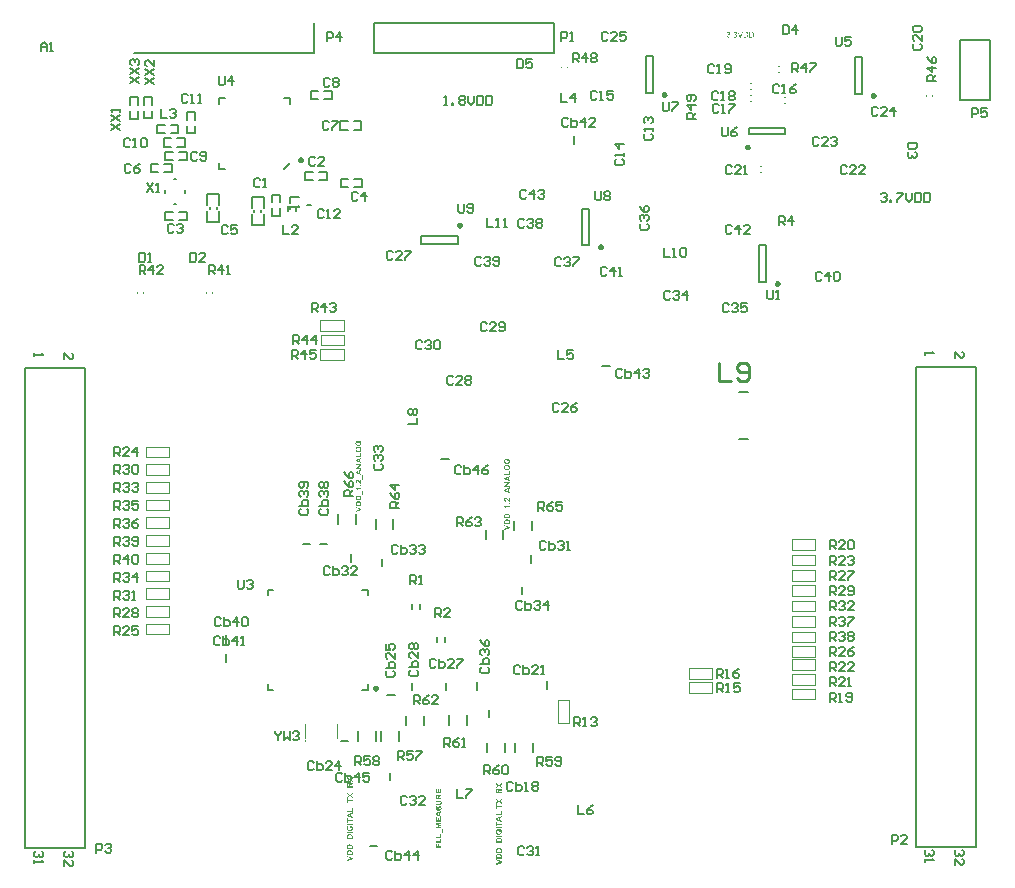
<source format=gto>
%FSTAX25Y25*%
%MOIN*%
%SFA1B1*%

%IPPOS*%
%ADD39C,0.006000*%
%ADD40C,0.010000*%
%ADD60C,0.009840*%
%ADD61C,0.003940*%
%ADD62C,0.007870*%
%ADD63C,0.005000*%
%LNhighspeed_v0-1*%
%LPD*%
G36*
X0221629Y0033802D02*
X0221391D01*
Y0035331*
X0221629*
Y0033802*
G37*
G36*
X02211Y0033356D02*
X0220452Y0032932D01*
X02211Y0032506*
Y003204*
X0220103Y0032702*
X0219183Y0032101*
Y0032553*
X0219757Y0032932*
X0219183Y0033312*
Y0033763*
X0220103Y0033162*
X02211Y0033821*
Y0033356*
G37*
G36*
Y0036772D02*
X0220685Y0036494D01*
X0220682Y0036492*
X0220673Y0036489*
X0220662Y0036481*
X0220649Y003647*
X0220632Y0036459*
X022061Y0036445*
X0220565Y0036414*
X0220515Y0036378*
X0220471Y0036345*
X022043Y0036314*
X0220416Y0036301*
X0220402Y003629*
X0220399Y0036287*
X0220394Y0036281*
X0220383Y003627*
X0220369Y0036256*
X0220358Y0036237*
X0220344Y0036217*
X0220333Y0036195*
X0220322Y0036173*
Y0036171*
X0220319Y0036162*
X0220313Y0036148*
X0220311Y0036126*
X0220305Y0036098*
X0220302Y0036065*
X02203Y0036026*
Y0035979*
Y0035902*
X02211*
Y0035514*
X0219183*
Y0036328*
Y0036331*
Y0036342*
Y0036359*
Y0036378*
X0219186Y0036403*
Y0036434*
X0219189Y0036464*
Y00365*
X0219197Y0036572*
X0219205Y0036647*
X0219219Y0036716*
X0219228Y0036747*
X0219236Y0036774*
Y0036777*
X0219239Y003678*
X0219247Y0036797*
X0219261Y0036821*
X0219277Y0036855*
X0219305Y0036891*
X0219336Y0036927*
X0219374Y0036963*
X0219421Y0036996*
X0219424*
X0219427Y0036999*
X0219435Y0037004*
X0219443Y003701*
X0219471Y0037024*
X0219507Y003704*
X0219552Y0037054*
X0219601Y0037068*
X021966Y0037079*
X0219721Y0037082*
X0219743*
X0219757Y0037079*
X0219776*
X0219795Y0037076*
X0219845Y0037065*
X0219903Y0037051*
X0219962Y0037029*
X0220023Y0036996*
X022005Y0036977*
X0220078Y0036954*
X0220081Y0036952*
X0220083Y0036949*
X0220092Y0036941*
X02201Y0036929*
X0220111Y0036918*
X0220125Y0036902*
X0220139Y0036882*
X0220153Y003686*
X0220169Y0036835*
X0220183Y0036805*
X0220197Y0036774*
X0220211Y0036741*
X0220225Y0036702*
X0220236Y0036663*
X0220247Y0036622*
X0220255Y0036575*
Y0036578*
X0220258Y003658*
X0220269Y0036597*
X0220283Y0036619*
X0220302Y0036647*
X0220327Y003668*
X0220352Y0036713*
X0220383Y0036749*
X0220416Y003678*
X0220419Y0036783*
X0220432Y0036797*
X0220455Y0036813*
X0220488Y0036838*
X0220529Y0036871*
X0220557Y0036888*
X0220585Y0036907*
X0220615Y0036929*
X0220649Y0036952*
X0220687Y0036977*
X0220726Y0037001*
X02211Y0037237*
Y0036772*
G37*
G36*
X0199407Y0017888D02*
X0199862D01*
Y0018688*
X0200186*
Y0017888*
X0201*
Y00175*
X0199083*
Y0018816*
X0199407*
Y0017888*
G37*
G36*
X02211Y0038566D02*
X0220452Y0038143D01*
X02211Y0037716*
Y0037251*
X0220103Y0037913*
X0219183Y0037312*
Y0037763*
X0219757Y0038143*
X0219183Y0038522*
Y0038974*
X0220103Y0038373*
X02211Y0039032*
Y0038566*
G37*
G36*
X0219507Y003142D02*
X02211D01*
Y0031032*
X0219507*
Y0030464*
X0219183*
Y0031985*
X0219507*
Y003142*
G37*
G36*
X02211Y0023888D02*
X0219183D01*
Y0024276*
X02211*
Y0023888*
G37*
G36*
X0220848Y0023537D02*
X0220853Y0023528D01*
X0220862Y002352*
X0220873Y0023506*
X0220884Y0023492*
X0220912Y0023453*
X0220942Y0023401*
X0220978Y002334*
X0221014Y0023271*
X0221047Y0023188*
Y0023185*
X022105Y0023176*
X0221056Y0023165*
X0221061Y0023149*
X0221067Y0023126*
X0221075Y0023102*
X0221083Y0023074*
X0221092Y0023043*
X0221108Y0022974*
X0221122Y0022894*
X0221133Y0022811*
X0221136Y0022722*
Y0022719*
Y0022708*
Y0022692*
X0221133Y0022672*
Y0022645*
X022113Y0022614*
X0221125Y0022581*
X0221119Y0022542*
X0221106Y0022462*
X0221083Y0022373*
X0221053Y0022282*
X0221034Y002224*
X0221011Y0022196*
X0221009Y0022193*
X0221006Y0022187*
X0220998Y0022174*
X0220986Y002216*
X0220975Y002214*
X0220959Y0022121*
X0220939Y0022096*
X0220917Y0022071*
X0220867Y0022016*
X0220804Y002196*
X0220732Y0021908*
X0220649Y0021861*
X0220646*
X0220637Y0021855*
X0220624Y002185*
X0220607Y0021844*
X0220585Y0021836*
X022056Y0021825*
X0220529Y0021816*
X0220496Y0021805*
X022046Y0021794*
X0220419Y0021786*
X0220333Y0021767*
X0220238Y0021755*
X0220136Y002175*
X0220106*
X0220086Y0021753*
X0220058*
X0220028Y0021755*
X0219995Y0021761*
X0219956Y0021767*
X0219876Y002178*
X0219784Y0021802*
X0219693Y0021833*
X0219649Y0021852*
X0219604Y0021874*
X0219601Y0021877*
X0219593Y002188*
X0219582Y0021888*
X0219565Y0021897*
X0219546Y0021911*
X0219524Y0021927*
X0219499Y0021947*
X0219471Y0021966*
X0219443Y0021991*
X0219413Y0022018*
X0219383Y0022049*
X0219352Y0022082*
X0219324Y0022118*
X0219294Y0022154*
X0219244Y002224*
Y0022243*
X0219239Y0022248*
X0219236Y002226*
X0219228Y0022273*
X0219222Y0022293*
X0219214Y0022312*
X0219205Y002234*
X0219194Y0022367*
X0219186Y0022398*
X0219178Y0022434*
X0219169Y0022473*
X0219161Y0022512*
X021915Y00226*
X0219147Y00227*
Y0022703*
Y0022717*
Y0022733*
X021915Y0022758*
X0219153Y0022789*
X0219156Y0022825*
X0219158Y0022863*
X0219166Y0022905*
X0219183Y0022994*
X0219211Y0023085*
X0219228Y0023132*
X0219247Y0023176*
X0219269Y0023218*
X0219297Y0023257*
X02193Y0023259*
X0219302Y0023265*
X0219313Y0023276*
X0219324Y002329*
X0219338Y0023307*
X0219358Y0023323*
X021938Y0023343*
X0219405Y0023365*
X0219432Y0023387*
X0219463Y0023409*
X0219496Y0023431*
X0219535Y0023451*
X0219574Y0023473*
X0219615Y0023489*
X0219662Y0023506*
X0219709Y0023517*
X0219781Y0023132*
X0219779*
X0219776Y0023129*
X0219759Y0023124*
X0219734Y0023113*
X0219701Y0023096*
X0219665Y0023077*
X0219629Y0023049*
X0219593Y0023016*
X021956Y0022977*
X0219557Y0022971*
X0219546Y0022958*
X0219532Y0022933*
X0219518Y0022902*
X0219502Y0022861*
X0219491Y0022814*
X021948Y0022761*
X0219477Y00227*
Y0022697*
Y0022689*
Y0022675*
X021948Y0022658*
X0219482Y0022636*
X0219485Y0022611*
X0219491Y0022584*
X0219496Y0022553*
X0219516Y0022489*
X0219529Y0022456*
X0219546Y0022423*
X0219565Y002239*
X0219585Y0022356*
X0219613Y0022326*
X021964Y0022296*
X0219643Y0022293*
X0219649Y002229*
X0219657Y0022282*
X0219671Y0022273*
X0219687Y0022262*
X0219707Y0022248*
X0219732Y0022235*
X0219759Y0022223*
X0219793Y002221*
X0219829Y0022196*
X0219867Y0022182*
X0219909Y0022171*
X0219956Y0022163*
X0220009Y0022154*
X0220061Y0022151*
X0220119Y0022149*
X0220153*
X0220175Y0022151*
X0220205Y0022154*
X0220236Y0022157*
X0220274Y0022163*
X0220313Y0022168*
X0220396Y0022185*
X0220482Y0022212*
X0220524Y0022229*
X0220563Y0022248*
X0220601Y0022273*
X0220635Y0022298*
X0220637Y0022301*
X0220643Y0022307*
X0220651Y0022315*
X0220662Y0022326*
X0220673Y0022343*
X022069Y0022359*
X0220704Y0022381*
X0220721Y0022406*
X0220737Y0022434*
X0220751Y0022462*
X0220779Y0022531*
X022079Y002257*
X0220798Y0022609*
X0220804Y0022653*
X0220806Y0022697*
Y00227*
Y0022703*
Y0022719*
X0220804Y0022741*
X0220801Y0022775*
X0220795Y0022811*
X0220787Y0022852*
X0220776Y0022897*
X0220759Y0022941*
Y0022944*
X0220757Y0022946*
X0220751Y002296*
X022074Y0022985*
X0220726Y0023013*
X0220709Y0023046*
X022069Y0023082*
X0220668Y0023118*
X0220643Y0023152*
X0220396*
Y0022708*
X0220072*
Y0023542*
X0220842*
X0220848Y0023537*
G37*
G36*
X0219507Y0025467D02*
X02211D01*
Y0025079*
X0219507*
Y0024511*
X0219183*
Y0026032*
X0219507*
Y0025467*
G37*
G36*
X02211Y0028226D02*
X0219197D01*
Y0028614*
X0220776*
Y0029578*
X02211*
Y0028226*
G37*
G36*
Y0027592D02*
X0220665Y0027426D01*
Y0026656*
X02211Y0026498*
Y0026088*
X0219183Y002683*
Y002724*
X02211Y002801*
Y0027592*
G37*
G36*
X020021Y0033162D02*
X0200283D01*
X0200363Y0033156*
X0200446Y0033151*
X0200482Y0033148*
X0200518Y0033142*
X0200551Y0033137*
X0200582Y0033131*
X0200585*
X0200587Y0033128*
X0200596*
X0200604Y0033126*
X0200632Y0033117*
X0200665Y0033106*
X0200704Y003309*
X0200742Y003307*
X0200784Y0033045*
X0200823Y0033015*
X0200828Y0033012*
X0200839Y0033001*
X0200856Y0032982*
X0200878Y0032957*
X0200903Y0032923*
X0200928Y0032885*
X0200956Y003284*
X0200978Y003279*
Y0032788*
X0200981Y0032785*
X0200983Y0032776*
X0200986Y0032765*
X0200992Y0032752*
X0200997Y0032735*
X0201003Y0032713*
X0201006Y0032691*
X0201017Y0032638*
X0201028Y0032574*
X0201033Y0032502*
X0201036Y0032422*
Y0032419*
Y0032411*
Y0032397*
Y0032378*
X0201033Y0032353*
Y0032328*
X020103Y0032297*
X0201028Y0032267*
X0201022Y00322*
X0201011Y0032131*
X0200994Y0032062*
X0200986Y0032031*
X0200975Y0032004*
Y0032001*
X0200972Y0031998*
X0200964Y0031982*
X020095Y0031954*
X0200931Y0031923*
X0200906Y0031887*
X0200878Y0031849*
X0200845Y0031813*
X0200809Y0031779*
X0200803Y0031777*
X0200792Y0031765*
X020077Y0031752*
X0200742Y0031735*
X0200712Y0031718*
X0200676Y0031699*
X0200637Y0031685*
X0200596Y0031671*
X0200593*
X0200587Y0031668*
X0200579*
X0200565Y0031666*
X0200549Y0031663*
X0200526Y003166*
X0200501Y0031657*
X0200474Y0031655*
X0200441Y0031649*
X0200404Y0031646*
X0200366Y0031644*
X0200321Y0031641*
X0200274Y0031638*
X0200222*
X0200166Y0031635*
X0199083*
Y0032023*
X0200208*
X0200258Y0032026*
X0200313*
X0200366Y0032029*
X0200391Y0032031*
X0200413*
X0200429Y0032034*
X0200446Y0032037*
X0200451*
X0200465Y0032043*
X0200488Y0032051*
X0200515Y0032062*
X0200546Y0032076*
X0200576Y0032098*
X0200609Y0032123*
X0200637Y0032153*
X020064Y0032159*
X0200648Y003217*
X0200659Y0032192*
X020067Y003222*
X0200684Y0032259*
X0200695Y0032303*
X0200704Y0032353*
X0200706Y0032411*
Y0032414*
Y0032419*
Y0032427*
Y0032439*
X0200704Y0032466*
X0200698Y0032502*
X020069Y0032544*
X0200679Y0032583*
X0200662Y0032624*
X020064Y0032657*
X0200637Y003266*
X0200629Y0032671*
X0200615Y0032685*
X0200596Y0032702*
X0200571Y0032718*
X0200543Y0032735*
X0200513Y0032749*
X0200477Y0032757*
X0200471*
X0200457Y003276*
X0200432Y0032763*
X0200399Y0032768*
X0200377*
X0200352Y0032771*
X0200324*
X0200296Y0032774*
X0200263*
X0200227Y0032776*
X0199083*
Y0033164*
X0200177*
X020021Y0033162*
G37*
G36*
X0200485Y0031308D02*
X0200504Y0031306D01*
X0200543Y00313*
X0200593Y0031289*
X0200645Y0031272*
X0200698Y0031247*
X0200753Y0031217*
X0200756*
X0200759Y0031212*
X0200776Y00312*
X0200803Y0031178*
X0200834Y0031151*
X020087Y0031115*
X0200903Y0031067*
X0200936Y0031018*
X0200967Y0030957*
Y0030954*
X020097Y0030948*
X0200972Y003094*
X0200978Y0030926*
X0200983Y003091*
X0200989Y003089*
X0200994Y0030868*
X0201Y0030843*
X0201008Y0030813*
X0201014Y0030782*
X0201025Y003071*
X0201033Y003063*
X0201036Y0030541*
Y0030538*
Y0030525*
Y0030505*
X0201033Y003048*
X020103Y003045*
X0201028Y0030417*
X0201022Y0030378*
X0201014Y0030336*
X0200994Y0030245*
X0200981Y0030198*
X0200967Y0030153*
X0200947Y0030106*
X0200925Y0030062*
X02009Y003002*
X020087Y0029982*
X0200867Y0029979*
X0200862Y0029973*
X0200853Y0029962*
X0200839Y0029951*
X020082Y0029934*
X0200798Y0029918*
X0200773Y0029899*
X0200745Y0029879*
X0200712Y002986*
X0200676Y002984*
X0200634Y0029821*
X020059Y0029802*
X0200543Y0029788*
X020049Y0029771*
X0200435Y002976*
X0200377Y0029752*
X0200341Y0030128*
X0200343*
X0200349Y0030131*
X020036*
X0200371Y0030134*
X0200404Y0030145*
X0200446Y0030159*
X0200493Y0030176*
X020054Y00302*
X0200582Y0030228*
X0200621Y0030264*
X0200623Y003027*
X0200634Y0030284*
X0200648Y0030306*
X0200665Y0030339*
X0200681Y003038*
X0200695Y0030428*
X0200706Y0030483*
X0200709Y0030547*
Y0030549*
Y0030555*
Y0030563*
Y0030577*
X0200704Y003061*
X0200698Y0030652*
X020069Y0030696*
X0200676Y0030743*
X0200657Y0030788*
X0200632Y0030827*
X0200629Y0030832*
X0200618Y0030843*
X0200601Y0030857*
X0200579Y0030876*
X0200551Y0030893*
X0200518Y003091*
X0200485Y0030921*
X0200446Y0030923*
X0200435*
X0200421Y0030921*
X0200404Y0030918*
X0200388Y0030912*
X0200368Y0030907*
X0200349Y0030896*
X020033Y0030882*
X0200327Y0030879*
X0200321Y0030874*
X0200313Y0030865*
X0200302Y0030851*
X0200288Y0030832*
X0200274Y0030807*
X020026Y0030779*
X0200247Y0030743*
Y0030741*
X0200241Y0030729*
X0200236Y003071*
X020023Y0030696*
X0200227Y003068*
X0200222Y003066*
X0200213Y0030638*
X0200208Y0030613*
X02002Y0030586*
X0200191Y0030552*
X0200183Y0030516*
X0200172Y0030477*
X0200161Y0030433*
Y003043*
X0200158Y0030419*
X0200152Y0030403*
X0200147Y0030383*
X0200138Y0030358*
X020013Y0030328*
X0200119Y0030297*
X0200108Y0030261*
X020008Y0030189*
X0200047Y003012*
X020003Y0030084*
X0200011Y0030054*
X0199992Y0030023*
X0199972Y0029998*
X019997Y0029996*
X0199964Y002999*
X0199956Y0029982*
X0199945Y002997*
X0199928Y0029957*
X0199909Y0029943*
X0199889Y0029926*
X0199864Y0029912*
X0199806Y0029879*
X019974Y0029851*
X0199704Y002984*
X0199668Y0029832*
X0199626Y0029827*
X0199584Y0029824*
X019956*
X0199532Y0029829*
X0199496Y0029835*
X0199454Y0029843*
X0199407Y0029857*
X0199357Y0029876*
X019931Y0029904*
X0199308*
X0199305Y0029907*
X0199288Y0029921*
X0199266Y0029937*
X0199238Y0029965*
X0199208Y0029998*
X0199175Y003004*
X0199144Y0030087*
X0199116Y0030142*
Y0030145*
X0199114Y0030151*
X0199111Y0030159*
X0199105Y003017*
X01991Y0030187*
X0199094Y0030203*
X0199089Y0030225*
X019908Y003025*
X0199069Y0030306*
X0199058Y0030369*
X019905Y0030441*
X0199047Y0030522*
Y0030527*
Y0030538*
Y0030555*
X019905Y003058*
X0199053Y003061*
X0199056Y0030646*
X0199061Y0030682*
X0199066Y0030724*
X0199086Y0030813*
X01991Y0030857*
X0199114Y0030901*
X0199133Y0030946*
X0199155Y0030987*
X019918Y0031026*
X0199208Y0031062*
X0199211Y0031065*
X0199216Y003107*
X0199224Y0031078*
X0199235Y003109*
X0199252Y0031104*
X0199272Y003112*
X0199294Y0031137*
X0199319Y0031156*
X0199349Y0031173*
X019938Y0031189*
X0199416Y0031206*
X0199454Y003122*
X0199493Y0031234*
X0199537Y0031245*
X0199582Y0031253*
X0199632Y0031256*
X0199645Y0030868*
X019964*
X019962Y0030863*
X0199596Y0030857*
X0199565Y0030846*
X0199529Y0030832*
X0199496Y0030813*
X0199463Y0030788*
X0199435Y003076*
X0199432Y0030757*
X0199424Y0030746*
X0199413Y0030727*
X0199402Y0030699*
X0199391Y0030666*
X019938Y0030624*
X0199371Y0030574*
X0199369Y0030516*
Y0030514*
Y0030508*
Y00305*
Y0030488*
X0199371Y0030458*
X0199377Y0030422*
X0199385Y003038*
X0199399Y0030336*
X0199416Y0030295*
X0199441Y0030256*
X0199443Y0030253*
X0199449Y0030248*
X0199457Y0030237*
X0199471Y0030225*
X0199488Y0030214*
X019951Y0030203*
X0199532Y0030198*
X019956Y0030195*
X0199571*
X0199584Y0030198*
X0199598Y0030203*
X0199618Y0030209*
X0199637Y0030217*
X0199656Y0030231*
X0199676Y003025*
X0199679Y0030253*
X0199687Y0030267*
X0199693Y0030275*
X0199698Y0030289*
X0199706Y0030303*
X0199715Y0030322*
X0199723Y0030345*
X0199734Y0030369*
X0199745Y00304*
X0199756Y003043*
X0199767Y0030469*
X0199778Y0030511*
X019979Y0030555*
X0199803Y0030605*
Y0030608*
X0199806Y0030619*
X0199809Y0030633*
X0199814Y0030652*
X019982Y0030674*
X0199828Y0030702*
X0199837Y0030732*
X0199845Y0030763*
X0199867Y0030829*
X0199889Y0030898*
X0199914Y0030965*
X0199928Y0030993*
X0199942Y003102*
Y0031023*
X0199945Y0031026*
X0199956Y0031043*
X0199972Y0031067*
X0199995Y0031098*
X0200022Y0031131*
X0200055Y0031167*
X0200094Y0031203*
X0200138Y0031234*
X0200144Y0031236*
X0200161Y0031245*
X0200186Y0031259*
X0200222Y0031272*
X0200266Y0031286*
X0200319Y00313*
X0200377Y0031308*
X0200443Y0031311*
X0200471*
X0200485Y0031308*
G37*
G36*
X0201Y0034832D02*
X0200585Y0034555D01*
X0200582Y0034552*
X0200573Y0034549*
X0200562Y0034541*
X0200549Y003453*
X0200532Y0034519*
X020051Y0034505*
X0200465Y0034475*
X0200415Y0034438*
X0200371Y0034405*
X020033Y0034375*
X0200316Y0034361*
X0200302Y003435*
X0200299Y0034347*
X0200294Y0034342*
X0200283Y003433*
X0200269Y0034317*
X0200258Y0034297*
X0200244Y0034278*
X0200233Y0034256*
X0200222Y0034234*
Y0034231*
X0200219Y0034222*
X0200213Y0034209*
X020021Y0034187*
X0200205Y0034159*
X0200202Y0034126*
X02002Y0034087*
Y003404*
Y0033962*
X0201*
Y0033574*
X0199083*
Y0034389*
Y0034391*
Y0034402*
Y0034419*
Y0034438*
X0199086Y0034464*
Y0034494*
X0199089Y0034524*
Y003456*
X0199097Y0034633*
X0199105Y0034707*
X0199119Y0034776*
X0199127Y0034807*
X0199136Y0034835*
Y0034837*
X0199139Y003484*
X0199147Y0034857*
X0199161Y0034882*
X0199177Y0034915*
X0199205Y0034951*
X0199235Y0034987*
X0199274Y0035023*
X0199321Y0035056*
X0199324*
X0199327Y0035059*
X0199335Y0035065*
X0199344Y003507*
X0199371Y0035084*
X0199407Y0035101*
X0199452Y0035114*
X0199501Y0035128*
X019956Y0035139*
X019962Y0035142*
X0199643*
X0199656Y0035139*
X0199676*
X0199695Y0035137*
X0199745Y0035125*
X0199803Y0035112*
X0199862Y0035089*
X0199923Y0035056*
X019995Y0035037*
X0199978Y0035015*
X0199981Y0035012*
X0199983Y0035009*
X0199992Y0035001*
X02Y003499*
X0200011Y0034979*
X0200025Y0034962*
X0200039Y0034943*
X0200053Y003492*
X0200069Y0034896*
X0200083Y0034865*
X0200097Y0034835*
X0200111Y0034801*
X0200125Y0034763*
X0200136Y0034724*
X0200147Y0034682*
X0200155Y0034635*
Y0034638*
X0200158Y0034641*
X0200169Y0034657*
X0200183Y0034679*
X0200202Y0034707*
X0200227Y003474*
X0200252Y0034774*
X0200283Y003481*
X0200316Y003484*
X0200319Y0034843*
X0200332Y0034857*
X0200355Y0034873*
X0200388Y0034898*
X0200429Y0034932*
X0200457Y0034948*
X0200485Y0034968*
X0200515Y003499*
X0200549Y0035012*
X0200587Y0035037*
X0200626Y0035062*
X0201Y0035297*
Y0034832*
G37*
G36*
X0297989Y02875D02*
X029772D01*
Y0287769*
X0297989*
Y02875*
G37*
G36*
X0201Y0035508D02*
X0199083D01*
Y0036929*
X0199407*
Y0035896*
X0199831*
Y0036857*
X0200155*
Y0035896*
X0200676*
Y0036965*
X0201*
Y0035508*
G37*
G36*
Y0029228D02*
X0200565Y0029062D01*
Y0028292*
X0201Y0028134*
Y0027724*
X0199083Y0028466*
Y0028876*
X0201Y0029646*
Y0029228*
G37*
G36*
Y0020783D02*
X0199097D01*
Y002117*
X0200676*
Y0022134*
X0201*
Y0020783*
G37*
G36*
Y0019145D02*
X0199097D01*
Y0019533*
X0200676*
Y0020497*
X0201*
Y0019145*
G37*
G36*
X0201529Y002219D02*
X0201291D01*
Y0023719*
X0201529*
Y002219*
G37*
G36*
X0201Y0026134D02*
X0199083D01*
Y0027555*
X0199407*
Y0026522*
X0199831*
Y0027483*
X0200155*
Y0026522*
X0200676*
Y0027591*
X0201*
Y0026134*
G37*
G36*
Y0025383D02*
X0199493Y0025381D01*
X0201Y0025004*
Y002463*
X0199493Y0024253*
X0201*
Y0023896*
X0199083*
Y0024475*
X0200393Y0024818*
X0199083Y0025159*
Y0025741*
X0201*
Y0025383*
G37*
G36*
X02211Y002106D02*
X0219183D01*
Y0021448*
X02211*
Y002106*
G37*
G36*
X01714Y0025088D02*
X0169483D01*
Y0025476*
X01714*
Y0025088*
G37*
G36*
X0171148Y0024736D02*
X0171153Y0024728D01*
X0171162Y002472*
X0171173Y0024706*
X0171184Y0024692*
X0171212Y0024653*
X0171242Y0024601*
X0171278Y002454*
X0171314Y0024471*
X0171347Y0024387*
Y0024385*
X017135Y0024376*
X0171356Y0024365*
X0171361Y0024349*
X0171367Y0024327*
X0171375Y0024302*
X0171383Y0024274*
X0171392Y0024243*
X0171408Y0024174*
X0171422Y0024094*
X0171433Y0024011*
X0171436Y0023922*
Y0023919*
Y0023908*
Y0023892*
X0171433Y0023872*
Y0023845*
X0171431Y0023814*
X0171425Y0023781*
X0171419Y0023742*
X0171405Y0023662*
X0171383Y0023573*
X0171353Y0023482*
X0171334Y002344*
X0171311Y0023396*
X0171309Y0023393*
X0171306Y0023388*
X0171298Y0023374*
X0171286Y002336*
X0171275Y002334*
X0171259Y0023321*
X0171239Y0023296*
X0171217Y0023271*
X0171167Y0023216*
X0171104Y002316*
X0171032Y0023108*
X0170949Y0023061*
X0170946*
X0170937Y0023055*
X0170924Y002305*
X0170907Y0023044*
X0170885Y0023036*
X017086Y0023025*
X0170829Y0023016*
X0170796Y0023005*
X017076Y0022994*
X0170719Y0022986*
X0170633Y0022966*
X0170538Y0022955*
X0170436Y002295*
X0170406*
X0170386Y0022953*
X0170359*
X0170328Y0022955*
X0170295Y0022961*
X0170256Y0022966*
X0170176Y002298*
X0170084Y0023002*
X0169993Y0023033*
X0169948Y0023052*
X0169904Y0023075*
X0169901Y0023077*
X0169893Y002308*
X0169882Y0023088*
X0169865Y0023097*
X0169846Y002311*
X0169824Y0023127*
X0169799Y0023146*
X0169771Y0023166*
X0169744Y0023191*
X0169713Y0023219*
X0169683Y0023249*
X0169652Y0023282*
X0169624Y0023318*
X0169594Y0023354*
X0169544Y002344*
Y0023443*
X0169539Y0023448*
X0169536Y002346*
X0169527Y0023473*
X0169522Y0023493*
X0169514Y0023512*
X0169505Y002354*
X0169494Y0023568*
X0169486Y0023598*
X0169478Y0023634*
X0169469Y0023673*
X0169461Y0023712*
X016945Y00238*
X0169447Y00239*
Y0023903*
Y0023917*
Y0023933*
X016945Y0023958*
X0169453Y0023989*
X0169456Y0024025*
X0169458Y0024063*
X0169466Y0024105*
X0169483Y0024194*
X0169511Y0024285*
X0169527Y0024332*
X0169547Y0024376*
X0169569Y0024418*
X0169597Y0024457*
X0169599Y002446*
X0169602Y0024465*
X0169613Y0024476*
X0169624Y002449*
X0169638Y0024507*
X0169658Y0024523*
X016968Y0024543*
X0169705Y0024565*
X0169732Y0024587*
X0169763Y0024609*
X0169796Y0024631*
X0169835Y0024651*
X0169874Y0024673*
X0169915Y0024689*
X0169962Y0024706*
X017001Y0024717*
X0170081Y0024332*
X0170079*
X0170076Y0024329*
X0170059Y0024324*
X0170034Y0024313*
X0170001Y0024296*
X0169965Y0024277*
X0169929Y0024249*
X0169893Y0024216*
X016986Y0024177*
X0169857Y0024171*
X0169846Y0024158*
X0169832Y0024133*
X0169818Y0024102*
X0169802Y0024061*
X0169791Y0024013*
X016978Y0023961*
X0169777Y00239*
Y0023897*
Y0023889*
Y0023875*
X016978Y0023858*
X0169782Y0023836*
X0169785Y0023811*
X0169791Y0023784*
X0169796Y0023753*
X0169816Y0023689*
X0169829Y0023656*
X0169846Y0023623*
X0169865Y002359*
X0169885Y0023557*
X0169913Y0023526*
X016994Y0023495*
X0169943Y0023493*
X0169948Y002349*
X0169957Y0023482*
X0169971Y0023473*
X0169987Y0023462*
X0170007Y0023448*
X0170032Y0023435*
X0170059Y0023424*
X0170093Y002341*
X0170129Y0023396*
X0170167Y0023382*
X0170209Y0023371*
X0170256Y0023363*
X0170309Y0023354*
X0170361Y0023351*
X0170419Y0023349*
X0170453*
X0170475Y0023351*
X0170505Y0023354*
X0170536Y0023357*
X0170574Y0023363*
X0170613Y0023368*
X0170696Y0023385*
X0170782Y0023412*
X0170824Y0023429*
X0170863Y0023448*
X0170901Y0023473*
X0170935Y0023498*
X0170937Y0023501*
X0170943Y0023507*
X0170951Y0023515*
X0170962Y0023526*
X0170973Y0023543*
X017099Y0023559*
X0171004Y0023581*
X017102Y0023606*
X0171037Y0023634*
X0171051Y0023662*
X0171079Y0023731*
X017109Y002377*
X0171098Y0023809*
X0171104Y0023853*
X0171106Y0023897*
Y00239*
Y0023903*
Y0023919*
X0171104Y0023942*
X0171101Y0023975*
X0171095Y0024011*
X0171087Y0024052*
X0171076Y0024097*
X0171059Y0024141*
Y0024144*
X0171056Y0024147*
X0171051Y002416*
X017104Y0024185*
X0171026Y0024213*
X0171009Y0024246*
X017099Y0024282*
X0170968Y0024318*
X0170943Y0024351*
X0170696*
Y0023908*
X0170372*
Y0024742*
X0171142*
X0171148Y0024736*
G37*
G36*
X0169807Y0026667D02*
X01714D01*
Y0026279*
X0169807*
Y0025712*
X0169483*
Y0027232*
X0169807*
Y0026667*
G37*
G36*
X01714Y0029426D02*
X0169497D01*
Y0029814*
X0171076*
Y0030778*
X01714*
Y0029426*
G37*
G36*
Y0028792D02*
X0170965Y0028626D01*
Y0027856*
X01714Y0027698*
Y0027288*
X0169483Y002803*
Y002844*
X01714Y002921*
Y0028792*
G37*
G36*
Y002226D02*
X0169483D01*
Y0022648*
X01714*
Y002226*
G37*
G36*
X0170522Y0016584D02*
X0170544D01*
X0170572Y0016582*
X0170602Y0016579*
X0170666Y0016573*
X0170732Y0016562*
X0170802Y0016546*
X0170868Y0016526*
X0170871*
X0170877Y0016523*
X0170888Y0016518*
X0170904Y0016512*
X0170921Y0016507*
X017094Y0016496*
X017099Y0016474*
X0171043Y0016446*
X0171101Y001641*
X0171156Y0016368*
X0171209Y0016321*
X0171214Y0016316*
X0171226Y0016302*
X0171242Y001628*
X0171264Y0016249*
X0171289Y001621*
X0171314Y0016166*
X0171339Y0016111*
X0171361Y001605*
Y0016047*
X0171364Y0016044*
Y0016036*
X0171367Y0016028*
X0171372Y0015997*
X0171381Y0015958*
X0171389Y0015911*
X0171395Y0015853*
X0171397Y0015784*
X01714Y0015709*
Y0014983*
X0169483*
Y0015687*
Y001569*
Y0015698*
Y0015709*
Y0015726*
Y0015748*
X0169486Y001577*
X0169489Y0015823*
X0169492Y0015881*
X01695Y0015942*
X0169508Y0016*
X0169522Y0016052*
Y0016055*
X0169525Y0016061*
X0169527Y0016069*
X016953Y001608*
X0169544Y0016114*
X0169563Y0016152*
X0169588Y0016197*
X0169619Y0016246*
X0169655Y0016294*
X0169699Y0016341*
Y0016343*
X0169705Y0016346*
X0169721Y001636*
X0169749Y0016382*
X0169785Y0016407*
X0169829Y0016438*
X0169882Y0016468*
X0169943Y0016499*
X017001Y0016523*
X0170012*
X0170018Y0016526*
X0170029Y0016529*
X0170043Y0016534*
X0170059Y0016537*
X0170081Y0016543*
X0170106Y0016548*
X0170134Y0016557*
X0170165Y0016562*
X0170201Y0016568*
X0170237Y0016573*
X0170278Y0016576*
X0170364Y0016584*
X0170461Y0016587*
X01705*
X0170522Y0016584*
G37*
G36*
X01714Y0014105D02*
Y0013687D01*
X0169483Y0013*
Y0013418*
X0170901Y0013906*
X0169483Y0014374*
Y0014787*
X01714Y0014105*
G37*
G36*
X0170522Y0018518D02*
X0170544D01*
X0170572Y0018515*
X0170602Y0018512*
X0170666Y0018507*
X0170732Y0018496*
X0170802Y0018479*
X0170868Y001846*
X0170871*
X0170877Y0018457*
X0170888Y0018451*
X0170904Y0018446*
X0170921Y001844*
X017094Y0018429*
X017099Y0018407*
X0171043Y0018379*
X0171101Y0018343*
X0171156Y0018302*
X0171209Y0018255*
X0171214Y0018249*
X0171226Y0018235*
X0171242Y0018213*
X0171264Y0018183*
X0171289Y0018144*
X0171314Y00181*
X0171339Y0018044*
X0171361Y0017983*
Y001798*
X0171364Y0017978*
Y0017969*
X0171367Y0017961*
X0171372Y0017931*
X0171381Y0017892*
X0171389Y0017845*
X0171395Y0017787*
X0171397Y0017717*
X01714Y0017642*
Y0016917*
X0169483*
Y001762*
Y0017623*
Y0017631*
Y0017642*
Y0017659*
Y0017681*
X0169486Y0017704*
X0169489Y0017756*
X0169492Y0017814*
X01695Y0017875*
X0169508Y0017933*
X0169522Y0017986*
Y0017989*
X0169525Y0017994*
X0169527Y0018003*
X016953Y0018014*
X0169544Y0018047*
X0169563Y0018086*
X0169588Y001813*
X0169619Y001818*
X0169655Y0018227*
X0169699Y0018274*
Y0018277*
X0169705Y001828*
X0169721Y0018293*
X0169749Y0018316*
X0169785Y0018341*
X0169829Y0018371*
X0169882Y0018402*
X0169943Y0018432*
X017001Y0018457*
X0170012*
X0170018Y001846*
X0170029Y0018462*
X0170043Y0018468*
X0170059Y0018471*
X0170081Y0018476*
X0170106Y0018482*
X0170134Y001849*
X0170165Y0018496*
X0170201Y0018501*
X0170237Y0018507*
X0170278Y0018509*
X0170364Y0018518*
X0170461Y0018521*
X01705*
X0170522Y0018518*
G37*
G36*
Y0021942D02*
X0170544D01*
X0170572Y0021939*
X0170602Y0021936*
X0170666Y002193*
X0170732Y0021919*
X0170802Y0021903*
X0170868Y0021883*
X0170871*
X0170877Y0021881*
X0170888Y0021875*
X0170904Y0021869*
X0170921Y0021864*
X017094Y0021853*
X017099Y0021831*
X0171043Y0021803*
X0171101Y0021767*
X0171156Y0021725*
X0171209Y0021678*
X0171214Y0021673*
X0171226Y0021659*
X0171242Y0021637*
X0171264Y0021606*
X0171289Y0021568*
X0171314Y0021523*
X0171339Y0021468*
X0171361Y0021407*
Y0021404*
X0171364Y0021401*
Y0021393*
X0171367Y0021385*
X0171372Y0021354*
X0171381Y0021316*
X0171389Y0021269*
X0171395Y002121*
X0171397Y0021141*
X01714Y0021066*
Y002034*
X0169483*
Y0021044*
Y0021047*
Y0021055*
Y0021066*
Y0021083*
Y0021105*
X0169486Y0021127*
X0169489Y002118*
X0169492Y0021238*
X01695Y0021299*
X0169508Y0021357*
X0169522Y002141*
Y0021413*
X0169525Y0021418*
X0169527Y0021426*
X016953Y0021437*
X0169544Y0021471*
X0169563Y0021509*
X0169588Y0021554*
X0169619Y0021604*
X0169655Y0021651*
X0169699Y0021698*
Y0021701*
X0169705Y0021703*
X0169721Y0021717*
X0169749Y0021739*
X0169785Y0021764*
X0169829Y0021795*
X0169882Y0021825*
X0169943Y0021856*
X017001Y0021881*
X0170012*
X0170018Y0021883*
X0170029Y0021886*
X0170043Y0021892*
X0170059Y0021894*
X0170081Y00219*
X0170106Y0021905*
X0170134Y0021914*
X0170165Y0021919*
X0170201Y0021925*
X0170237Y002193*
X0170278Y0021933*
X0170364Y0021942*
X0170461Y0021944*
X01705*
X0170522Y0021942*
G37*
G36*
X0171929Y0018629D02*
X0171691D01*
Y0020158*
X0171929*
Y0018629*
G37*
G36*
X0220222Y0015384D02*
X0220244D01*
X0220272Y0015382*
X0220302Y0015379*
X0220366Y0015373*
X0220432Y0015362*
X0220502Y0015346*
X0220568Y0015326*
X0220571*
X0220577Y0015323*
X0220588Y0015318*
X0220604Y0015312*
X0220621Y0015307*
X022064Y0015296*
X022069Y0015274*
X0220743Y0015246*
X0220801Y001521*
X0220856Y0015168*
X0220909Y0015121*
X0220914Y0015116*
X0220925Y0015102*
X0220942Y001508*
X0220964Y0015049*
X0220989Y001501*
X0221014Y0014966*
X0221039Y0014911*
X0221061Y001485*
Y0014847*
X0221064Y0014844*
Y0014836*
X0221067Y0014828*
X0221072Y0014797*
X0221081Y0014758*
X0221089Y0014711*
X0221094Y0014653*
X0221097Y0014584*
X02211Y0014509*
Y0013783*
X0219183*
Y0014487*
Y001449*
Y0014498*
Y0014509*
Y0014526*
Y0014548*
X0219186Y001457*
X0219189Y0014623*
X0219192Y0014681*
X02192Y0014742*
X0219208Y00148*
X0219222Y0014852*
Y0014855*
X0219225Y0014861*
X0219228Y0014869*
X021923Y001488*
X0219244Y0014913*
X0219264Y0014952*
X0219288Y0014997*
X0219319Y0015046*
X0219355Y0015093*
X0219399Y0015141*
Y0015143*
X0219405Y0015146*
X0219421Y001516*
X0219449Y0015182*
X0219485Y0015207*
X0219529Y0015238*
X0219582Y0015268*
X0219643Y0015299*
X0219709Y0015323*
X0219712*
X0219718Y0015326*
X0219729Y0015329*
X0219743Y0015335*
X0219759Y0015337*
X0219781Y0015343*
X0219806Y0015348*
X0219834Y0015357*
X0219865Y0015362*
X0219901Y0015368*
X0219937Y0015373*
X0219978Y0015376*
X0220064Y0015384*
X0220161Y0015387*
X02202*
X0220222Y0015384*
G37*
G36*
X02211Y0012905D02*
Y0012487D01*
X0219183Y00118*
Y0012218*
X0220601Y0012706*
X0219183Y0013174*
Y0013587*
X02211Y0012905*
G37*
G36*
X0220222Y0017318D02*
X0220244D01*
X0220272Y0017315*
X0220302Y0017312*
X0220366Y0017307*
X0220432Y0017296*
X0220502Y0017279*
X0220568Y001726*
X0220571*
X0220577Y0017257*
X0220588Y0017251*
X0220604Y0017246*
X0220621Y001724*
X022064Y0017229*
X022069Y0017207*
X0220743Y0017179*
X0220801Y0017143*
X0220856Y0017102*
X0220909Y0017055*
X0220914Y0017049*
X0220925Y0017035*
X0220942Y0017013*
X0220964Y0016983*
X0220989Y0016944*
X0221014Y00169*
X0221039Y0016844*
X0221061Y0016783*
Y0016781*
X0221064Y0016778*
Y0016769*
X0221067Y0016761*
X0221072Y0016731*
X0221081Y0016692*
X0221089Y0016645*
X0221094Y0016587*
X0221097Y0016517*
X02211Y0016443*
Y0015717*
X0219183*
Y001642*
Y0016423*
Y0016431*
Y0016443*
Y0016459*
Y0016481*
X0219186Y0016503*
X0219189Y0016556*
X0219192Y0016614*
X02192Y0016675*
X0219208Y0016733*
X0219222Y0016786*
Y0016789*
X0219225Y0016794*
X0219228Y0016803*
X021923Y0016814*
X0219244Y0016847*
X0219264Y0016886*
X0219288Y001693*
X0219319Y001698*
X0219355Y0017027*
X0219399Y0017074*
Y0017077*
X0219405Y001708*
X0219421Y0017094*
X0219449Y0017116*
X0219485Y0017141*
X0219529Y0017171*
X0219582Y0017201*
X0219643Y0017232*
X0219709Y0017257*
X0219712*
X0219718Y001726*
X0219729Y0017262*
X0219743Y0017268*
X0219759Y0017271*
X0219781Y0017276*
X0219806Y0017282*
X0219834Y001729*
X0219865Y0017296*
X0219901Y0017301*
X0219937Y0017307*
X0219978Y001731*
X0220064Y0017318*
X0220161Y0017321*
X02202*
X0220222Y0017318*
G37*
G36*
Y0020742D02*
X0220244D01*
X0220272Y0020739*
X0220302Y0020736*
X0220366Y002073*
X0220432Y0020719*
X0220502Y0020703*
X0220568Y0020683*
X0220571*
X0220577Y0020681*
X0220588Y0020675*
X0220604Y002067*
X0220621Y0020664*
X022064Y0020653*
X022069Y0020631*
X0220743Y0020603*
X0220801Y0020567*
X0220856Y0020526*
X0220909Y0020478*
X0220914Y0020473*
X0220925Y0020459*
X0220942Y0020437*
X0220964Y0020406*
X0220989Y0020368*
X0221014Y0020323*
X0221039Y0020268*
X0221061Y0020207*
Y0020204*
X0221064Y0020201*
Y0020193*
X0221067Y0020185*
X0221072Y0020154*
X0221081Y0020116*
X0221089Y0020068*
X0221094Y002001*
X0221097Y0019941*
X02211Y0019866*
Y001914*
X0219183*
Y0019844*
Y0019847*
Y0019855*
Y0019866*
Y0019883*
Y0019905*
X0219186Y0019927*
X0219189Y001998*
X0219192Y0020038*
X02192Y0020099*
X0219208Y0020157*
X0219222Y002021*
Y0020212*
X0219225Y0020218*
X0219228Y0020226*
X021923Y0020237*
X0219244Y0020271*
X0219264Y0020309*
X0219288Y0020354*
X0219319Y0020404*
X0219355Y0020451*
X0219399Y0020498*
Y0020501*
X0219405Y0020503*
X0219421Y0020517*
X0219449Y0020539*
X0219485Y0020564*
X0219529Y0020595*
X0219582Y0020625*
X0219643Y0020656*
X0219709Y0020681*
X0219712*
X0219718Y0020683*
X0219729Y0020686*
X0219743Y0020692*
X0219759Y0020695*
X0219781Y00207*
X0219806Y0020706*
X0219834Y0020714*
X0219865Y0020719*
X0219901Y0020725*
X0219937Y002073*
X0219978Y0020733*
X0220064Y0020742*
X0220161Y0020744*
X02202*
X0220222Y0020742*
G37*
G36*
X0221629Y0017429D02*
X0221391D01*
Y0018958*
X0221629*
Y0017429*
G37*
G36*
X01714Y0040512D02*
X0170752Y0040088D01*
X01714Y0039661*
Y0039196*
X0170403Y0039858*
X0169483Y0039257*
Y0039708*
X0170056Y0040088*
X0169483Y0040467*
Y0040919*
X0170403Y0040318*
X01714Y0040977*
Y0040512*
G37*
G36*
X0169807Y0033365D02*
X01714D01*
Y0032977*
X0169807*
Y0032409*
X0169483*
Y003393*
X0169807*
Y0033365*
G37*
G36*
X0171929Y0030833D02*
X0171691D01*
Y0032362*
X0171929*
Y0030833*
G37*
G36*
X01714Y0035301D02*
X0170752Y0034877D01*
X01714Y0034451*
Y0033985*
X0170403Y0034648*
X0169483Y0034047*
Y0034498*
X0170056Y0034877*
X0169483Y0035257*
Y0035708*
X0170403Y0035107*
X01714Y0035767*
Y0035301*
G37*
G36*
Y0038717D02*
X0170984Y003844D01*
X0170982Y0038437*
X0170973Y0038434*
X0170962Y0038426*
X0170949Y0038415*
X0170932Y0038404*
X017091Y003839*
X0170865Y0038359*
X0170816Y0038323*
X0170771Y003829*
X017073Y003826*
X0170716Y0038246*
X0170702Y0038235*
X0170699Y0038232*
X0170694Y0038226*
X0170683Y0038215*
X0170669Y0038201*
X0170658Y0038182*
X0170644Y0038163*
X0170633Y003814*
X0170622Y0038118*
Y0038116*
X0170619Y0038107*
X0170613Y0038093*
X017061Y0038071*
X0170605Y0038044*
X0170602Y003801*
X0170599Y0037972*
Y0037925*
Y0037847*
X01714*
Y0037459*
X0169483*
Y0038274*
Y0038276*
Y0038287*
Y0038304*
Y0038323*
X0169486Y0038348*
Y0038379*
X0169489Y0038409*
Y0038445*
X0169497Y0038517*
X0169505Y0038592*
X0169519Y0038661*
X0169527Y0038692*
X0169536Y0038719*
Y0038722*
X0169539Y0038725*
X0169547Y0038742*
X0169561Y0038767*
X0169577Y00388*
X0169605Y0038836*
X0169635Y0038872*
X0169674Y0038908*
X0169721Y0038941*
X0169724*
X0169727Y0038944*
X0169735Y0038949*
X0169744Y0038955*
X0169771Y0038969*
X0169807Y0038985*
X0169852Y0038999*
X0169901Y0039013*
X016996Y0039024*
X017002Y0039027*
X0170043*
X0170056Y0039024*
X0170076*
X0170095Y0039021*
X0170145Y003901*
X0170203Y0038996*
X0170262Y0038974*
X0170323Y0038941*
X017035Y0038922*
X0170378Y0038899*
X0170381Y0038897*
X0170383Y0038894*
X0170392Y0038886*
X01704Y0038875*
X0170411Y0038864*
X0170425Y0038847*
X0170439Y0038827*
X0170453Y0038805*
X0170469Y003878*
X0170483Y003875*
X0170497Y0038719*
X0170511Y0038686*
X0170525Y0038647*
X0170536Y0038609*
X0170547Y0038567*
X0170555Y003852*
Y0038523*
X0170558Y0038526*
X0170569Y0038542*
X0170583Y0038564*
X0170602Y0038592*
X0170627Y0038625*
X0170652Y0038658*
X0170683Y0038695*
X0170716Y0038725*
X0170719Y0038728*
X0170732Y0038742*
X0170755Y0038758*
X0170788Y0038783*
X0170829Y0038816*
X0170857Y0038833*
X0170885Y0038852*
X0170915Y0038875*
X0170949Y0038897*
X0170987Y0038922*
X0171026Y0038947*
X01714Y0039182*
Y0038717*
G37*
G36*
X0171929Y0035747D02*
X0171691D01*
Y0037276*
X0171929*
Y0035747*
G37*
G36*
X02238Y0124405D02*
Y0123987D01*
X0221883Y01233*
Y0123718*
X0223301Y0124206*
X0221883Y0124674*
Y0125087*
X02238Y0124405*
G37*
G36*
X0174048Y0153094D02*
X0174054Y0153086D01*
X0174062Y0153078*
X0174073Y0153064*
X0174084Y015305*
X0174112Y0153011*
X0174142Y0152959*
X0174178Y0152898*
X0174214Y0152828*
X0174247Y0152745*
Y0152743*
X017425Y0152734*
X0174256Y0152723*
X0174261Y0152707*
X0174267Y0152684*
X0174275Y0152659*
X0174283Y0152632*
X0174292Y0152601*
X0174308Y0152532*
X0174322Y0152452*
X0174333Y0152369*
X0174336Y015228*
Y0152277*
Y0152266*
Y015225*
X0174333Y015223*
Y0152202*
X017433Y0152172*
X0174325Y0152139*
X0174319Y01521*
X0174305Y015202*
X0174283Y0151931*
X0174253Y0151839*
X0174233Y0151798*
X0174211Y0151754*
X0174209Y0151751*
X0174206Y0151745*
X0174197Y0151732*
X0174186Y0151718*
X0174175Y0151698*
X0174159Y0151679*
X0174139Y0151654*
X0174117Y0151629*
X0174067Y0151574*
X0174004Y0151518*
X0173932Y0151465*
X0173848Y0151418*
X0173846*
X0173837Y0151413*
X0173824Y0151407*
X0173807Y0151402*
X0173785Y0151393*
X017376Y0151382*
X0173729Y0151374*
X0173696Y0151363*
X017366Y0151352*
X0173619Y0151344*
X0173533Y0151324*
X0173439Y0151313*
X0173336Y0151308*
X0173306*
X0173286Y015131*
X0173258*
X0173228Y0151313*
X0173195Y0151319*
X0173156Y0151324*
X0173076Y0151338*
X0172984Y015136*
X0172893Y0151391*
X0172848Y015141*
X0172804Y0151432*
X0172801Y0151435*
X0172793Y0151438*
X0172782Y0151446*
X0172765Y0151454*
X0172746Y0151468*
X0172724Y0151485*
X0172699Y0151504*
X0172671Y0151524*
X0172643Y0151549*
X0172613Y0151576*
X0172583Y0151607*
X0172552Y015164*
X0172524Y0151676*
X0172494Y0151712*
X0172444Y0151798*
Y0151801*
X0172439Y0151806*
X0172436Y0151817*
X0172427Y0151831*
X0172422Y0151851*
X0172414Y015187*
X0172405Y0151898*
X0172394Y0151925*
X0172386Y0151956*
X0172378Y0151992*
X0172369Y0152031*
X0172361Y0152069*
X017235Y0152158*
X0172347Y0152258*
Y015226*
Y0152274*
Y0152291*
X017235Y0152316*
X0172353Y0152346*
X0172355Y0152382*
X0172358Y0152421*
X0172366Y0152463*
X0172383Y0152551*
X0172411Y0152643*
X0172427Y015269*
X0172447Y0152734*
X0172469Y0152776*
X0172497Y0152814*
X01725Y0152817*
X0172502Y0152823*
X0172513Y0152834*
X0172524Y0152848*
X0172538Y0152864*
X0172558Y0152881*
X017258Y01529*
X0172605Y0152923*
X0172633Y0152945*
X0172663Y0152967*
X0172696Y0152989*
X0172735Y0153008*
X0172774Y0153031*
X0172815Y0153047*
X0172862Y0153064*
X0172909Y0153075*
X0172982Y015269*
X0172979*
X0172976Y0152687*
X0172959Y0152682*
X0172934Y0152671*
X0172901Y0152654*
X0172865Y0152635*
X0172829Y0152607*
X0172793Y0152574*
X017276Y0152535*
X0172757Y0152529*
X0172746Y0152515*
X0172732Y015249*
X0172718Y015246*
X0172702Y0152418*
X0172691Y0152371*
X0172679Y0152319*
X0172677Y0152258*
Y0152255*
Y0152247*
Y0152233*
X0172679Y0152216*
X0172682Y0152194*
X0172685Y0152169*
X0172691Y0152141*
X0172696Y0152111*
X0172716Y0152047*
X0172729Y0152014*
X0172746Y0151981*
X0172765Y0151947*
X0172785Y0151914*
X0172812Y0151884*
X017284Y0151853*
X0172843Y0151851*
X0172848Y0151848*
X0172857Y0151839*
X0172871Y0151831*
X0172887Y015182*
X0172907Y0151806*
X0172932Y0151792*
X0172959Y0151781*
X0172993Y0151768*
X0173029Y0151754*
X0173067Y015174*
X0173109Y0151729*
X0173156Y015172*
X0173209Y0151712*
X0173261Y0151709*
X0173319Y0151707*
X0173353*
X0173375Y0151709*
X0173405Y0151712*
X0173436Y0151715*
X0173475Y015172*
X0173513Y0151726*
X0173596Y0151742*
X0173682Y015177*
X0173724Y0151787*
X0173763Y0151806*
X0173801Y0151831*
X0173835Y0151856*
X0173837Y0151859*
X0173843Y0151864*
X0173851Y0151873*
X0173862Y0151884*
X0173873Y01519*
X017389Y0151917*
X0173904Y0151939*
X0173921Y0151964*
X0173937Y0151992*
X0173951Y015202*
X0173979Y0152089*
X017399Y0152128*
X0173998Y0152166*
X0174004Y0152211*
X0174006Y0152255*
Y0152258*
Y015226*
Y0152277*
X0174004Y0152299*
X0174001Y0152332*
X0173995Y0152369*
X0173987Y015241*
X0173976Y0152454*
X0173959Y0152499*
Y0152501*
X0173957Y0152504*
X0173951Y0152518*
X017394Y0152543*
X0173926Y0152571*
X0173909Y0152604*
X017389Y015264*
X0173868Y0152676*
X0173843Y0152709*
X0173596*
Y0152266*
X0173272*
Y01531*
X0174042*
X0174048Y0153094*
G37*
G36*
X0222922Y0126884D02*
X0222944D01*
X0222972Y0126882*
X0223002Y0126879*
X0223066Y0126873*
X0223132Y0126862*
X0223202Y0126846*
X0223268Y0126826*
X0223271*
X0223276Y0126823*
X0223288Y0126818*
X0223304Y0126812*
X0223321Y0126807*
X022334Y0126796*
X022339Y0126774*
X0223443Y0126746*
X0223501Y012671*
X0223556Y0126668*
X0223609Y0126621*
X0223614Y0126616*
X0223625Y0126602*
X0223642Y012658*
X0223664Y0126549*
X0223689Y012651*
X0223714Y0126466*
X0223739Y0126411*
X0223761Y012635*
Y0126347*
X0223764Y0126344*
Y0126336*
X0223767Y0126328*
X0223772Y0126297*
X0223781Y0126258*
X0223789Y0126211*
X0223795Y0126153*
X0223797Y0126084*
X02238Y0126009*
Y0125283*
X0221883*
Y0125987*
Y012599*
Y0125998*
Y0126009*
Y0126026*
Y0126048*
X0221886Y012607*
X0221889Y0126123*
X0221891Y0126181*
X02219Y0126242*
X0221908Y01263*
X0221922Y0126353*
Y0126355*
X0221925Y0126361*
X0221927Y0126369*
X022193Y012638*
X0221944Y0126414*
X0221964Y0126452*
X0221988Y0126497*
X0222019Y0126546*
X0222055Y0126593*
X0222099Y0126641*
Y0126643*
X0222105Y0126646*
X0222121Y012666*
X0222149Y0126682*
X0222185Y0126707*
X0222229Y0126738*
X0222282Y0126768*
X0222343Y0126798*
X022241Y0126823*
X0222412*
X0222418Y0126826*
X0222429Y0126829*
X0222443Y0126834*
X0222459Y0126837*
X0222481Y0126843*
X0222506Y0126848*
X0222534Y0126857*
X0222565Y0126862*
X0222601Y0126868*
X0222637Y0126873*
X0222678Y0126876*
X0222764Y0126884*
X0222861Y0126887*
X02229*
X0222922Y0126884*
G37*
G36*
X0224329Y0128929D02*
X0224091D01*
Y0130458*
X0224329*
Y0128929*
G37*
G36*
X0222922Y0128818D02*
X0222944D01*
X0222972Y0128815*
X0223002Y0128812*
X0223066Y0128807*
X0223132Y0128796*
X0223202Y0128779*
X0223268Y012876*
X0223271*
X0223276Y0128757*
X0223288Y0128751*
X0223304Y0128746*
X0223321Y012874*
X022334Y0128729*
X022339Y0128707*
X0223443Y0128679*
X0223501Y0128643*
X0223556Y0128602*
X0223609Y0128555*
X0223614Y0128549*
X0223625Y0128535*
X0223642Y0128513*
X0223664Y0128483*
X0223689Y0128444*
X0223714Y01284*
X0223739Y0128344*
X0223761Y0128283*
Y012828*
X0223764Y0128278*
Y0128269*
X0223767Y0128261*
X0223772Y0128231*
X0223781Y0128192*
X0223789Y0128145*
X0223795Y0128087*
X0223797Y0128017*
X02238Y0127943*
Y0127217*
X0221883*
Y012792*
Y0127923*
Y0127931*
Y0127943*
Y0127959*
Y0127981*
X0221886Y0128004*
X0221889Y0128056*
X0221891Y0128114*
X02219Y0128175*
X0221908Y0128233*
X0221922Y0128286*
Y0128289*
X0221925Y0128294*
X0221927Y0128303*
X022193Y0128314*
X0221944Y0128347*
X0221964Y0128386*
X0221988Y012843*
X0222019Y012848*
X0222055Y0128527*
X0222099Y0128574*
Y0128577*
X0222105Y012858*
X0222121Y0128594*
X0222149Y0128616*
X0222185Y0128641*
X0222229Y0128671*
X0222282Y0128701*
X0222343Y0128732*
X022241Y0128757*
X0222412*
X0222418Y012876*
X0222429Y0128762*
X0222443Y0128768*
X0222459Y0128771*
X0222481Y0128776*
X0222506Y0128782*
X0222534Y012879*
X0222565Y0128796*
X0222601Y0128801*
X0222637Y0128807*
X0222678Y0128809*
X0222764Y0128818*
X0222861Y0128821*
X02229*
X0222922Y0128818*
G37*
G36*
X01743Y0144926D02*
X0173037Y0144147D01*
X01743*
Y014379*
X0172383*
Y0144164*
X0173674Y0144956*
X0172383*
Y0145313*
X01743*
Y0144926*
G37*
G36*
Y0143164D02*
X0173865Y0142998D01*
Y0142228*
X01743Y014207*
Y014166*
X0172383Y0142402*
Y0142812*
X01743Y0143582*
Y0143164*
G37*
G36*
Y0147031D02*
X0173865Y0146865D01*
Y0146095*
X01743Y0145937*
Y0145527*
X0172383Y0146269*
Y0146679*
X01743Y0147449*
Y0147031*
G37*
G36*
X0173389Y0151069D02*
X0173422D01*
X0173461Y0151064*
X0173505Y0151058*
X0173558Y015105*
X017361Y0151042*
X0173668Y0151028*
X0173729Y0151011*
X017379Y0150989*
X0173851Y0150964*
X0173909Y0150936*
X0173968Y01509*
X0174023Y0150862*
X0174076Y0150817*
X0174078Y0150815*
X0174087Y0150806*
X0174101Y0150792*
X0174117Y015077*
X0174137Y0150745*
X0174159Y0150715*
X0174181Y0150679*
X0174206Y015064*
X0174231Y0150593*
X0174253Y0150543*
X0174275Y0150488*
X0174294Y0150427*
X0174311Y0150363*
X0174325Y0150294*
X0174333Y0150222*
X0174336Y0150144*
Y0150139*
Y0150125*
X0174333Y0150103*
X017433Y0150075*
X0174328Y0150039*
X0174322Y0149997*
X0174314Y014995*
X0174303Y01499*
X0174289Y0149845*
X0174272Y0149793*
X017425Y0149734*
X0174225Y0149679*
X0174197Y0149621*
X0174162Y0149568*
X0174123Y0149515*
X0174076Y0149466*
X0174073Y0149463*
X0174065Y0149454*
X0174048Y0149443*
X0174029Y0149427*
X0174001Y0149407*
X0173968Y0149385*
X0173932Y0149363*
X0173887Y0149341*
X017384Y0149316*
X0173785Y0149294*
X0173727Y0149272*
X0173663Y0149252*
X0173594Y0149236*
X0173519Y0149225*
X0173439Y0149216*
X0173355Y0149214*
X0173328*
X0173306Y0149216*
X0173281*
X0173253Y0149219*
X017322Y0149222*
X0173184Y0149225*
X0173106Y0149236*
X0173023Y0149249*
X017294Y0149272*
X0172862Y0149299*
X017286*
X0172857Y0149302*
X0172848Y0149308*
X0172837Y0149311*
X017281Y0149327*
X0172774Y0149346*
X0172732Y0149371*
X0172691Y0149402*
X0172643Y0149438*
X0172599Y0149477*
X0172597Y0149479*
X0172594Y0149482*
X017258Y0149496*
X0172558Y0149521*
X0172533Y0149551*
X0172505Y0149588*
X0172475Y0149629*
X0172447Y0149676*
X0172425Y0149726*
Y0149729*
X0172422Y0149734*
X0172416Y0149745*
X0172414Y0149759*
X0172405Y0149776*
X01724Y0149795*
X0172394Y014982*
X0172386Y0149845*
X0172372Y0149906*
X0172358Y0149975*
X017235Y0150056*
X0172347Y0150139*
Y0150144*
Y0150158*
X017235Y015018*
Y0150208*
X0172355Y0150244*
X0172361Y0150285*
X0172369Y0150333*
X017238Y0150382*
X0172394Y0150435*
X0172411Y015049*
X0172433Y0150546*
X0172458Y0150604*
X0172488Y015066*
X0172524Y0150715*
X0172566Y0150768*
X0172613Y0150817*
X0172616Y015082*
X0172624Y0150828*
X0172641Y0150842*
X017266Y0150856*
X0172688Y0150875*
X0172721Y0150898*
X017276Y015092*
X0172804Y0150945*
X0172851Y015097*
X0172907Y0150992*
X0172968Y0151014*
X0173031Y0151033*
X0173103Y015105*
X0173178Y0151061*
X0173258Y0151069*
X0173344Y0151072*
X0173364*
X0173389Y0151069*
G37*
G36*
X01743Y0147665D02*
X0172397D01*
Y0148053*
X0173976*
Y0149017*
X01743*
Y0147665*
G37*
G36*
X02238Y0141031D02*
X0223365Y0140865D01*
Y0140094*
X02238Y0139937*
Y0139527*
X0221883Y0140269*
Y0140679*
X02238Y0141449*
Y0141031*
G37*
G36*
Y0138926D02*
X0222537Y0138147D01*
X02238*
Y013779*
X0221883*
Y0138164*
X0223174Y0138956*
X0221883*
Y0139313*
X02238*
Y0138926*
G37*
G36*
Y0141665D02*
X0221897D01*
Y0142053*
X0223476*
Y0143017*
X02238*
Y0141665*
G37*
G36*
X0223548Y0147094D02*
X0223553Y0147086D01*
X0223562Y0147078*
X0223573Y0147064*
X0223584Y014705*
X0223612Y0147011*
X0223642Y0146959*
X0223678Y0146898*
X0223714Y0146828*
X0223747Y0146745*
Y0146742*
X022375Y0146734*
X0223756Y0146723*
X0223761Y0146706*
X0223767Y0146684*
X0223775Y0146659*
X0223783Y0146632*
X0223792Y0146601*
X0223808Y0146532*
X0223822Y0146452*
X0223833Y0146369*
X0223836Y014628*
Y0146277*
Y0146266*
Y0146249*
X0223833Y014623*
Y0146202*
X0223831Y0146172*
X0223825Y0146139*
X0223819Y01461*
X0223805Y0146019*
X0223783Y0145931*
X0223753Y014584*
X0223733Y0145798*
X0223711Y0145754*
X0223709Y0145751*
X0223706Y0145745*
X0223697Y0145731*
X0223686Y0145718*
X0223675Y0145698*
X0223659Y0145679*
X0223639Y0145654*
X0223617Y0145629*
X0223567Y0145574*
X0223504Y0145518*
X0223432Y0145466*
X0223348Y0145419*
X0223346*
X0223337Y0145413*
X0223324Y0145407*
X0223307Y0145402*
X0223285Y0145394*
X022326Y0145382*
X0223229Y0145374*
X0223196Y0145363*
X022316Y0145352*
X0223119Y0145344*
X0223033Y0145324*
X0222938Y0145313*
X0222836Y0145308*
X0222806*
X0222786Y014531*
X0222759*
X0222728Y0145313*
X0222695Y0145319*
X0222656Y0145324*
X0222576Y0145338*
X0222484Y014536*
X0222393Y0145391*
X0222348Y014541*
X0222304Y0145432*
X0222301Y0145435*
X0222293Y0145438*
X0222282Y0145446*
X0222265Y0145455*
X0222246Y0145468*
X0222224Y0145485*
X0222199Y0145504*
X0222171Y0145524*
X0222144Y0145549*
X0222113Y0145576*
X0222083Y0145607*
X0222052Y014564*
X0222024Y0145676*
X0221994Y0145712*
X0221944Y0145798*
Y0145801*
X0221939Y0145806*
X0221936Y0145817*
X0221927Y0145831*
X0221922Y0145851*
X0221914Y014587*
X0221905Y0145898*
X0221894Y0145925*
X0221886Y0145956*
X0221878Y0145992*
X0221869Y0146031*
X0221861Y0146069*
X022185Y0146158*
X0221847Y0146258*
Y014626*
Y0146274*
Y0146291*
X022185Y0146316*
X0221853Y0146346*
X0221855Y0146382*
X0221858Y0146421*
X0221866Y0146463*
X0221883Y0146551*
X0221911Y0146643*
X0221927Y014669*
X0221947Y0146734*
X0221969Y0146776*
X0221997Y0146815*
X0222Y0146817*
X0222002Y0146823*
X0222013Y0146834*
X0222024Y0146848*
X0222038Y0146864*
X0222058Y0146881*
X022208Y01469*
X0222105Y0146923*
X0222132Y0146945*
X0222163Y0146967*
X0222196Y0146989*
X0222235Y0147008*
X0222274Y0147031*
X0222315Y0147047*
X0222362Y0147064*
X022241Y0147075*
X0222481Y014669*
X0222479*
X0222476Y0146687*
X0222459Y0146682*
X0222434Y014667*
X0222401Y0146654*
X0222365Y0146634*
X0222329Y0146607*
X0222293Y0146573*
X022226Y0146535*
X0222257Y0146529*
X0222246Y0146515*
X0222232Y014649*
X0222218Y014646*
X0222202Y0146418*
X0222191Y0146371*
X022218Y0146319*
X0222177Y0146258*
Y0146255*
Y0146247*
Y0146233*
X022218Y0146216*
X0222182Y0146194*
X0222185Y0146169*
X0222191Y0146141*
X0222196Y0146111*
X0222216Y0146047*
X0222229Y0146014*
X0222246Y0145981*
X0222265Y0145948*
X0222285Y0145914*
X0222312Y0145884*
X022234Y0145853*
X0222343Y0145851*
X0222348Y0145848*
X0222357Y014584*
X0222371Y0145831*
X0222387Y014582*
X0222407Y0145806*
X0222432Y0145792*
X0222459Y0145781*
X0222493Y0145767*
X0222529Y0145754*
X0222567Y014574*
X0222609Y0145729*
X0222656Y014572*
X0222709Y0145712*
X0222761Y0145709*
X0222819Y0145706*
X0222853*
X0222875Y0145709*
X0222905Y0145712*
X0222936Y0145715*
X0222974Y014572*
X0223013Y0145726*
X0223096Y0145742*
X0223182Y014577*
X0223224Y0145787*
X0223263Y0145806*
X0223301Y0145831*
X0223335Y0145856*
X0223337Y0145859*
X0223343Y0145864*
X0223351Y0145873*
X0223362Y0145884*
X0223373Y01459*
X022339Y0145917*
X0223404Y0145939*
X0223421Y0145964*
X0223437Y0145992*
X0223451Y0146019*
X0223479Y0146089*
X022349Y0146128*
X0223498Y0146166*
X0223504Y0146211*
X0223506Y0146255*
Y0146258*
Y014626*
Y0146277*
X0223504Y0146299*
X0223501Y0146333*
X0223495Y0146369*
X0223487Y014641*
X0223476Y0146454*
X0223459Y0146499*
Y0146502*
X0223457Y0146504*
X0223451Y0146518*
X022344Y0146543*
X0223426Y0146571*
X0223409Y0146604*
X022339Y014664*
X0223368Y0146676*
X0223343Y0146709*
X0223096*
Y0146266*
X0222772*
Y01471*
X0223542*
X0223548Y0147094*
G37*
G36*
X0222889Y0145069D02*
X0222922D01*
X0222961Y0145064*
X0223005Y0145058*
X0223058Y014505*
X022311Y0145042*
X0223168Y0145028*
X0223229Y0145011*
X022329Y0144989*
X0223351Y0144964*
X0223409Y0144937*
X0223468Y0144901*
X0223523Y0144862*
X0223576Y0144817*
X0223578Y0144815*
X0223587Y0144806*
X0223601Y0144792*
X0223617Y014477*
X0223637Y0144745*
X0223659Y0144715*
X0223681Y0144679*
X0223706Y014464*
X0223731Y0144593*
X0223753Y0144543*
X0223775Y0144488*
X0223795Y0144427*
X0223811Y0144363*
X0223825Y0144294*
X0223833Y0144222*
X0223836Y0144144*
Y0144139*
Y0144125*
X0223833Y0144103*
X0223831Y0144075*
X0223828Y0144039*
X0223822Y0143997*
X0223814Y014395*
X0223803Y0143901*
X0223789Y0143845*
X0223772Y0143792*
X022375Y0143734*
X0223725Y0143679*
X0223697Y0143621*
X0223661Y0143568*
X0223623Y0143516*
X0223576Y0143466*
X0223573Y0143463*
X0223565Y0143455*
X0223548Y0143443*
X0223529Y0143427*
X0223501Y0143407*
X0223468Y0143385*
X0223432Y0143363*
X0223387Y0143341*
X022334Y0143316*
X0223285Y0143294*
X0223227Y0143272*
X0223163Y0143252*
X0223094Y0143236*
X0223019Y0143225*
X0222938Y0143216*
X0222855Y0143213*
X0222828*
X0222806Y0143216*
X0222781*
X0222753Y0143219*
X022272Y0143222*
X0222684Y0143225*
X0222606Y0143236*
X0222523Y0143249*
X022244Y0143272*
X0222362Y0143299*
X022236*
X0222357Y0143302*
X0222348Y0143308*
X0222337Y014331*
X022231Y0143327*
X0222274Y0143347*
X0222232Y0143371*
X0222191Y0143402*
X0222144Y0143438*
X0222099Y0143477*
X0222096Y0143479*
X0222094Y0143482*
X022208Y0143496*
X0222058Y0143521*
X0222033Y0143552*
X0222005Y0143588*
X0221975Y0143629*
X0221947Y0143676*
X0221925Y0143726*
Y0143729*
X0221922Y0143734*
X0221916Y0143745*
X0221914Y0143759*
X0221905Y0143776*
X02219Y0143795*
X0221894Y014382*
X0221886Y0143845*
X0221872Y0143906*
X0221858Y0143975*
X022185Y0144056*
X0221847Y0144139*
Y0144144*
Y0144158*
X022185Y014418*
Y0144208*
X0221855Y0144244*
X0221861Y0144286*
X0221869Y0144333*
X022188Y0144383*
X0221894Y0144435*
X0221911Y0144491*
X0221933Y0144546*
X0221958Y0144604*
X0221988Y0144659*
X0222024Y0144715*
X0222066Y0144767*
X0222113Y0144817*
X0222116Y014482*
X0222124Y0144828*
X0222141Y0144842*
X022216Y0144856*
X0222188Y0144876*
X0222221Y0144898*
X022226Y014492*
X0222304Y0144945*
X0222351Y014497*
X0222407Y0144992*
X0222468Y0145014*
X0222531Y0145033*
X0222603Y014505*
X0222678Y0145061*
X0222759Y0145069*
X0222844Y0145072*
X0222864*
X0222889Y0145069*
G37*
G36*
X02238Y0132125D02*
X0223432D01*
Y0132494*
X02238*
Y0132125*
G37*
G36*
Y0131128D02*
X0222412D01*
X0222415Y0131125*
X0222421Y013112*
X0222429Y0131109*
X0222443Y0131092*
X0222459Y0131073*
X0222476Y0131051*
X0222495Y0131023*
X0222517Y0130992*
X022254Y0130959*
X0222562Y0130923*
X0222587Y0130884*
X0222609Y0130843*
X0222651Y0130754*
X0222689Y0130654*
X0222357*
Y0130657*
X0222354Y013066*
X0222351Y0130668*
X0222348Y0130679*
X0222335Y0130707*
X0222318Y0130746*
X0222296Y0130793*
X0222265Y0130845*
X0222227Y0130904*
X0222182Y0130965*
X022218Y0130967*
X0222177Y0130973*
X0222168Y0130981*
X0222157Y0130992*
X022213Y0131023*
X0222094Y0131056*
X0222049Y0131095*
X0221994Y0131134*
X0221936Y013117*
X0221872Y0131197*
Y0131496*
X02238*
Y0131128*
G37*
G36*
Y0132746D02*
X0223792D01*
X0223781Y0132748*
X0223767Y0132751*
X022375Y0132754*
X0223731Y0132757*
X0223681Y0132768*
X0223625Y0132784*
X0223565Y0132807*
X0223498Y0132834*
X0223434Y013287*
X0223432*
X0223426Y0132876*
X0223415Y0132881*
X0223404Y0132893*
X0223384Y0132904*
X0223365Y013292*
X022334Y013294*
X0223312Y0132962*
X0223279Y0132987*
X0223246Y0133017*
X0223207Y013305*
X0223166Y0133089*
X0223124Y0133131*
X0223077Y0133178*
X0223027Y0133228*
X0222974Y0133283*
X0222972Y0133286*
X0222964Y0133294*
X0222952Y0133305*
X0222936Y0133322*
X0222919Y0133344*
X0222897Y0133366*
X0222847Y0133416*
X0222795Y0133466*
X0222742Y0133516*
X022272Y0133538*
X0222695Y013356*
X0222675Y0133577*
X0222659Y0133588*
X0222653Y0133591*
X0222639Y0133599*
X0222617Y0133613*
X0222587Y0133627*
X0222553Y013364*
X0222515Y0133654*
X0222476Y0133663*
X0222434Y0133665*
X0222415*
X022239Y0133663*
X0222362Y0133657*
X0222332Y0133649*
X0222301Y0133638*
X0222271Y0133621*
X0222243Y0133599*
X022224Y0133596*
X0222232Y0133588*
X0222221Y0133571*
X022221Y0133552*
X0222199Y0133524*
X0222188Y0133494*
X022218Y0133458*
X0222177Y0133416*
Y0133411*
Y0133397*
X022218Y0133375*
X0222185Y013335*
X0222193Y0133319*
X0222207Y0133289*
X0222224Y0133258*
X0222246Y013323*
X0222249Y0133228*
X022226Y0133219*
X0222276Y0133208*
X0222301Y0133197*
X0222332Y0133183*
X0222374Y0133172*
X0222421Y0133161*
X0222476Y0133156*
X022244Y013279*
X0222437*
X0222426Y0132793*
X0222412*
X022239Y0132798*
X0222365Y0132801*
X0222337Y0132809*
X0222307Y0132818*
X0222271Y0132826*
X0222202Y0132854*
X022213Y0132887*
X0222094Y0132909*
X022206Y0132934*
X0222033Y0132962*
X0222005Y0132992*
X0222002Y0132995*
X0222Y0133001*
X0221994Y0133009*
X0221983Y0133023*
X0221975Y0133039*
X0221964Y0133062*
X022195Y0133084*
X0221939Y0133111*
X0221925Y0133142*
X0221914Y0133175*
X0221891Y0133247*
X0221878Y0133333*
X0221875Y0133377*
X0221872Y0133424*
Y0133427*
Y0133438*
Y0133452*
X0221875Y0133471*
X0221878Y0133496*
X022188Y0133524*
X0221886Y0133554*
X0221891Y0133588*
X0221911Y013366*
X0221939Y0133732*
X0221955Y0133771*
X0221975Y0133804*
X0222Y013384*
X0222027Y013387*
X022203Y0133873*
X0222033Y0133879*
X0222044Y0133884*
X0222055Y0133895*
X0222069Y0133909*
X0222088Y0133923*
X0222108Y0133937*
X0222132Y0133953*
X0222188Y0133981*
X0222252Y0134009*
X0222288Y013402*
X0222326Y0134025*
X0222368Y0134031*
X022241Y0134034*
X0222432*
X0222457Y0134031*
X0222487Y0134028*
X0222526Y0134023*
X0222567Y0134014*
X0222612Y0134003*
X0222656Y0133987*
X0222661Y0133984*
X0222675Y0133978*
X02227Y0133967*
X0222731Y0133951*
X0222767Y0133931*
X0222808Y0133906*
X0222853Y0133876*
X02229Y013384*
X0222902Y0133837*
X0222916Y0133826*
X0222936Y0133809*
X0222964Y0133784*
X0222997Y0133751*
X0223041Y013371*
X0223088Y013366*
X0223146Y0133599*
X0223149Y0133596*
X0223152Y0133591*
X022316Y0133582*
X0223171Y0133571*
X0223199Y0133541*
X0223232Y0133505*
X0223268Y0133469*
X0223304Y0133433*
X0223335Y0133399*
X0223348Y0133388*
X022336Y0133377*
X0223362Y0133375*
X0223368Y0133369*
X0223379Y0133361*
X0223393Y013335*
X0223423Y0133325*
X0223459Y0133302*
Y0134034*
X02238*
Y0132746*
G37*
G36*
Y0137164D02*
X0223365Y0136998D01*
Y0136228*
X02238Y013607*
Y013566*
X0221883Y0136402*
Y0136812*
X02238Y0137582*
Y0137164*
G37*
G36*
X0224329Y0134145D02*
X0224091D01*
Y0135674*
X0224329*
Y0134145*
G37*
G36*
X0174829Y0134929D02*
X0174591D01*
Y0136458*
X0174829*
Y0134929*
G37*
G36*
X0173422Y0134818D02*
X0173444D01*
X0173472Y0134815*
X0173502Y0134812*
X0173566Y0134807*
X0173632Y0134796*
X0173702Y0134779*
X0173768Y013476*
X0173771*
X0173776Y0134757*
X0173788Y0134751*
X0173804Y0134746*
X0173821Y013474*
X017384Y0134729*
X017389Y0134707*
X0173943Y0134679*
X0174001Y0134643*
X0174056Y0134602*
X0174109Y0134555*
X0174114Y0134549*
X0174126Y0134535*
X0174142Y0134513*
X0174164Y0134483*
X0174189Y0134444*
X0174214Y01344*
X0174239Y0134344*
X0174261Y0134283*
Y0134281*
X0174264Y0134278*
Y0134269*
X0174267Y0134261*
X0174272Y0134231*
X0174281Y0134192*
X0174289Y0134145*
X0174294Y0134087*
X0174297Y0134017*
X01743Y0133942*
Y0133217*
X0172383*
Y013392*
Y0133923*
Y0133931*
Y0133942*
Y0133959*
Y0133981*
X0172386Y0134003*
X0172389Y0134056*
X0172391Y0134114*
X01724Y0134175*
X0172408Y0134233*
X0172422Y0134286*
Y0134289*
X0172425Y0134294*
X0172427Y0134303*
X017243Y0134314*
X0172444Y0134347*
X0172464Y0134386*
X0172488Y013443*
X0172519Y013448*
X0172555Y0134527*
X0172599Y0134574*
Y0134577*
X0172605Y013458*
X0172621Y0134593*
X0172649Y0134616*
X0172685Y0134641*
X0172729Y0134671*
X0172782Y0134702*
X0172843Y0134732*
X0172909Y0134757*
X0172912*
X0172918Y013476*
X0172929Y0134762*
X0172943Y0134768*
X0172959Y0134771*
X0172982Y0134776*
X0173006Y0134782*
X0173034Y013479*
X0173065Y0134796*
X0173101Y0134801*
X0173137Y0134807*
X0173178Y013481*
X0173264Y0134818*
X0173361Y0134821*
X01734*
X0173422Y0134818*
G37*
G36*
X01743Y0137128D02*
X0172912D01*
X0172915Y0137125*
X0172921Y013712*
X0172929Y0137109*
X0172943Y0137092*
X0172959Y0137073*
X0172976Y013705*
X0172995Y0137023*
X0173018Y0136992*
X017304Y0136959*
X0173062Y0136923*
X0173087Y0136884*
X0173109Y0136843*
X0173151Y0136754*
X0173189Y0136654*
X0172857*
Y0136657*
X0172854Y013666*
X0172851Y0136668*
X0172848Y0136679*
X0172835Y0136707*
X0172818Y0136746*
X0172796Y0136793*
X0172765Y0136846*
X0172727Y0136904*
X0172682Y0136965*
X0172679Y0136967*
X0172677Y0136973*
X0172669Y0136981*
X0172657Y0136992*
X017263Y0137023*
X0172594Y0137056*
X0172549Y0137095*
X0172494Y0137134*
X0172436Y013717*
X0172372Y0137197*
Y0137496*
X01743*
Y0137128*
G37*
G36*
X0300729Y02875D02*
X0300463D01*
X029972Y0289417*
X0299997*
X0300496Y0288023*
Y0288021*
X0300499Y0288015*
X0300501Y0288007*
X0300507Y0287996*
X030051Y0287979*
X0300515Y0287963*
X0300529Y0287921*
X0300546Y0287874*
X0300563Y0287821*
X0300596Y028771*
Y0287713*
X0300599Y0287719*
X0300601Y0287727*
X0300604Y0287738*
X0300612Y0287769*
X0300626Y028781*
X030064Y0287857*
X0300657Y028791*
X0300676Y0287965*
X0300698Y0288023*
X0301219Y0289417*
X0301477*
X0300729Y02875*
G37*
G36*
X0298992Y0289422D02*
X0299028Y0289417D01*
X0299072Y0289408*
X0299122Y0289395*
X0299172Y0289378*
X0299222Y0289356*
X0299225*
X0299227Y0289353*
X0299244Y0289345*
X0299269Y0289328*
X0299297Y0289309*
X029933Y0289281*
X0299363Y0289251*
X0299396Y0289215*
X0299424Y0289173*
X0299427Y0289167*
X0299435Y0289154*
X0299446Y0289129*
X029946Y0289098*
X0299474Y0289062*
X0299485Y0289021*
X0299493Y0288974*
X0299496Y0288927*
Y0288921*
Y0288904*
X0299493Y0288882*
X0299488Y0288852*
X0299479Y0288816*
X0299465Y0288777*
X0299449Y0288738*
X0299427Y0288699*
X0299424Y0288694*
X0299416Y0288683*
X0299399Y0288663*
X0299377Y0288641*
X0299349Y0288616*
X0299316Y0288589*
X0299277Y0288564*
X029923Y0288539*
X0299233*
X0299238Y0288536*
X0299247Y0288533*
X0299258Y028853*
X0299288Y0288519*
X0299327Y0288503*
X0299371Y0288481*
X0299416Y0288453*
X0299457Y0288417*
X0299496Y0288375*
X0299499Y028837*
X029951Y0288353*
X0299527Y0288326*
X0299543Y0288289*
X029956Y0288245*
X0299576Y0288193*
X0299587Y0288132*
X029959Y0288065*
Y0288062*
Y0288054*
Y028804*
X0299587Y0288023*
X0299585Y0288001*
X0299579Y0287976*
X0299574Y0287949*
X0299568Y0287918*
X0299546Y0287852*
X0299529Y0287816*
X0299513Y0287783*
X029949Y0287747*
X0299465Y028771*
X0299438Y0287674*
X0299405Y0287641*
X0299402Y0287638*
X0299396Y0287633*
X0299385Y0287625*
X0299371Y0287614*
X0299355Y02876*
X0299333Y0287586*
X0299308Y0287569*
X0299277Y0287555*
X0299247Y0287539*
X0299211Y0287522*
X0299175Y0287508*
X0299133Y0287494*
X0299089Y0287483*
X0299042Y0287475*
X0298995Y028747*
X0298942Y0287467*
X0298917*
X0298901Y028747*
X0298878Y0287472*
X0298853Y0287475*
X0298826Y0287481*
X0298795Y0287486*
X0298729Y0287503*
X0298659Y028753*
X0298623Y0287547*
X029859Y0287566*
X0298557Y0287591*
X0298524Y0287616*
X0298521Y0287619*
X0298515Y0287625*
X0298507Y0287633*
X0298499Y0287644*
X0298485Y0287658*
X0298471Y0287677*
X0298454Y0287697*
X0298438Y0287722*
X0298421Y0287749*
X0298405Y0287777*
X0298374Y0287843*
X0298349Y0287921*
X0298341Y0287963*
X0298335Y0288007*
X0298571Y0288037*
Y0288035*
X0298574Y0288029*
X0298576Y0288018*
X0298579Y0288004*
X0298582Y0287987*
X0298587Y0287968*
X0298601Y0287927*
X0298621Y0287877*
X0298646Y028783*
X0298673Y0287785*
X0298707Y0287747*
X0298712Y0287744*
X0298723Y0287733*
X0298745Y0287719*
X0298773Y0287705*
X0298806Y0287688*
X0298848Y0287674*
X0298895Y0287663*
X0298945Y0287661*
X0298961*
X0298973Y0287663*
X0299003Y0287666*
X0299042Y0287674*
X0299086Y0287688*
X0299133Y0287708*
X029918Y0287735*
X0299225Y0287774*
X029923Y028778*
X0299244Y0287796*
X0299261Y0287821*
X0299283Y0287855*
X0299305Y0287896*
X0299322Y0287943*
X0299335Y0287999*
X0299341Y0288059*
Y0288062*
Y0288068*
Y0288076*
X0299338Y0288087*
X0299335Y0288118*
X0299327Y0288154*
X0299316Y0288198*
X0299297Y0288242*
X0299269Y0288287*
X0299233Y0288328*
X0299227Y0288334*
X0299214Y0288345*
X0299191Y0288362*
X0299161Y0288381*
X0299122Y02884*
X0299075Y0288417*
X0299022Y0288428*
X0298964Y0288434*
X0298939*
X029892Y0288431*
X0298895Y0288428*
X0298867Y0288422*
X0298834Y0288417*
X0298798Y0288409*
X0298826Y0288616*
X0298839*
X0298851Y0288614*
X0298887*
X0298917Y0288619*
X0298953Y0288625*
X0298995Y0288633*
X0299042Y0288647*
X0299086Y0288666*
X0299133Y0288691*
X0299136*
X0299139Y0288694*
X0299152Y0288705*
X0299172Y0288724*
X0299194Y0288749*
X0299216Y0288785*
X0299236Y0288827*
X029925Y0288874*
X0299255Y0288902*
Y0288932*
Y0288935*
Y0288938*
Y0288954*
X029925Y0288976*
X0299244Y0289007*
X0299233Y028904*
X0299219Y0289076*
X0299197Y0289112*
X0299166Y0289145*
X0299164Y0289148*
X029915Y0289159*
X029913Y0289173*
X0299106Y028919*
X0299072Y0289204*
X0299033Y0289217*
X0298989Y0289229*
X0298939Y0289231*
X0298917*
X0298892Y0289226*
X0298859Y028922*
X0298823Y0289209*
X0298787Y0289195*
X0298748Y0289173*
X0298712Y0289145*
X0298709Y0289143*
X0298698Y0289129*
X0298682Y0289109*
X0298662Y0289082*
X0298643Y0289046*
X0298623Y0289001*
X0298607Y0288949*
X0298596Y0288888*
X029836Y0288929*
Y0288932*
X0298363Y028894*
X0298366Y0288951*
X0298369Y0288968*
X0298374Y0288987*
X0298382Y028901*
X0298399Y0289062*
X0298427Y0289123*
X029846Y0289184*
X0298502Y0289242*
X0298554Y0289295*
X0298557Y0289298*
X0298563Y02893*
X0298571Y0289306*
X0298582Y0289314*
X0298596Y0289325*
X0298615Y0289336*
X0298635Y0289348*
X0298659Y0289361*
X0298715Y0289384*
X0298779Y0289406*
X0298853Y028942*
X0298892Y0289425*
X0298961*
X0298992Y0289422*
G37*
G36*
X0296757D02*
X0296793Y0289417D01*
X0296837Y0289408*
X0296887Y0289395*
X0296936Y0289378*
X0296986Y0289356*
X0296989*
X0296992Y0289353*
X0297009Y0289345*
X0297034Y0289328*
X0297061Y0289309*
X0297094Y0289281*
X0297128Y0289251*
X0297161Y0289215*
X0297189Y0289173*
X0297191Y0289167*
X02972Y0289154*
X0297211Y0289129*
X0297225Y0289098*
X0297238Y0289062*
X029725Y0289021*
X0297258Y0288974*
X0297261Y0288927*
Y0288921*
Y0288904*
X0297258Y0288882*
X0297252Y0288852*
X0297244Y0288816*
X029723Y0288777*
X0297214Y0288738*
X0297191Y0288699*
X0297189Y0288694*
X029718Y0288683*
X0297164Y0288663*
X0297142Y0288641*
X0297114Y0288616*
X0297081Y0288589*
X0297042Y0288564*
X0296995Y0288539*
X0296997*
X0297003Y0288536*
X0297011Y0288533*
X0297022Y028853*
X0297053Y0288519*
X0297092Y0288503*
X0297136Y0288481*
X029718Y0288453*
X0297222Y0288417*
X0297261Y0288375*
X0297263Y028837*
X0297274Y0288353*
X0297291Y0288326*
X0297308Y0288289*
X0297324Y0288245*
X0297341Y0288193*
X0297352Y0288132*
X0297355Y0288065*
Y0288062*
Y0288054*
Y028804*
X0297352Y0288023*
X0297349Y0288001*
X0297344Y0287976*
X0297338Y0287949*
X0297333Y0287918*
X029731Y0287852*
X0297294Y0287816*
X0297277Y0287783*
X0297255Y0287747*
X029723Y028771*
X0297202Y0287674*
X0297169Y0287641*
X0297166Y0287638*
X0297161Y0287633*
X029715Y0287625*
X0297136Y0287614*
X0297119Y02876*
X0297097Y0287586*
X0297072Y0287569*
X0297042Y0287555*
X0297011Y0287539*
X0296975Y0287522*
X0296939Y0287508*
X0296898Y0287494*
X0296853Y0287483*
X0296806Y0287475*
X0296759Y028747*
X0296707Y0287467*
X0296682*
X0296665Y028747*
X0296643Y0287472*
X0296618Y0287475*
X029659Y0287481*
X029656Y0287486*
X0296493Y0287503*
X0296424Y028753*
X0296388Y0287547*
X0296355Y0287566*
X0296322Y0287591*
X0296288Y0287616*
X0296286Y0287619*
X029628Y0287625*
X0296272Y0287633*
X0296263Y0287644*
X029625Y0287658*
X0296236Y0287677*
X0296219Y0287697*
X0296202Y0287722*
X0296186Y0287749*
X0296169Y0287777*
X0296139Y0287843*
X0296114Y0287921*
X0296106Y0287963*
X02961Y0288007*
X0296335Y0288037*
Y0288035*
X0296338Y0288029*
X0296341Y0288018*
X0296344Y0288004*
X0296346Y0287987*
X0296352Y0287968*
X0296366Y0287927*
X0296385Y0287877*
X029641Y028783*
X0296438Y0287785*
X0296471Y0287747*
X0296477Y0287744*
X0296488Y0287733*
X029651Y0287719*
X0296538Y0287705*
X0296571Y0287688*
X0296612Y0287674*
X0296659Y0287663*
X0296709Y0287661*
X0296726*
X0296737Y0287663*
X0296768Y0287666*
X0296806Y0287674*
X0296851Y0287688*
X0296898Y0287708*
X0296945Y0287735*
X0296989Y0287774*
X0296995Y028778*
X0297009Y0287796*
X0297025Y0287821*
X0297047Y0287855*
X029707Y0287896*
X0297086Y0287943*
X02971Y0287999*
X0297106Y0288059*
Y0288062*
Y0288068*
Y0288076*
X0297103Y0288087*
X02971Y0288118*
X0297092Y0288154*
X0297081Y0288198*
X0297061Y0288242*
X0297034Y0288287*
X0296997Y0288328*
X0296992Y0288334*
X0296978Y0288345*
X0296956Y0288362*
X0296925Y0288381*
X0296887Y02884*
X029684Y0288417*
X0296787Y0288428*
X0296729Y0288434*
X0296704*
X0296685Y0288431*
X0296659Y0288428*
X0296632Y0288422*
X0296599Y0288417*
X0296563Y0288409*
X029659Y0288616*
X0296604*
X0296615Y0288614*
X0296651*
X0296682Y0288619*
X0296718Y0288625*
X0296759Y0288633*
X0296806Y0288647*
X0296851Y0288666*
X0296898Y0288691*
X0296901*
X0296903Y0288694*
X0296917Y0288705*
X0296936Y0288724*
X0296959Y0288749*
X0296981Y0288785*
X0297Y0288827*
X0297014Y0288874*
X029702Y0288902*
Y0288932*
Y0288935*
Y0288938*
Y0288954*
X0297014Y0288976*
X0297009Y0289007*
X0296997Y028904*
X0296984Y0289076*
X0296961Y0289112*
X0296931Y0289145*
X0296928Y0289148*
X0296914Y0289159*
X0296895Y0289173*
X029687Y028919*
X0296837Y0289204*
X0296798Y0289217*
X0296754Y0289229*
X0296704Y0289231*
X0296682*
X0296657Y0289226*
X0296623Y028922*
X0296587Y0289209*
X0296551Y0289195*
X0296513Y0289173*
X0296477Y0289145*
X0296474Y0289143*
X0296463Y0289129*
X0296446Y0289109*
X0296427Y0289082*
X0296408Y0289046*
X0296388Y0289001*
X0296372Y0288949*
X029636Y0288888*
X0296125Y0288929*
Y0288932*
X0296128Y028894*
X029613Y0288951*
X0296133Y0288968*
X0296139Y0288987*
X0296147Y028901*
X0296164Y0289062*
X0296191Y0289123*
X0296225Y0289184*
X0296266Y0289242*
X0296319Y0289295*
X0296322Y0289298*
X0296327Y02893*
X0296335Y0289306*
X0296346Y0289314*
X029636Y0289325*
X029638Y0289336*
X0296399Y0289348*
X0296424Y0289361*
X029648Y0289384*
X0296543Y0289406*
X0296618Y028942*
X0296657Y0289425*
X0296726*
X0296757Y0289422*
G37*
G36*
X0173422Y0132884D02*
X0173444D01*
X0173472Y0132882*
X0173502Y0132879*
X0173566Y0132873*
X0173632Y0132862*
X0173702Y0132846*
X0173768Y0132826*
X0173771*
X0173776Y0132823*
X0173788Y0132818*
X0173804Y0132812*
X0173821Y0132807*
X017384Y0132796*
X017389Y0132774*
X0173943Y0132746*
X0174001Y013271*
X0174056Y0132668*
X0174109Y0132621*
X0174114Y0132616*
X0174126Y0132602*
X0174142Y013258*
X0174164Y0132549*
X0174189Y013251*
X0174214Y0132466*
X0174239Y0132411*
X0174261Y013235*
Y0132347*
X0174264Y0132344*
Y0132336*
X0174267Y0132328*
X0174272Y0132297*
X0174281Y0132258*
X0174289Y0132211*
X0174294Y0132153*
X0174297Y0132084*
X01743Y0132009*
Y0131283*
X0172383*
Y0131987*
Y013199*
Y0131998*
Y0132009*
Y0132026*
Y0132048*
X0172386Y013207*
X0172389Y0132123*
X0172391Y0132181*
X01724Y0132242*
X0172408Y01323*
X0172422Y0132352*
Y0132355*
X0172425Y0132361*
X0172427Y0132369*
X017243Y013238*
X0172444Y0132413*
X0172464Y0132452*
X0172488Y0132497*
X0172519Y0132546*
X0172555Y0132594*
X0172599Y0132641*
Y0132643*
X0172605Y0132646*
X0172621Y013266*
X0172649Y0132682*
X0172685Y0132707*
X0172729Y0132738*
X0172782Y0132768*
X0172843Y0132799*
X0172909Y0132823*
X0172912*
X0172918Y0132826*
X0172929Y0132829*
X0172943Y0132834*
X0172959Y0132837*
X0172982Y0132843*
X0173006Y0132848*
X0173034Y0132857*
X0173065Y0132862*
X0173101Y0132868*
X0173137Y0132873*
X0173178Y0132876*
X0173264Y0132884*
X0173361Y0132887*
X01734*
X0173422Y0132884*
G37*
G36*
X01743Y0130405D02*
Y0129987D01*
X0172383Y01293*
Y0129718*
X0173801Y0130206*
X0172383Y0130674*
Y0131087*
X01743Y0130405*
G37*
G36*
Y0138746D02*
X0174292D01*
X0174281Y0138749*
X0174267Y0138751*
X017425Y0138754*
X0174231Y0138757*
X0174181Y0138768*
X0174126Y0138785*
X0174065Y0138807*
X0173998Y0138834*
X0173934Y013887*
X0173932*
X0173926Y0138876*
X0173915Y0138881*
X0173904Y0138892*
X0173884Y0138904*
X0173865Y013892*
X017384Y013894*
X0173812Y0138962*
X0173779Y0138987*
X0173746Y0139017*
X0173707Y013905*
X0173666Y0139089*
X0173624Y0139131*
X0173577Y0139178*
X0173527Y0139228*
X0173475Y0139283*
X0173472Y0139286*
X0173463Y0139294*
X0173452Y0139305*
X0173436Y0139322*
X0173419Y0139344*
X0173397Y0139366*
X0173347Y0139416*
X0173294Y0139466*
X0173242Y0139516*
X017322Y0139538*
X0173195Y013956*
X0173175Y0139577*
X0173159Y0139588*
X0173153Y0139591*
X0173139Y0139599*
X0173117Y0139613*
X0173087Y0139627*
X0173054Y013964*
X0173015Y0139654*
X0172976Y0139663*
X0172934Y0139665*
X0172915*
X017289Y0139663*
X0172862Y0139657*
X0172832Y0139649*
X0172801Y0139638*
X0172771Y0139621*
X0172743Y0139599*
X017274Y0139596*
X0172732Y0139588*
X0172721Y0139571*
X017271Y0139552*
X0172699Y0139524*
X0172688Y0139494*
X0172679Y0139458*
X0172677Y0139416*
Y013941*
Y0139397*
X0172679Y0139374*
X0172685Y013935*
X0172693Y0139319*
X0172707Y0139289*
X0172724Y0139258*
X0172746Y013923*
X0172749Y0139228*
X017276Y0139219*
X0172776Y0139208*
X0172801Y0139197*
X0172832Y0139183*
X0172873Y0139172*
X0172921Y0139161*
X0172976Y0139156*
X017294Y013879*
X0172937*
X0172926Y0138793*
X0172912*
X017289Y0138798*
X0172865Y0138801*
X0172837Y0138809*
X0172807Y0138818*
X0172771Y0138826*
X0172702Y0138854*
X017263Y0138887*
X0172594Y0138909*
X017256Y0138934*
X0172533Y0138962*
X0172505Y0138992*
X0172502Y0138995*
X01725Y0139*
X0172494Y0139009*
X0172483Y0139023*
X0172475Y0139039*
X0172464Y0139061*
X017245Y0139084*
X0172439Y0139111*
X0172425Y0139142*
X0172414Y0139175*
X0172391Y0139247*
X0172378Y0139333*
X0172375Y0139377*
X0172372Y0139424*
Y0139427*
Y0139438*
Y0139452*
X0172375Y0139471*
X0172378Y0139496*
X017238Y0139524*
X0172386Y0139555*
X0172391Y0139588*
X0172411Y013966*
X0172439Y0139732*
X0172455Y0139771*
X0172475Y0139804*
X01725Y013984*
X0172527Y013987*
X017253Y0139873*
X0172533Y0139879*
X0172544Y0139884*
X0172555Y0139895*
X0172569Y0139909*
X0172588Y0139923*
X0172608Y0139937*
X0172633Y0139953*
X0172688Y0139981*
X0172752Y0140009*
X0172788Y014002*
X0172826Y0140025*
X0172868Y0140031*
X0172909Y0140034*
X0172932*
X0172957Y0140031*
X0172987Y0140028*
X0173026Y0140023*
X0173067Y0140014*
X0173112Y0140003*
X0173156Y0139987*
X0173161Y0139984*
X0173175Y0139978*
X01732Y0139967*
X0173231Y0139951*
X0173267Y0139931*
X0173308Y0139906*
X0173353Y0139876*
X01734Y013984*
X0173403Y0139837*
X0173416Y0139826*
X0173436Y0139809*
X0173463Y0139784*
X0173497Y0139751*
X0173541Y013971*
X0173588Y013966*
X0173646Y0139599*
X0173649Y0139596*
X0173652Y0139591*
X017366Y0139582*
X0173671Y0139571*
X0173699Y0139541*
X0173732Y0139505*
X0173768Y0139469*
X0173804Y0139433*
X0173835Y0139399*
X0173848Y0139388*
X017386Y0139377*
X0173862Y0139374*
X0173868Y0139369*
X0173879Y0139361*
X0173893Y013935*
X0173923Y0139325*
X0173959Y0139303*
Y0140034*
X01743*
Y0138746*
G37*
G36*
Y0138125D02*
X0173932D01*
Y0138494*
X01743*
Y0138125*
G37*
G36*
X0302493Y0289414D02*
X0302549Y0289411D01*
X0302604Y0289406*
X0302659Y0289397*
X0302706Y0289389*
X0302709*
X0302715Y0289386*
X0302723*
X0302734Y0289381*
X0302765Y0289372*
X0302803Y0289359*
X0302848Y0289339*
X0302895Y0289314*
X0302942Y0289287*
X0302986Y0289251*
X0302989Y0289248*
X0302992Y0289245*
X0303Y0289237*
X0303011Y0289229*
X0303039Y0289201*
X0303072Y0289162*
X0303108Y0289115*
X0303147Y0289059*
X0303183Y0288996*
X0303213Y0288924*
Y0288921*
X0303216Y0288915*
X0303222Y0288904*
X0303224Y0288888*
X0303233Y0288868*
X0303238Y0288846*
X0303244Y0288821*
X0303252Y0288791*
X030326Y028876*
X0303266Y0288724*
X030328Y0288647*
X0303288Y0288561*
X0303291Y0288467*
Y0288464*
Y0288458*
Y0288445*
Y0288431*
X0303288Y0288411*
Y0288389*
X0303285Y0288336*
X0303277Y0288276*
X0303269Y0288212*
X0303255Y0288145*
X0303238Y0288079*
Y0288076*
X0303236Y0288071*
X0303233Y0288062*
X030323Y0288051*
X0303219Y0288021*
X0303202Y0287982*
X0303186Y0287938*
X0303164Y0287893*
X0303136Y0287846*
X0303108Y0287802*
X0303105Y0287796*
X0303094Y0287783*
X0303078Y0287763*
X0303056Y0287738*
X030303Y028771*
X0303Y0287683*
X030297Y0287652*
X0302934Y0287627*
X0302928Y0287625*
X0302917Y0287616*
X0302898Y0287605*
X030287Y0287591*
X0302837Y0287575*
X0302798Y0287561*
X0302753Y0287544*
X0302704Y028753*
X0302698*
X030269Y0287528*
X0302681Y0287525*
X0302654Y0287522*
X0302615Y0287517*
X0302571Y0287511*
X0302518Y0287506*
X030246Y0287503*
X0302396Y02875*
X0301707*
Y0289417*
X0302443*
X0302493Y0289414*
G37*
G36*
X0174829Y0140145D02*
X0174591D01*
Y0141674*
X0174829*
Y0140145*
G37*
G36*
X0304427Y0289414D02*
X0304482Y0289411D01*
X0304537Y0289406*
X0304593Y0289397*
X030464Y0289389*
X0304643*
X0304648Y0289386*
X0304657*
X0304668Y0289381*
X0304698Y0289372*
X0304737Y0289359*
X0304781Y0289339*
X0304828Y0289314*
X0304875Y0289287*
X030492Y0289251*
X0304922Y0289248*
X0304925Y0289245*
X0304934Y0289237*
X0304945Y0289229*
X0304972Y0289201*
X0305006Y0289162*
X0305042Y0289115*
X030508Y0289059*
X0305116Y0288996*
X0305147Y0288924*
Y0288921*
X030515Y0288915*
X0305155Y0288904*
X0305158Y0288888*
X0305166Y0288868*
X0305172Y0288846*
X0305177Y0288821*
X0305186Y0288791*
X0305194Y028876*
X0305199Y0288724*
X0305213Y0288647*
X0305222Y0288561*
X0305224Y0288467*
Y0288464*
Y0288458*
Y0288445*
Y0288431*
X0305222Y0288411*
Y0288389*
X0305219Y0288336*
X030521Y0288276*
X0305202Y0288212*
X0305188Y0288145*
X0305172Y0288079*
Y0288076*
X0305169Y0288071*
X0305166Y0288062*
X0305163Y0288051*
X0305152Y0288021*
X0305136Y0287982*
X0305119Y0287938*
X0305097Y0287893*
X0305069Y0287846*
X0305042Y0287802*
X0305039Y0287796*
X0305028Y0287783*
X0305011Y0287763*
X0304989Y0287738*
X0304964Y028771*
X0304934Y0287683*
X0304903Y0287652*
X0304867Y0287627*
X0304861Y0287625*
X030485Y0287616*
X0304831Y0287605*
X0304803Y0287591*
X030477Y0287575*
X0304731Y0287561*
X0304687Y0287544*
X0304637Y028753*
X0304632*
X0304623Y0287528*
X0304615Y0287525*
X0304587Y0287522*
X0304549Y0287517*
X0304504Y0287511*
X0304451Y0287506*
X0304393Y0287503*
X030433Y02875*
X030364*
Y0289417*
X0304377*
X0304427Y0289414*
G37*
%LNhighspeed_v0-2*%
%LPC*%
G36*
X0304338Y028919D02*
X0303895D01*
Y0287727*
X0304349*
X0304368Y028773*
X030441Y0287733*
X0304457Y0287735*
X0304507Y0287741*
X0304557Y0287749*
X0304598Y028776*
X0304604Y0287763*
X0304618Y0287766*
X0304637Y0287774*
X0304662Y0287785*
X030469Y0287802*
X0304717Y0287819*
X0304745Y0287838*
X0304773Y028786*
X0304776Y0287866*
X0304787Y0287877*
X0304803Y0287896*
X0304823Y0287924*
X0304845Y028796*
X030487Y0288001*
X0304892Y0288049*
X0304911Y0288101*
Y0288104*
X0304914Y0288109*
X0304917Y0288118*
X030492Y0288129*
X0304922Y0288143*
X0304928Y0288162*
X0304934Y0288181*
X0304939Y0288204*
X0304947Y0288259*
X0304956Y0288323*
X0304961Y0288395*
X0304964Y0288472*
Y0288475*
Y0288486*
Y02885*
X0304961Y0288522*
Y0288547*
X0304959Y0288575*
X0304956Y0288608*
X0304953Y0288641*
X0304939Y0288716*
X0304922Y0288794*
X0304897Y0288866*
X0304881Y0288902*
X0304864Y0288932*
Y0288935*
X0304859Y028894*
X0304853Y0288949*
X0304848Y028896*
X0304825Y0288987*
X0304798Y0289021*
X0304762Y0289057*
X030472Y0289093*
X0304673Y0289123*
X0304623Y0289148*
X0304618Y0289151*
X0304604Y0289154*
X0304579Y0289162*
X0304543Y028917*
X0304499Y0289176*
X0304443Y0289184*
X030441Y0289187*
X0304374*
X0304338Y028919*
G37*
G36*
X0222836Y0144673D02*
X0222806D01*
X0222781Y0144671*
X0222753Y0144668*
X0222723Y0144665*
X0222687Y0144662*
X0222651Y0144654*
X022257Y0144637*
X0222487Y0144612*
X0222446Y0144596*
X022241Y0144576*
X0222374Y0144551*
X022234Y0144527*
X0222337Y0144524*
X0222332Y0144521*
X0222326Y0144513*
X0222315Y0144502*
X0222301Y0144485*
X0222288Y0144468*
X0222274Y0144449*
X0222257Y0144424*
X0222243Y0144399*
X0222229Y0144369*
X0222202Y0144305*
X0222191Y0144269*
X0222185Y014423*
X022218Y0144189*
X0222177Y0144144*
Y0144141*
Y0144133*
Y0144122*
X022218Y0144106*
X0222182Y0144083*
X0222185Y0144061*
X0222196Y0144006*
X0222218Y0143945*
X0222229Y0143912*
X0222246Y0143878*
X0222265Y0143848*
X0222288Y0143815*
X0222312Y0143784*
X0222343Y0143756*
X0222346Y0143754*
X0222351Y0143751*
X022236Y0143743*
X0222374Y0143734*
X0222393Y0143723*
X0222412Y0143712*
X0222437Y0143698*
X0222468Y0143684*
X0222501Y0143671*
X0222537Y0143657*
X0222578Y0143646*
X0222623Y0143635*
X0222673Y0143626*
X0222725Y0143618*
X0222781Y0143615*
X0222842Y0143612*
X0222872*
X0222894Y0143615*
X0222922Y0143618*
X0222955Y0143621*
X0222988Y0143626*
X0223027Y0143632*
X0223108Y0143648*
X0223188Y0143676*
X0223229Y0143693*
X0223268Y0143712*
X0223304Y0143737*
X0223337Y0143762*
X022334Y0143765*
X0223346Y014377*
X0223354Y0143779*
X0223362Y014379*
X0223376Y0143804*
X022339Y0143823*
X0223407Y0143842*
X0223421Y0143867*
X0223454Y014392*
X0223479Y0143986*
X022349Y0144022*
X0223498Y0144061*
X0223504Y0144103*
X0223506Y0144144*
Y0144147*
Y0144155*
Y0144166*
X0223504Y0144183*
X0223501Y0144202*
X0223498Y0144225*
X0223484Y0144277*
X0223465Y0144338*
X0223451Y0144369*
X0223437Y0144402*
X0223418Y0144432*
X0223396Y0144466*
X0223371Y0144496*
X022334Y0144524*
X0223337Y0144527*
X0223332Y0144529*
X0223324Y0144538*
X022331Y0144546*
X022329Y014456*
X0223268Y0144571*
X0223243Y0144585*
X0223213Y0144598*
X022318Y0144612*
X0223144Y0144626*
X0223102Y014464*
X0223055Y0144651*
X0223008Y0144659*
X0222955Y0144668*
X0222897Y0144671*
X0222836Y0144673*
G37*
G36*
X0200241Y0028937D02*
X0199529Y0028669D01*
X0200241Y0028408*
Y0028937*
G37*
G36*
X0223041Y0136873D02*
X0222329Y0136604D01*
X0223041Y0136344*
Y0136873*
G37*
G36*
X0170444Y0016188D02*
X0170389D01*
X0170367Y0016185*
X017032Y0016183*
X0170264Y0016177*
X0170206Y0016172*
X0170153Y0016161*
X0170104Y0016147*
X0170101*
X0170098Y0016144*
X0170084Y0016138*
X0170062Y001613*
X0170034Y0016119*
X0170007Y0016102*
X0169976Y0016083*
X0169946Y0016061*
X0169918Y0016036*
X0169915Y0016033*
X0169907Y0016025*
X0169896Y0016008*
X0169882Y0015989*
X0169865Y0015961*
X0169852Y0015931*
X0169838Y0015897*
X0169827Y0015859*
Y0015856*
X0169824Y0015842*
X0169821Y001582*
X0169816Y0015789*
Y001577*
X0169813Y0015745*
Y001572*
X016981Y0015692*
Y0015659*
X0169807Y0015623*
Y0015584*
Y0015543*
Y0015371*
X0171076*
Y0015656*
Y0015659*
Y0015665*
Y0015673*
Y0015684*
Y0015712*
X0171073Y0015748*
Y0015787*
X0171068Y0015825*
X0171065Y0015861*
X0171059Y0015892*
Y0015897*
X0171054Y0015909*
X0171048Y0015925*
X017104Y0015947*
X0171029Y0015972*
X0171015Y0015997*
X0170998Y0016022*
X0170979Y0016047*
X0170976Y001605*
X0170968Y0016058*
X0170954Y0016069*
X0170935Y0016083*
X017091Y0016097*
X0170879Y0016116*
X0170841Y001613*
X0170796Y0016147*
X0170793*
X0170791Y001615*
X0170782*
X0170771Y0016152*
X017076Y0016158*
X0170744Y0016161*
X0170702Y0016169*
X0170652Y0016174*
X0170594Y0016183*
X0170522Y0016185*
X0170444Y0016188*
G37*
G36*
X0223041Y014074D02*
X0222329Y0140471D01*
X0223041Y0140211*
Y014074*
G37*
G36*
X0170444Y0018122D02*
X0170389D01*
X0170367Y0018119*
X017032Y0018116*
X0170264Y0018111*
X0170206Y0018105*
X0170153Y0018094*
X0170104Y001808*
X0170101*
X0170098Y0018077*
X0170084Y0018072*
X0170062Y0018064*
X0170034Y0018053*
X0170007Y0018036*
X0169976Y0018016*
X0169946Y0017994*
X0169918Y0017969*
X0169915Y0017967*
X0169907Y0017958*
X0169896Y0017942*
X0169882Y0017922*
X0169865Y0017895*
X0169852Y0017864*
X0169838Y0017831*
X0169827Y0017792*
Y0017789*
X0169824Y0017775*
X0169821Y0017753*
X0169816Y0017723*
Y0017704*
X0169813Y0017679*
Y0017654*
X016981Y0017626*
Y0017593*
X0169807Y0017557*
Y0017518*
Y0017476*
Y0017305*
X0171076*
Y001759*
Y0017593*
Y0017598*
Y0017606*
Y0017618*
Y0017645*
X0171073Y0017681*
Y001772*
X0171068Y0017759*
X0171065Y0017795*
X0171059Y0017825*
Y0017831*
X0171054Y0017842*
X0171048Y0017859*
X017104Y0017881*
X0171029Y0017906*
X0171015Y0017931*
X0170998Y0017955*
X0170979Y001798*
X0170976Y0017983*
X0170968Y0017991*
X0170954Y0018003*
X0170935Y0018016*
X017091Y001803*
X0170879Y001805*
X0170841Y0018064*
X0170796Y001808*
X0170793*
X0170791Y0018083*
X0170782*
X0170771Y0018086*
X017076Y0018091*
X0170744Y0018094*
X0170702Y0018102*
X0170652Y0018108*
X0170594Y0018116*
X0170522Y0018119*
X0170444Y0018122*
G37*
G36*
X0302404Y028919D02*
X0301961D01*
Y0287727*
X0302416*
X0302435Y028773*
X0302477Y0287733*
X0302524Y0287735*
X0302573Y0287741*
X0302623Y0287749*
X0302665Y028776*
X030267Y0287763*
X0302684Y0287766*
X0302704Y0287774*
X0302729Y0287785*
X0302756Y0287802*
X0302784Y0287819*
X0302812Y0287838*
X0302839Y028786*
X0302842Y0287866*
X0302853Y0287877*
X030287Y0287896*
X0302889Y0287924*
X0302911Y028796*
X0302936Y0288001*
X0302958Y0288049*
X0302978Y0288101*
Y0288104*
X0302981Y0288109*
X0302983Y0288118*
X0302986Y0288129*
X0302989Y0288143*
X0302994Y0288162*
X0303Y0288181*
X0303006Y0288204*
X0303014Y0288259*
X0303022Y0288323*
X0303028Y0288395*
X030303Y0288472*
Y0288475*
Y0288486*
Y02885*
X0303028Y0288522*
Y0288547*
X0303025Y0288575*
X0303022Y0288608*
X0303019Y0288641*
X0303006Y0288716*
X0302989Y0288794*
X0302964Y0288866*
X0302947Y0288902*
X0302931Y0288932*
Y0288935*
X0302925Y028894*
X030292Y0288949*
X0302914Y028896*
X0302892Y0288987*
X0302864Y0289021*
X0302828Y0289057*
X0302787Y0289093*
X030274Y0289123*
X030269Y0289148*
X0302684Y0289151*
X030267Y0289154*
X0302645Y0289162*
X0302609Y028917*
X0302565Y0289176*
X030251Y0289184*
X0302477Y0289187*
X0302441*
X0302404Y028919*
G37*
G36*
X0199648Y0034743D02*
X0199632D01*
X0199615Y003474*
X0199593Y0034738*
X0199568Y0034729*
X0199543Y0034721*
X0199515Y0034707*
X0199493Y0034691*
X019949Y0034688*
X0199482Y0034682*
X0199474Y0034668*
X019946Y0034652*
X0199446Y0034633*
X0199435Y0034607*
X0199424Y0034577*
X0199416Y0034544*
Y0034541*
X0199413Y0034533*
Y0034516*
X019941Y0034491*
Y0034475*
Y0034455*
Y003443*
X0199407Y0034405*
Y0034375*
Y0034342*
Y0034303*
Y0034261*
Y0033962*
X0199895*
Y0034247*
Y003425*
Y0034258*
Y0034272*
Y0034292*
Y0034314*
Y0034339*
X0199892Y0034394*
X0199889Y0034452*
X0199887Y0034511*
X0199884Y0034536*
X0199881Y0034558*
X0199875Y003458*
X0199873Y0034594*
Y0034596*
X0199867Y0034605*
X0199862Y0034619*
X0199853Y0034633*
X0199828Y0034668*
X0199812Y0034685*
X0199792Y0034702*
X019979Y0034705*
X0199781Y0034707*
X019977Y0034716*
X0199753Y0034724*
X0199731Y0034729*
X0199706Y0034738*
X0199679Y003474*
X0199648Y0034743*
G37*
G36*
X0170444Y0021545D02*
X0170389D01*
X0170367Y0021543*
X017032Y002154*
X0170264Y0021534*
X0170206Y0021529*
X0170153Y0021518*
X0170104Y0021504*
X0170101*
X0170098Y0021501*
X0170084Y0021496*
X0170062Y0021487*
X0170034Y0021476*
X0170007Y002146*
X0169976Y002144*
X0169946Y0021418*
X0169918Y0021393*
X0169915Y002139*
X0169907Y0021382*
X0169896Y0021365*
X0169882Y0021346*
X0169865Y0021318*
X0169852Y0021288*
X0169838Y0021255*
X0169827Y0021216*
Y0021213*
X0169824Y0021199*
X0169821Y0021177*
X0169816Y0021147*
Y0021127*
X0169813Y0021102*
Y0021077*
X016981Y002105*
Y0021016*
X0169807Y002098*
Y0020942*
Y00209*
Y0020728*
X0171076*
Y0021014*
Y0021016*
Y0021022*
Y002103*
Y0021041*
Y0021069*
X0171073Y0021105*
Y0021144*
X0171068Y0021183*
X0171065Y0021219*
X0171059Y0021249*
Y0021255*
X0171054Y0021266*
X0171048Y0021282*
X017104Y0021305*
X0171029Y0021329*
X0171015Y0021354*
X0170998Y0021379*
X0170979Y0021404*
X0170976Y0021407*
X0170968Y0021415*
X0170954Y0021426*
X0170935Y002144*
X017091Y0021454*
X0170879Y0021473*
X0170841Y0021487*
X0170796Y0021504*
X0170793*
X0170791Y0021507*
X0170782*
X0170771Y0021509*
X017076Y0021515*
X0170744Y0021518*
X0170702Y0021526*
X0170652Y0021532*
X0170594Y002154*
X0170522Y0021543*
X0170444Y0021545*
G37*
G36*
X0170641Y0028501D02*
X0169929Y0028232D01*
X0170641Y0027972*
Y0028501*
G37*
G36*
X0219748Y0036683D02*
X0219732D01*
X0219715Y003668*
X0219693Y0036677*
X0219668Y0036669*
X0219643Y0036661*
X0219615Y0036647*
X0219593Y003663*
X021959Y0036628*
X0219582Y0036622*
X0219574Y0036608*
X021956Y0036592*
X0219546Y0036572*
X0219535Y0036547*
X0219524Y0036517*
X0219516Y0036483*
Y0036481*
X0219513Y0036472*
Y0036456*
X021951Y0036431*
Y0036414*
Y0036395*
Y003637*
X0219507Y0036345*
Y0036314*
Y0036281*
Y0036242*
Y0036201*
Y0035902*
X0219995*
Y0036187*
Y003619*
Y0036198*
Y0036212*
Y0036231*
Y0036254*
Y0036279*
X0219992Y0036334*
X0219989Y0036392*
X0219987Y003645*
X0219984Y0036475*
X0219981Y0036497*
X0219975Y003652*
X0219973Y0036533*
Y0036536*
X0219967Y0036544*
X0219962Y0036558*
X0219953Y0036572*
X0219928Y0036608*
X0219912Y0036625*
X0219892Y0036641*
X0219889Y0036644*
X0219881Y0036647*
X021987Y0036655*
X0219853Y0036663*
X0219831Y0036669*
X0219806Y0036677*
X0219779Y003668*
X0219748Y0036683*
G37*
G36*
X0220144Y0020345D02*
X0220089D01*
X0220067Y0020343*
X022002Y002034*
X0219964Y0020334*
X0219906Y0020329*
X0219853Y0020318*
X0219804Y0020304*
X0219801*
X0219798Y0020301*
X0219784Y0020296*
X0219762Y0020287*
X0219734Y0020276*
X0219707Y002026*
X0219676Y002024*
X0219646Y0020218*
X0219618Y0020193*
X0219615Y002019*
X0219607Y0020182*
X0219596Y0020165*
X0219582Y0020146*
X0219565Y0020118*
X0219552Y0020088*
X0219538Y0020055*
X0219527Y0020016*
Y0020013*
X0219524Y0019999*
X0219521Y0019977*
X0219516Y0019947*
Y0019927*
X0219513Y0019902*
Y0019877*
X021951Y001985*
Y0019816*
X0219507Y001978*
Y0019742*
Y00197*
Y0019528*
X0220776*
Y0019814*
Y0019816*
Y0019822*
Y001983*
Y0019841*
Y0019869*
X0220773Y0019905*
Y0019944*
X0220768Y0019983*
X0220765Y0020019*
X0220759Y0020049*
Y0020055*
X0220754Y0020066*
X0220748Y0020082*
X022074Y0020105*
X0220729Y0020129*
X0220715Y0020154*
X0220698Y0020179*
X0220679Y0020204*
X0220676Y0020207*
X0220668Y0020215*
X0220654Y0020226*
X0220635Y002024*
X022061Y0020254*
X0220579Y0020273*
X022054Y0020287*
X0220496Y0020304*
X0220493*
X0220491Y0020307*
X0220482*
X0220471Y0020309*
X022046Y0020315*
X0220444Y0020318*
X0220402Y0020326*
X0220352Y0020332*
X0220294Y002034*
X0220222Y0020343*
X0220144Y0020345*
G37*
G36*
X0173336Y0150673D02*
X0173306D01*
X0173281Y0150671*
X0173253Y0150668*
X0173222Y0150665*
X0173187Y0150662*
X0173151Y0150654*
X017307Y0150637*
X0172987Y0150612*
X0172945Y0150596*
X0172909Y0150576*
X0172873Y0150551*
X017284Y0150526*
X0172837Y0150524*
X0172832Y0150521*
X0172826Y0150513*
X0172815Y0150502*
X0172801Y0150485*
X0172788Y0150468*
X0172774Y0150449*
X0172757Y0150424*
X0172743Y0150399*
X0172729Y0150369*
X0172702Y0150305*
X0172691Y0150269*
X0172685Y015023*
X0172679Y0150189*
X0172677Y0150144*
Y0150142*
Y0150133*
Y0150122*
X0172679Y0150106*
X0172682Y0150083*
X0172685Y0150061*
X0172696Y0150006*
X0172718Y0149945*
X0172729Y0149912*
X0172746Y0149878*
X0172765Y0149848*
X0172788Y0149815*
X0172812Y0149784*
X0172843Y0149756*
X0172846Y0149754*
X0172851Y0149751*
X017286Y0149743*
X0172873Y0149734*
X0172893Y0149723*
X0172912Y0149712*
X0172937Y0149698*
X0172968Y0149684*
X0173001Y0149671*
X0173037Y0149657*
X0173078Y0149646*
X0173123Y0149635*
X0173173Y0149626*
X0173225Y0149618*
X0173281Y0149615*
X0173342Y0149612*
X0173372*
X0173394Y0149615*
X0173422Y0149618*
X0173455Y0149621*
X0173488Y0149626*
X0173527Y0149632*
X0173608Y0149648*
X0173688Y0149676*
X0173729Y0149693*
X0173768Y0149712*
X0173804Y0149737*
X0173837Y0149762*
X017384Y0149765*
X0173846Y014977*
X0173854Y0149779*
X0173862Y014979*
X0173876Y0149803*
X017389Y0149823*
X0173907Y0149842*
X0173921Y0149867*
X0173954Y014992*
X0173979Y0149986*
X017399Y0150022*
X0173998Y0150061*
X0174004Y0150103*
X0174006Y0150144*
Y0150147*
Y0150155*
Y0150166*
X0174004Y0150183*
X0174001Y0150202*
X0173998Y0150225*
X0173984Y0150277*
X0173965Y0150338*
X0173951Y0150369*
X0173937Y0150402*
X0173918Y0150432*
X0173896Y0150466*
X0173871Y0150496*
X017384Y0150524*
X0173837Y0150526*
X0173832Y0150529*
X0173824Y0150538*
X017381Y0150546*
X017379Y015056*
X0173768Y0150571*
X0173743Y0150585*
X0173713Y0150599*
X0173679Y0150612*
X0173644Y0150626*
X0173602Y015064*
X0173555Y0150651*
X0173508Y015066*
X0173455Y0150668*
X0173397Y0150671*
X0173336Y0150673*
G37*
G36*
X0220341Y0027301D02*
X0219629Y0027032D01*
X0220341Y0026772*
Y0027301*
G37*
G36*
X0173541Y0142873D02*
X0172829Y0142604D01*
X0173541Y0142344*
Y0142873*
G37*
G36*
Y014674D02*
X0172829Y0146471D01*
X0173541Y0146211*
Y014674*
G37*
G36*
X0220144Y0016922D02*
X0220089D01*
X0220067Y0016919*
X022002Y0016916*
X0219964Y0016911*
X0219906Y0016905*
X0219853Y0016894*
X0219804Y001688*
X0219801*
X0219798Y0016877*
X0219784Y0016872*
X0219762Y0016864*
X0219734Y0016852*
X0219707Y0016836*
X0219676Y0016816*
X0219646Y0016794*
X0219618Y0016769*
X0219615Y0016767*
X0219607Y0016758*
X0219596Y0016742*
X0219582Y0016722*
X0219565Y0016695*
X0219552Y0016664*
X0219538Y0016631*
X0219527Y0016592*
Y0016589*
X0219524Y0016576*
X0219521Y0016553*
X0219516Y0016523*
Y0016503*
X0219513Y0016478*
Y0016454*
X021951Y0016426*
Y0016393*
X0219507Y0016357*
Y0016318*
Y0016276*
Y0016105*
X0220776*
Y001639*
Y0016393*
Y0016398*
Y0016407*
Y0016418*
Y0016445*
X0220773Y0016481*
Y001652*
X0220768Y0016559*
X0220765Y0016595*
X0220759Y0016625*
Y0016631*
X0220754Y0016642*
X0220748Y0016659*
X022074Y0016681*
X0220729Y0016706*
X0220715Y0016731*
X0220698Y0016756*
X0220679Y0016781*
X0220676Y0016783*
X0220668Y0016792*
X0220654Y0016803*
X0220635Y0016816*
X022061Y001683*
X0220579Y001685*
X022054Y0016864*
X0220496Y001688*
X0220493*
X0220491Y0016883*
X0220482*
X0220471Y0016886*
X022046Y0016891*
X0220444Y0016894*
X0220402Y0016902*
X0220352Y0016908*
X0220294Y0016916*
X0220222Y0016919*
X0220144Y0016922*
G37*
G36*
X0173344Y0132488D02*
X0173289D01*
X0173267Y0132485*
X017322Y0132483*
X0173164Y0132477*
X0173106Y0132472*
X0173054Y0132461*
X0173004Y0132447*
X0173001*
X0172998Y0132444*
X0172984Y0132438*
X0172962Y013243*
X0172934Y0132419*
X0172907Y0132402*
X0172876Y0132383*
X0172846Y0132361*
X0172818Y0132336*
X0172815Y0132333*
X0172807Y0132325*
X0172796Y0132308*
X0172782Y0132289*
X0172765Y0132261*
X0172752Y0132231*
X0172738Y0132197*
X0172727Y0132159*
Y0132156*
X0172724Y0132142*
X0172721Y013212*
X0172716Y0132089*
Y013207*
X0172713Y0132045*
Y013202*
X017271Y0131992*
Y0131959*
X0172707Y0131923*
Y0131884*
Y0131843*
Y0131671*
X0173976*
Y0131956*
Y0131959*
Y0131965*
Y0131973*
Y0131984*
Y0132012*
X0173973Y0132048*
Y0132087*
X0173968Y0132125*
X0173965Y0132161*
X0173959Y0132192*
Y0132197*
X0173954Y0132209*
X0173948Y0132225*
X017394Y0132247*
X0173929Y0132272*
X0173915Y0132297*
X0173898Y0132322*
X0173879Y0132347*
X0173876Y013235*
X0173868Y0132358*
X0173854Y0132369*
X0173835Y0132383*
X017381Y0132397*
X0173779Y0132416*
X017374Y013243*
X0173696Y0132447*
X0173693*
X0173691Y0132449*
X0173682*
X0173671Y0132452*
X017366Y0132458*
X0173644Y0132461*
X0173602Y0132469*
X0173552Y0132474*
X0173494Y0132483*
X0173422Y0132485*
X0173344Y0132488*
G37*
G36*
X0170048Y0038628D02*
X0170032D01*
X0170015Y0038625*
X0169993Y0038622*
X0169968Y0038614*
X0169943Y0038606*
X0169915Y0038592*
X0169893Y0038575*
X016989Y0038573*
X0169882Y0038567*
X0169874Y0038553*
X016986Y0038537*
X0169846Y0038517*
X0169835Y0038492*
X0169824Y0038462*
X0169816Y0038429*
Y0038426*
X0169813Y0038418*
Y0038401*
X016981Y0038376*
Y0038359*
Y003834*
Y0038315*
X0169807Y003829*
Y003826*
Y0038226*
Y0038188*
Y0038146*
Y0037847*
X0170295*
Y0038132*
Y0038135*
Y0038143*
Y0038157*
Y0038177*
Y0038199*
Y0038224*
X0170292Y0038279*
X0170289Y0038337*
X0170287Y0038395*
X0170284Y003842*
X0170281Y0038443*
X0170275Y0038465*
X0170273Y0038478*
Y0038481*
X0170267Y0038489*
X0170262Y0038503*
X0170253Y0038517*
X0170228Y0038553*
X0170212Y003857*
X0170192Y0038587*
X0170189Y0038589*
X0170181Y0038592*
X017017Y00386*
X0170153Y0038609*
X0170131Y0038614*
X0170106Y0038622*
X0170079Y0038625*
X0170048Y0038628*
G37*
G36*
X0222844Y0128422D02*
X0222789D01*
X0222767Y0128419*
X022272Y0128416*
X0222664Y0128411*
X0222606Y0128405*
X0222553Y0128394*
X0222504Y012838*
X0222501*
X0222498Y0128377*
X0222484Y0128372*
X0222462Y0128364*
X0222434Y0128352*
X0222407Y0128336*
X0222376Y0128316*
X0222346Y0128294*
X0222318Y0128269*
X0222315Y0128267*
X0222307Y0128258*
X0222296Y0128242*
X0222282Y0128222*
X0222265Y0128195*
X0222252Y0128164*
X0222238Y0128131*
X0222227Y0128092*
Y0128089*
X0222224Y0128076*
X0222221Y0128053*
X0222216Y0128023*
Y0128004*
X0222213Y0127979*
Y0127954*
X022221Y0127926*
Y0127893*
X0222207Y0127857*
Y0127818*
Y0127776*
Y0127605*
X0223476*
Y012789*
Y0127893*
Y0127898*
Y0127907*
Y0127918*
Y0127945*
X0223473Y0127981*
Y012802*
X0223468Y0128059*
X0223465Y0128095*
X0223459Y0128125*
Y0128131*
X0223454Y0128142*
X0223448Y0128159*
X022344Y0128181*
X0223429Y0128206*
X0223415Y0128231*
X0223398Y0128255*
X0223379Y012828*
X0223376Y0128283*
X0223368Y0128291*
X0223354Y0128303*
X0223335Y0128316*
X022331Y012833*
X0223279Y012835*
X022324Y0128364*
X0223196Y012838*
X0223193*
X0223191Y0128383*
X0223182*
X0223171Y0128386*
X022316Y0128391*
X0223144Y0128394*
X0223102Y0128402*
X0223052Y0128408*
X0222994Y0128416*
X0222922Y0128419*
X0222844Y0128422*
G37*
G36*
X0220144Y0014988D02*
X0220089D01*
X0220067Y0014986*
X022002Y0014983*
X0219964Y0014977*
X0219906Y0014972*
X0219853Y0014961*
X0219804Y0014947*
X0219801*
X0219798Y0014944*
X0219784Y0014938*
X0219762Y001493*
X0219734Y0014919*
X0219707Y0014902*
X0219676Y0014883*
X0219646Y0014861*
X0219618Y0014836*
X0219615Y0014833*
X0219607Y0014825*
X0219596Y0014808*
X0219582Y0014789*
X0219565Y0014761*
X0219552Y0014731*
X0219538Y0014697*
X0219527Y0014659*
Y0014656*
X0219524Y0014642*
X0219521Y001462*
X0219516Y0014589*
Y001457*
X0219513Y0014545*
Y001452*
X021951Y0014492*
Y0014459*
X0219507Y0014423*
Y0014384*
Y0014343*
Y0014171*
X0220776*
Y0014456*
Y0014459*
Y0014465*
Y0014473*
Y0014484*
Y0014512*
X0220773Y0014548*
Y0014587*
X0220768Y0014625*
X0220765Y0014661*
X0220759Y0014692*
Y0014697*
X0220754Y0014708*
X0220748Y0014725*
X022074Y0014747*
X0220729Y0014772*
X0220715Y0014797*
X0220698Y0014822*
X0220679Y0014847*
X0220676Y001485*
X0220668Y0014858*
X0220654Y0014869*
X0220635Y0014883*
X022061Y0014897*
X0220579Y0014916*
X022054Y001493*
X0220496Y0014947*
X0220493*
X0220491Y001495*
X0220482*
X0220471Y0014952*
X022046Y0014958*
X0220444Y0014961*
X0220402Y0014969*
X0220352Y0014974*
X0220294Y0014983*
X0220222Y0014986*
X0220144Y0014988*
G37*
G36*
X0173344Y0134422D02*
X0173289D01*
X0173267Y0134419*
X017322Y0134416*
X0173164Y0134411*
X0173106Y0134405*
X0173054Y0134394*
X0173004Y013438*
X0173001*
X0172998Y0134377*
X0172984Y0134372*
X0172962Y0134364*
X0172934Y0134353*
X0172907Y0134336*
X0172876Y0134317*
X0172846Y0134294*
X0172818Y0134269*
X0172815Y0134267*
X0172807Y0134258*
X0172796Y0134242*
X0172782Y0134222*
X0172765Y0134195*
X0172752Y0134164*
X0172738Y0134131*
X0172727Y0134092*
Y0134089*
X0172724Y0134075*
X0172721Y0134053*
X0172716Y0134023*
Y0134003*
X0172713Y0133978*
Y0133954*
X017271Y0133926*
Y0133893*
X0172707Y0133857*
Y0133818*
Y0133776*
Y0133605*
X0173976*
Y013389*
Y0133893*
Y0133898*
Y0133906*
Y0133918*
Y0133945*
X0173973Y0133981*
Y013402*
X0173968Y0134059*
X0173965Y0134095*
X0173959Y0134125*
Y0134131*
X0173954Y0134142*
X0173948Y0134159*
X017394Y0134181*
X0173929Y0134206*
X0173915Y0134231*
X0173898Y0134256*
X0173879Y0134281*
X0173876Y0134283*
X0173868Y0134292*
X0173854Y0134303*
X0173835Y0134317*
X017381Y013433*
X0173779Y013435*
X017374Y0134364*
X0173696Y013438*
X0173693*
X0173691Y0134383*
X0173682*
X0173671Y0134386*
X017366Y0134391*
X0173644Y0134394*
X0173602Y0134402*
X0173552Y0134408*
X0173494Y0134416*
X0173422Y0134419*
X0173344Y0134422*
G37*
G36*
X0222844Y0126488D02*
X0222789D01*
X0222767Y0126486*
X022272Y0126483*
X0222664Y0126477*
X0222606Y0126472*
X0222553Y0126461*
X0222504Y0126447*
X0222501*
X0222498Y0126444*
X0222484Y0126438*
X0222462Y012643*
X0222434Y0126419*
X0222407Y0126402*
X0222376Y0126383*
X0222346Y0126361*
X0222318Y0126336*
X0222315Y0126333*
X0222307Y0126325*
X0222296Y0126308*
X0222282Y0126289*
X0222265Y0126261*
X0222252Y0126231*
X0222238Y0126197*
X0222227Y0126159*
Y0126156*
X0222224Y0126142*
X0222221Y012612*
X0222216Y0126089*
Y012607*
X0222213Y0126045*
Y012602*
X022221Y0125992*
Y0125959*
X0222207Y0125923*
Y0125884*
Y0125843*
Y0125671*
X0223476*
Y0125956*
Y0125959*
Y0125965*
Y0125973*
Y0125984*
Y0126012*
X0223473Y0126048*
Y0126087*
X0223468Y0126125*
X0223465Y0126161*
X0223459Y0126192*
Y0126197*
X0223454Y0126208*
X0223448Y0126225*
X022344Y0126247*
X0223429Y0126272*
X0223415Y0126297*
X0223398Y0126322*
X0223379Y0126347*
X0223376Y012635*
X0223368Y0126358*
X0223354Y0126369*
X0223335Y0126383*
X022331Y0126397*
X0223279Y0126416*
X022324Y012643*
X0223196Y0126447*
X0223193*
X0223191Y012645*
X0223182*
X0223171Y0126452*
X022316Y0126458*
X0223144Y0126461*
X0223102Y0126469*
X0223052Y0126474*
X0222994Y0126483*
X0222922Y0126486*
X0222844Y0126488*
G37*
%LNhighspeed_v0-3*%
%LPD*%
G54D39*
X0254621Y01779D02*
X02572D01*
X02452Y02521D02*
Y0254679D01*
X01291Y0079421D02*
Y0082D01*
X01293Y008562D02*
Y00882D01*
X0099778Y0264984D02*
Y0267543D01*
Y0260456D02*
Y0263015D01*
X0097022Y0264984D02*
Y0267543D01*
Y0260456D02*
Y0263015D01*
Y0260456D02*
X0099778D01*
X0097022Y0267543D02*
X0099778D01*
X0104478Y0265084D02*
Y0267643D01*
Y0260556D02*
Y0263115D01*
X0101722Y0265084D02*
Y0267643D01*
Y0260556D02*
Y0263115D01*
Y0260556D02*
X0104478D01*
X0101722Y0267643D02*
X0104478D01*
X010873Y023557D02*
Y023683D01*
X0111958Y0231948D02*
X011243D01*
X0115659Y023557D02*
Y023683D01*
X0111958Y0240452D02*
X011243D01*
X0106157Y0258478D02*
X0108716D01*
X0110685D02*
X0113244D01*
X0106157Y0255722D02*
X0108716D01*
X0110685D02*
X0113244D01*
Y0258478*
X0106157D02*
Y0255722D01*
X0144522Y0228057D02*
Y0230616D01*
Y0232585D02*
Y0235144D01*
X0147278Y0228057D02*
Y0230616D01*
Y0232585D02*
Y0235144D01*
X0144522D02*
X0147278D01*
X0144522Y0228057D02*
X0147278D01*
X0116022Y0255557D02*
X0118778D01*
X0116022Y0262644D02*
X0118778D01*
Y0260085D02*
Y0262644D01*
Y0255557D02*
Y0258116D01*
X0116022Y0260085D02*
Y0262644D01*
Y0255557D02*
Y0258116D01*
X0115443Y0251122D02*
Y0253878D01*
X0108356Y0251122D02*
Y0253878D01*
X0110915*
X0112884D02*
X0115443D01*
X0108356Y0251122D02*
X0110915D01*
X0112884D02*
X0115443D01*
X0108944Y0246622D02*
Y0249378D01*
X0116031Y0246622D02*
Y0249378D01*
X0113472Y0246622D02*
X0116031D01*
X0108944D02*
X0111504D01*
X0113472Y0249378D02*
X0116031D01*
X0108944D02*
X0111504D01*
X0164543Y0266922D02*
Y0269678D01*
X0157456Y0266922D02*
Y0269678D01*
X0160015*
X0161984D02*
X0164543D01*
X0157456Y0266922D02*
X0160015D01*
X0161984D02*
X0164543D01*
X0174343Y0256822D02*
Y0259578D01*
X0167256Y0256822D02*
Y0259578D01*
X0169815*
X0171784D02*
X0174343D01*
X0167256Y0256822D02*
X0169815D01*
X0171784D02*
X0174343D01*
X0104057Y0242522D02*
Y0245278D01*
X0111144Y0242522D02*
Y0245278D01*
X0108585Y0242522D02*
X0111144D01*
X0104057D02*
X0106616D01*
X0108585Y0245278D02*
X0111144D01*
X0104057D02*
X0106616D01*
X0122932Y0226074D02*
X0126868D01*
X0122932Y0235326D02*
X0126868D01*
Y0231684D02*
Y0235326D01*
Y0226074D02*
Y0229716D01*
X0122932Y0231684D02*
Y0235326D01*
Y0226074D02*
Y0229716D01*
X0162743Y0239922D02*
Y0242678D01*
X0155656Y0239922D02*
Y0242678D01*
X0158215*
X0160184D02*
X0162743D01*
X0155656Y0239922D02*
X0158215D01*
X0160184D02*
X0162743D01*
X0174443Y0237722D02*
Y0240478D01*
X0167356Y0237722D02*
Y0240478D01*
X0169915*
X0171884D02*
X0174443D01*
X0167356Y0237722D02*
X0169915D01*
X0171884D02*
X0174443D01*
X0108944Y0226722D02*
Y0229478D01*
X0116031Y0226722D02*
Y0229478D01*
X0113472Y0226722D02*
X0116031D01*
X0108944D02*
X0111504D01*
X0113472Y0229478D02*
X0116031D01*
X0108944D02*
X0111504D01*
X0137831Y0234226D02*
X0141769D01*
X0137831Y0224974D02*
X0141769D01*
X0137831D02*
Y0228616D01*
Y0230584D02*
Y0234226D01*
X0141769Y0224974D02*
Y0228616D01*
Y0230584D02*
Y0234226D01*
X02169Y0060921D02*
Y00635D01*
X02362Y00704D02*
Y0072979D01*
X01771Y00181D02*
X017968D01*
X01837Y003992D02*
Y00425D01*
X01674Y00531D02*
X016998D01*
X0182921Y00684D02*
X01855D01*
X01912Y00699D02*
Y0072479D01*
X02025Y006992D02*
Y00725D01*
X02129Y0070121D02*
Y00727D01*
X02308Y01124D02*
Y011498D01*
X02277Y010192D02*
Y01045D01*
X01813Y01112D02*
Y0113779D01*
X01709Y01127D02*
Y0115279D01*
X015472Y01187D02*
X01573D01*
X0160421Y01186D02*
X0163D01*
X020082Y01469D02*
X02034D01*
G54D40*
X029355Y0178848D02*
Y017285D01*
X0297549*
X0299548Y017385D02*
X0300548Y017285D01*
X0302547*
X0303547Y017385*
Y0177848*
X0302547Y0178848*
X0300548*
X0299548Y0177848*
Y0176849*
X0300548Y0175849*
X0303547*
G54D60*
X0303392Y0251D02*
D01*
X030339Y0251034*
X0303387Y0251068*
X0303381Y0251102*
X0303372Y0251135*
X0303362Y0251168*
X0303349Y02512*
X0303334Y025123*
X0303317Y025126*
X0303298Y0251289*
X0303276Y0251316*
X0303253Y0251341*
X0303229Y0251365*
X0303202Y0251387*
X0303175Y0251407*
X0303146Y0251426*
X0303115Y0251442*
X0303084Y0251456*
X0303052Y0251467*
X0303019Y0251477*
X0302985Y0251484*
X0302951Y0251489*
X0302917Y0251491*
X0302882*
X0302848Y0251489*
X0302814Y0251484*
X030278Y0251477*
X0302747Y0251467*
X0302715Y0251456*
X0302684Y0251442*
X0302654Y0251426*
X0302624Y0251407*
X0302597Y0251387*
X030257Y0251365*
X0302546Y0251341*
X0302523Y0251316*
X0302501Y0251289*
X0302482Y025126*
X0302465Y025123*
X030245Y02512*
X0302437Y0251168*
X0302427Y0251135*
X0302418Y0251102*
X0302412Y0251068*
X0302409Y0251034*
X0302408Y0251*
X0302409Y0250965*
X0302412Y0250931*
X0302418Y0250897*
X0302427Y0250864*
X0302437Y0250831*
X030245Y0250799*
X0302465Y0250769*
X0302482Y0250739*
X0302501Y025071*
X0302523Y0250683*
X0302546Y0250658*
X030257Y0250634*
X0302597Y0250612*
X0302624Y0250592*
X0302654Y0250573*
X0302684Y0250557*
X0302715Y0250543*
X0302747Y0250532*
X030278Y0250522*
X0302814Y0250515*
X0302848Y025051*
X0302882Y0250508*
X0302917*
X0302951Y025051*
X0302985Y0250515*
X0303019Y0250522*
X0303052Y0250532*
X0303084Y0250543*
X0303115Y0250557*
X0303146Y0250573*
X0303175Y0250592*
X0303202Y0250612*
X0303229Y0250634*
X0303253Y0250658*
X0303276Y0250683*
X0303298Y025071*
X0303317Y0250739*
X0303334Y0250769*
X0303349Y0250799*
X0303362Y0250831*
X0303372Y0250864*
X0303381Y0250897*
X0303387Y0250931*
X030339Y0250965*
X0303392Y0251*
X0275692Y02684D02*
D01*
X027569Y0268434*
X0275687Y0268468*
X0275681Y0268502*
X0275672Y0268535*
X0275662Y0268568*
X0275649Y02686*
X0275634Y026863*
X0275617Y026866*
X0275598Y0268689*
X0275576Y0268716*
X0275553Y0268741*
X0275529Y0268765*
X0275502Y0268787*
X0275475Y0268807*
X0275446Y0268826*
X0275415Y0268842*
X0275384Y0268856*
X0275352Y0268867*
X0275319Y0268877*
X0275285Y0268884*
X0275251Y0268889*
X0275217Y0268891*
X0275182*
X0275148Y0268889*
X0275114Y0268884*
X027508Y0268877*
X0275047Y0268867*
X0275015Y0268856*
X0274984Y0268842*
X0274954Y0268826*
X0274924Y0268807*
X0274897Y0268787*
X027487Y0268765*
X0274846Y0268741*
X0274823Y0268716*
X0274801Y0268689*
X0274782Y026866*
X0274765Y026863*
X027475Y02686*
X0274737Y0268568*
X0274727Y0268535*
X0274718Y0268502*
X0274712Y0268468*
X0274709Y0268434*
X0274708Y02684*
X0274709Y0268365*
X0274712Y0268331*
X0274718Y0268297*
X0274727Y0268264*
X0274737Y0268231*
X027475Y0268199*
X0274765Y0268169*
X0274782Y0268139*
X0274801Y026811*
X0274823Y0268083*
X0274846Y0268058*
X027487Y0268034*
X0274897Y0268012*
X0274924Y0267992*
X0274954Y0267973*
X0274984Y0267957*
X0275015Y0267943*
X0275047Y0267932*
X027508Y0267922*
X0275114Y0267915*
X0275148Y026791*
X0275182Y0267908*
X0275217*
X0275251Y026791*
X0275285Y0267915*
X0275319Y0267922*
X0275352Y0267932*
X0275384Y0267943*
X0275415Y0267957*
X0275446Y0267973*
X0275475Y0267992*
X0275502Y0268012*
X0275529Y0268034*
X0275553Y0268058*
X0275576Y0268083*
X0275598Y026811*
X0275617Y0268139*
X0275634Y0268169*
X0275649Y0268199*
X0275662Y0268231*
X0275672Y0268264*
X0275681Y0268297*
X0275687Y0268331*
X027569Y0268365*
X0275692Y02684*
X0254492Y02177D02*
D01*
X025449Y0217734*
X0254487Y0217768*
X0254481Y0217802*
X0254472Y0217835*
X0254462Y0217868*
X0254449Y02179*
X0254434Y021793*
X0254417Y021796*
X0254398Y0217989*
X0254376Y0218016*
X0254353Y0218041*
X0254329Y0218065*
X0254302Y0218087*
X0254275Y0218107*
X0254246Y0218126*
X0254215Y0218142*
X0254184Y0218156*
X0254152Y0218167*
X0254119Y0218177*
X0254085Y0218184*
X0254051Y0218189*
X0254017Y0218191*
X0253982*
X0253948Y0218189*
X0253914Y0218184*
X025388Y0218177*
X0253847Y0218167*
X0253815Y0218156*
X0253784Y0218142*
X0253754Y0218126*
X0253724Y0218107*
X0253697Y0218087*
X025367Y0218065*
X0253646Y0218041*
X0253623Y0218016*
X0253601Y0217989*
X0253582Y021796*
X0253565Y021793*
X025355Y02179*
X0253537Y0217868*
X0253527Y0217835*
X0253518Y0217802*
X0253512Y0217768*
X0253509Y0217734*
X0253508Y02177*
X0253509Y0217665*
X0253512Y0217631*
X0253518Y0217597*
X0253527Y0217564*
X0253537Y0217531*
X025355Y0217499*
X0253565Y0217469*
X0253582Y0217439*
X0253601Y021741*
X0253623Y0217383*
X0253646Y0217358*
X025367Y0217334*
X0253697Y0217312*
X0253724Y0217292*
X0253754Y0217273*
X0253784Y0217257*
X0253815Y0217243*
X0253847Y0217232*
X025388Y0217222*
X0253914Y0217215*
X0253948Y021721*
X0253982Y0217208*
X0254017*
X0254051Y021721*
X0254085Y0217215*
X0254119Y0217222*
X0254152Y0217232*
X0254184Y0217243*
X0254215Y0217257*
X0254246Y0217273*
X0254275Y0217292*
X0254302Y0217312*
X0254329Y0217334*
X0254353Y0217358*
X0254376Y0217383*
X0254398Y021741*
X0254417Y0217439*
X0254434Y0217469*
X0254449Y0217499*
X0254462Y0217531*
X0254472Y0217564*
X0254481Y0217597*
X0254487Y0217631*
X025449Y0217665*
X0254492Y02177*
X0207492Y02249D02*
D01*
X020749Y0224934*
X0207487Y0224968*
X0207481Y0225002*
X0207472Y0225035*
X0207462Y0225068*
X0207449Y02251*
X0207434Y022513*
X0207417Y022516*
X0207398Y0225189*
X0207376Y0225216*
X0207353Y0225241*
X0207329Y0225265*
X0207302Y0225287*
X0207275Y0225307*
X0207246Y0225326*
X0207215Y0225342*
X0207184Y0225356*
X0207152Y0225367*
X0207119Y0225377*
X0207085Y0225384*
X0207051Y0225389*
X0207017Y0225391*
X0206982*
X0206948Y0225389*
X0206914Y0225384*
X020688Y0225377*
X0206847Y0225367*
X0206815Y0225356*
X0206784Y0225342*
X0206754Y0225326*
X0206724Y0225307*
X0206697Y0225287*
X020667Y0225265*
X0206646Y0225241*
X0206623Y0225216*
X0206601Y0225189*
X0206582Y022516*
X0206565Y022513*
X020655Y02251*
X0206537Y0225068*
X0206527Y0225035*
X0206518Y0225002*
X0206512Y0224968*
X0206509Y0224934*
X0206508Y02249*
X0206509Y0224865*
X0206512Y0224831*
X0206518Y0224797*
X0206527Y0224764*
X0206537Y0224731*
X020655Y0224699*
X0206565Y0224669*
X0206582Y0224639*
X0206601Y022461*
X0206623Y0224583*
X0206646Y0224558*
X020667Y0224534*
X0206697Y0224512*
X0206724Y0224492*
X0206754Y0224473*
X0206784Y0224457*
X0206815Y0224443*
X0206847Y0224432*
X020688Y0224422*
X0206914Y0224415*
X0206948Y022441*
X0206982Y0224408*
X0207017*
X0207051Y022441*
X0207085Y0224415*
X0207119Y0224422*
X0207152Y0224432*
X0207184Y0224443*
X0207215Y0224457*
X0207246Y0224473*
X0207275Y0224492*
X0207302Y0224512*
X0207329Y0224534*
X0207353Y0224558*
X0207376Y0224583*
X0207398Y022461*
X0207417Y0224639*
X0207434Y0224669*
X0207449Y0224699*
X0207462Y0224731*
X0207472Y0224764*
X0207481Y0224797*
X0207487Y0224831*
X020749Y0224865*
X0207492Y02249*
X0313392Y02054D02*
D01*
X031339Y0205434*
X0313387Y0205468*
X0313381Y0205502*
X0313372Y0205535*
X0313362Y0205568*
X0313349Y02056*
X0313334Y020563*
X0313317Y020566*
X0313298Y0205689*
X0313276Y0205716*
X0313253Y0205741*
X0313229Y0205765*
X0313202Y0205787*
X0313175Y0205807*
X0313146Y0205826*
X0313115Y0205842*
X0313084Y0205856*
X0313052Y0205867*
X0313019Y0205877*
X0312985Y0205884*
X0312951Y0205889*
X0312917Y0205891*
X0312882*
X0312848Y0205889*
X0312814Y0205884*
X031278Y0205877*
X0312747Y0205867*
X0312715Y0205856*
X0312684Y0205842*
X0312654Y0205826*
X0312624Y0205807*
X0312597Y0205787*
X031257Y0205765*
X0312546Y0205741*
X0312523Y0205716*
X0312501Y0205689*
X0312482Y020566*
X0312465Y020563*
X031245Y02056*
X0312437Y0205568*
X0312427Y0205535*
X0312418Y0205502*
X0312412Y0205468*
X0312409Y0205434*
X0312408Y02054*
X0312409Y0205365*
X0312412Y0205331*
X0312418Y0205297*
X0312427Y0205264*
X0312437Y0205231*
X031245Y0205199*
X0312465Y0205169*
X0312482Y0205139*
X0312501Y020511*
X0312523Y0205083*
X0312546Y0205058*
X031257Y0205034*
X0312597Y0205012*
X0312624Y0204992*
X0312654Y0204973*
X0312684Y0204957*
X0312715Y0204943*
X0312747Y0204932*
X031278Y0204922*
X0312814Y0204915*
X0312848Y020491*
X0312882Y0204908*
X0312917*
X0312951Y020491*
X0312985Y0204915*
X0313019Y0204922*
X0313052Y0204932*
X0313084Y0204943*
X0313115Y0204957*
X0313146Y0204973*
X0313175Y0204992*
X0313202Y0205012*
X0313229Y0205034*
X0313253Y0205058*
X0313276Y0205083*
X0313298Y020511*
X0313317Y0205139*
X0313334Y0205169*
X0313349Y0205199*
X0313362Y0205231*
X0313372Y0205264*
X0313381Y0205297*
X0313387Y0205331*
X031339Y0205365*
X0313392Y02054*
X0345392Y02682D02*
D01*
X034539Y0268234*
X0345387Y0268268*
X0345381Y0268302*
X0345372Y0268335*
X0345362Y0268368*
X0345349Y02684*
X0345334Y026843*
X0345317Y026846*
X0345298Y0268489*
X0345276Y0268516*
X0345253Y0268541*
X0345229Y0268565*
X0345202Y0268587*
X0345175Y0268607*
X0345146Y0268626*
X0345115Y0268642*
X0345084Y0268656*
X0345052Y0268667*
X0345019Y0268677*
X0344985Y0268684*
X0344951Y0268689*
X0344917Y0268691*
X0344882*
X0344848Y0268689*
X0344814Y0268684*
X034478Y0268677*
X0344747Y0268667*
X0344715Y0268656*
X0344684Y0268642*
X0344654Y0268626*
X0344624Y0268607*
X0344597Y0268587*
X034457Y0268565*
X0344546Y0268541*
X0344523Y0268516*
X0344501Y0268489*
X0344482Y026846*
X0344465Y026843*
X034445Y02684*
X0344437Y0268368*
X0344427Y0268335*
X0344418Y0268302*
X0344412Y0268268*
X0344409Y0268234*
X0344408Y02682*
X0344409Y0268165*
X0344412Y0268131*
X0344418Y0268097*
X0344427Y0268064*
X0344437Y0268031*
X034445Y0267999*
X0344465Y0267969*
X0344482Y0267939*
X0344501Y026791*
X0344523Y0267883*
X0344546Y0267858*
X034457Y0267834*
X0344597Y0267812*
X0344624Y0267792*
X0344654Y0267773*
X0344684Y0267757*
X0344715Y0267743*
X0344747Y0267732*
X034478Y0267722*
X0344814Y0267715*
X0344848Y026771*
X0344882Y0267708*
X0344917*
X0344951Y026771*
X0344985Y0267715*
X0345019Y0267722*
X0345052Y0267732*
X0345084Y0267743*
X0345115Y0267757*
X0345146Y0267773*
X0345175Y0267792*
X0345202Y0267812*
X0345229Y0267834*
X0345253Y0267858*
X0345276Y0267883*
X0345298Y026791*
X0345317Y0267939*
X0345334Y0267969*
X0345349Y0267999*
X0345362Y0268031*
X0345372Y0268064*
X0345381Y0268097*
X0345387Y0268131*
X034539Y0268165*
X0345392Y02682*
X0179485Y0070657D02*
D01*
X0179483Y0070691*
X017948Y0070725*
X0179474Y0070759*
X0179465Y0070792*
X0179455Y0070825*
X0179442Y0070857*
X0179427Y0070887*
X017941Y0070917*
X0179391Y0070946*
X0179369Y0070973*
X0179346Y0070998*
X0179322Y0071022*
X0179295Y0071044*
X0179268Y0071064*
X0179239Y0071083*
X0179208Y0071099*
X0179177Y0071113*
X0179145Y0071124*
X0179112Y0071134*
X0179078Y0071141*
X0179044Y0071146*
X017901Y0071148*
X0178975*
X0178941Y0071146*
X0178907Y0071141*
X0178873Y0071134*
X017884Y0071124*
X0178808Y0071113*
X0178777Y0071099*
X0178747Y0071083*
X0178717Y0071064*
X017869Y0071044*
X0178663Y0071022*
X0178639Y0070998*
X0178616Y0070973*
X0178594Y0070946*
X0178575Y0070917*
X0178558Y0070887*
X0178543Y0070857*
X017853Y0070825*
X017852Y0070792*
X0178511Y0070759*
X0178505Y0070725*
X0178502Y0070691*
X0178501Y0070657*
X0178502Y0070622*
X0178505Y0070588*
X0178511Y0070554*
X017852Y0070521*
X017853Y0070488*
X0178543Y0070456*
X0178558Y0070426*
X0178575Y0070396*
X0178594Y0070367*
X0178616Y007034*
X0178639Y0070315*
X0178663Y0070291*
X017869Y0070269*
X0178717Y0070249*
X0178747Y007023*
X0178777Y0070214*
X0178808Y00702*
X017884Y0070189*
X0178873Y0070179*
X0178907Y0070172*
X0178941Y0070167*
X0178975Y0070165*
X017901*
X0179044Y0070167*
X0179078Y0070172*
X0179112Y0070179*
X0179145Y0070189*
X0179177Y00702*
X0179208Y0070214*
X0179239Y007023*
X0179268Y0070249*
X0179295Y0070269*
X0179322Y0070291*
X0179346Y0070315*
X0179369Y007034*
X0179391Y0070367*
X017941Y0070396*
X0179427Y0070426*
X0179442Y0070456*
X0179455Y0070488*
X0179465Y0070521*
X0179474Y0070554*
X017948Y0070588*
X0179483Y0070622*
X0179485Y0070657*
X0154546Y0246739D02*
D01*
X0154544Y0246773*
X0154541Y0246807*
X0154535Y0246841*
X0154526Y0246874*
X0154516Y0246907*
X0154503Y0246939*
X0154488Y0246969*
X0154471Y0246999*
X0154452Y0247028*
X015443Y0247055*
X0154407Y024708*
X0154383Y0247104*
X0154356Y0247126*
X0154329Y0247146*
X01543Y0247165*
X0154269Y0247181*
X0154238Y0247195*
X0154206Y0247206*
X0154173Y0247216*
X0154139Y0247223*
X0154105Y0247228*
X0154071Y024723*
X0154036*
X0154002Y0247228*
X0153968Y0247223*
X0153934Y0247216*
X0153901Y0247206*
X0153869Y0247195*
X0153838Y0247181*
X0153808Y0247165*
X0153778Y0247146*
X0153751Y0247126*
X0153724Y0247104*
X01537Y024708*
X0153677Y0247055*
X0153655Y0247028*
X0153636Y0246999*
X0153619Y0246969*
X0153604Y0246939*
X0153591Y0246907*
X0153581Y0246874*
X0153572Y0246841*
X0153566Y0246807*
X0153563Y0246773*
X0153562Y0246739*
X0153563Y0246704*
X0153566Y024667*
X0153572Y0246636*
X0153581Y0246603*
X0153591Y024657*
X0153604Y0246538*
X0153619Y0246508*
X0153636Y0246478*
X0153655Y0246449*
X0153677Y0246422*
X01537Y0246397*
X0153724Y0246373*
X0153751Y0246351*
X0153778Y0246331*
X0153808Y0246312*
X0153838Y0246296*
X0153869Y0246282*
X0153901Y0246271*
X0153934Y0246261*
X0153968Y0246254*
X0154002Y0246249*
X0154036Y0246247*
X0154071*
X0154105Y0246249*
X0154139Y0246254*
X0154173Y0246261*
X0154206Y0246271*
X0154238Y0246282*
X0154269Y0246296*
X01543Y0246312*
X0154329Y0246331*
X0154356Y0246351*
X0154383Y0246373*
X0154407Y0246397*
X015443Y0246422*
X0154452Y0246449*
X0154471Y0246478*
X0154488Y0246508*
X0154503Y0246538*
X0154516Y024657*
X0154526Y0246603*
X0154535Y0246636*
X0154541Y024667*
X0154544Y0246704*
X0154546Y0246739*
G54D61*
X0155585Y0053152D02*
D01*
X0155584Y0053158*
X0155584Y0053165*
X0155582Y0053172*
X0155581Y0053179*
X0155579Y0053185*
X0155576Y0053191*
X0155573Y0053198*
X015557Y0053203*
X0155566Y0053209*
X0155562Y0053214*
X0155557Y005322*
X0155552Y0053224*
X0155547Y0053229*
X0155541Y0053233*
X0155536Y0053236*
X0155529Y005324*
X0155523Y0053242*
X0155517Y0053245*
X015551Y0053247*
X0155504Y0053248*
X0155497Y0053249*
X015549Y0053249*
X0155483*
X0155476Y0053249*
X0155469Y0053248*
X0155463Y0053247*
X0155456Y0053245*
X015545Y0053242*
X0155444Y005324*
X0155438Y0053236*
X0155432Y0053233*
X0155426Y0053229*
X0155421Y0053224*
X0155416Y005322*
X0155411Y0053214*
X0155407Y0053209*
X0155403Y0053203*
X01554Y0053198*
X0155397Y0053191*
X0155394Y0053185*
X0155392Y0053179*
X0155391Y0053172*
X0155389Y0053165*
X0155389Y0053158*
X0155389Y0053152*
X0155389Y0053145*
X0155389Y0053138*
X0155391Y0053131*
X0155392Y0053124*
X0155394Y0053118*
X0155397Y0053112*
X01554Y0053105*
X0155403Y00531*
X0155407Y0053094*
X0155411Y0053089*
X0155416Y0053083*
X0155421Y0053079*
X0155426Y0053074*
X0155432Y005307*
X0155438Y0053067*
X0155444Y0053063*
X015545Y0053061*
X0155456Y0053058*
X0155463Y0053056*
X0155469Y0053055*
X0155476Y0053054*
X0155483Y0053054*
X015549*
X0155497Y0053054*
X0155504Y0053055*
X015551Y0053056*
X0155517Y0053058*
X0155523Y0053061*
X0155529Y0053063*
X0155536Y0053067*
X0155541Y005307*
X0155547Y0053074*
X0155552Y0053079*
X0155557Y0053083*
X0155562Y0053089*
X0155566Y0053094*
X015557Y00531*
X0155573Y0053105*
X0155576Y0053112*
X0155579Y0053118*
X0155581Y0053124*
X0155582Y0053131*
X0155584Y0053138*
X0155584Y0053145*
X0155585Y0053152*
X03644Y0268086D02*
Y0268381D01*
X03624Y0268086D02*
Y0268381D01*
X0313219Y0278D02*
X0313514D01*
X0313219Y0276D02*
X0313514D01*
X0315221Y02658D02*
X0315442D01*
X0315213Y0267816D02*
X0315434D01*
X0303821Y02663D02*
X0304042D01*
X0303813Y0268316D02*
X0304034D01*
X0303858Y02722D02*
X0304079D01*
X0303866Y0270184D02*
X0304087D01*
X02409Y0277519D02*
Y0277814D01*
X02429Y0277519D02*
Y0277814D01*
X0317762Y0076628D02*
X0325636D01*
Y0080172*
X0317762D02*
X0325636D01*
X0317762Y0076628D02*
Y0080172D01*
Y0071728D02*
X0325636D01*
Y0075272*
X0317762D02*
X0325636D01*
X0317762Y0071728D02*
Y0075272D01*
Y0116728D02*
X0325636D01*
Y0120272*
X0317762D02*
X0325636D01*
X0317762Y0116728D02*
Y0120272D01*
Y0066928D02*
X0325636D01*
Y0070472*
X0317762D02*
X0325636D01*
X0317762Y0066928D02*
Y0070472D01*
X0283463Y0069028D02*
Y0072572D01*
X0291337*
Y0069028D02*
Y0072572D01*
X0283463Y0069028D02*
X0291337D01*
X0283463Y0073628D02*
Y0077172D01*
X0291337*
Y0073628D02*
Y0077172D01*
X0283463Y0073628D02*
X0291337D01*
X0317762Y0111595D02*
Y0115138D01*
X0325636*
Y0111595D02*
Y0115138D01*
X0317762Y0111595D02*
X0325636D01*
X0110237Y0147623D02*
Y0151166D01*
X0102363Y0147623D02*
X0110237D01*
X0102363D02*
Y0151166D01*
X0110237*
X0102363Y0088528D02*
Y0092072D01*
X0110237*
Y0088528D02*
Y0092072D01*
X0102363Y0088528D02*
X0110237D01*
X0317762Y0081128D02*
Y0084672D01*
X0325636*
Y0081128D02*
Y0084672D01*
X0317762Y0081128D02*
X0325636D01*
X0317762Y0106462D02*
Y0110005D01*
X0325636*
Y0106462D02*
Y0110005D01*
X0317762Y0106462D02*
X0325636D01*
X0102363Y0094438D02*
Y0097981D01*
X0110237*
Y0094438D02*
Y0097981D01*
X0102363Y0094438D02*
X0110237D01*
X0317762Y0101328D02*
Y0104872D01*
X0325636*
Y0101328D02*
Y0104872D01*
X0317762Y0101328D02*
X0325636D01*
X0110237Y0141714D02*
Y0145257D01*
X0102363Y0141714D02*
X0110237D01*
X0102363D02*
Y0145257D01*
X0110237*
X0102363Y0100347D02*
Y0103891D01*
X0110237*
Y0100347D02*
Y0103891D01*
X0102363Y0100347D02*
X0110237D01*
X0317762Y0096195D02*
Y0099738D01*
X0325636*
Y0096195D02*
Y0099738D01*
X0317762Y0096195D02*
X0325636D01*
X0110237Y0135804D02*
Y0139347D01*
X0102363Y0135804D02*
X0110237D01*
X0102363D02*
Y0139347D01*
X0110237*
X0102363Y0106257D02*
Y01098D01*
X0110237*
Y0106257D02*
Y01098D01*
X0102363Y0106257D02*
X0110237D01*
Y0129895D02*
Y0133438D01*
X0102363Y0129895D02*
X0110237D01*
X0102363D02*
Y0133438D01*
X0110237*
Y0123985D02*
Y0127529D01*
X0102363Y0123985D02*
X0110237D01*
X0102363D02*
Y0127529D01*
X0110237*
X0317762Y0091062D02*
Y0094605D01*
X0325636*
Y0091062D02*
Y0094605D01*
X0317762Y0091062D02*
X0325636D01*
X0317762Y0085928D02*
Y0089472D01*
X0325636*
Y0085928D02*
Y0089472D01*
X0317762Y0085928D02*
X0325636D01*
X0110237Y0118076D02*
Y0121619D01*
X0102363Y0118076D02*
X0110237D01*
X0102363D02*
Y0121619D01*
X0110237*
Y0112166D02*
Y0115709D01*
X0102363Y0112166D02*
X0110237D01*
X0102363D02*
Y0115709D01*
X0110237*
X01246Y0202319D02*
Y0202614D01*
X01226Y0202319D02*
Y0202614D01*
X01015Y0202319D02*
Y0202614D01*
X00995Y0202319D02*
Y0202614D01*
X0168537Y0189828D02*
Y0193372D01*
X0160663Y0189828D02*
X0168537D01*
X0160663D02*
Y0193372D01*
X0168537*
X0168637Y0184928D02*
Y0188472D01*
X0160763Y0184928D02*
X0168637D01*
X0160763D02*
Y0188472D01*
X0168637*
X0168437Y0180128D02*
Y0183672D01*
X0160563Y0180128D02*
X0168437D01*
X0160563D02*
Y0183672D01*
X0168437*
X0155585Y0054038D02*
Y0058762D01*
X0166215Y0054038D02*
Y0058762D01*
X0239828Y0066737D02*
X0243372D01*
Y0058863D02*
Y0066737D01*
X0239828Y0058863D02*
X0243372D01*
X0239828D02*
Y0066737D01*
X0307221Y02427D02*
X0307442D01*
X0307213Y0244716D02*
X0307434D01*
G54D62*
X0166647Y0125425D02*
Y0128575D01*
X0172553Y0125425D02*
Y0128575D01*
X0225147Y0123225D02*
Y0126375D01*
X0231053Y0123225D02*
Y0126375D01*
X0179047Y0123725D02*
Y0126875D01*
X0184953Y0123725D02*
Y0126875D01*
X0189347Y0058325D02*
Y0061475D01*
X0195253Y0058325D02*
Y0061475D01*
X0209353Y0058425D02*
Y0061575D01*
X0203447Y0058425D02*
Y0061575D01*
X0222253Y0049325D02*
Y0052475D01*
X0216347Y0049325D02*
Y0052475D01*
X0231453Y0049325D02*
Y0052475D01*
X0225547Y0049325D02*
Y0052475D01*
X0179053Y0053125D02*
Y0056275D01*
X0173147Y0053125D02*
Y0056275D01*
X0186753Y0053025D02*
Y0056175D01*
X0180847Y0053025D02*
Y0056175D01*
X0221653Y0120325D02*
Y0123475D01*
X0215747Y0120325D02*
Y0123475D01*
X00985Y02824D02*
X01585D01*
Y02924*
X0303594Y0255316D02*
Y0257284D01*
X0315406Y0255316D02*
Y0257284D01*
X0303594Y0255316D02*
X0315406D01*
X0303594Y0257284D02*
X0315406D01*
X0269119Y0268998D02*
Y0281202D01*
X0271481Y0268998D02*
Y0281202D01*
X0269119D02*
X0271481D01*
X0269119Y0268998D02*
X0271481D01*
X0247919Y0218298D02*
Y0230502D01*
X0250281Y0218298D02*
Y0230502D01*
X0247919D02*
X0250281D01*
X0247919Y0218298D02*
X0250281D01*
X0194198Y0218819D02*
X0206402D01*
X0194198Y0221181D02*
X0206402D01*
X0194198Y0218819D02*
Y0221181D01*
X0206402Y0218819D02*
Y0221181D01*
X0306819Y0205998D02*
Y0218202D01*
X0309181Y0205998D02*
Y0218202D01*
X0306819D02*
X0309181D01*
X0306819Y0205998D02*
X0309181D01*
X0338819Y0268798D02*
Y0281002D01*
X0341181Y0268798D02*
Y0281002D01*
X0338819D02*
X0341181D01*
X0338819Y0268798D02*
X0341181D01*
X0176434Y0070066D02*
Y0071838D01*
X0174662Y0070066D02*
X0176434D01*
Y0101562D02*
Y0103334D01*
X0174662D02*
X0176434D01*
X0143166Y0101562D02*
Y0103334D01*
X0144938*
X0143166Y0070066D02*
Y0071838D01*
Y0070066D02*
X0144938D01*
X0148542Y0243589D02*
X0150511Y0245557D01*
X0126889Y0243589D02*
X0128858D01*
X0126889D02*
Y0245557D01*
Y0265243D02*
Y0267211D01*
X0128858*
X0148542D02*
X0150511D01*
Y0265243D02*
Y0267211D01*
X0149861Y0229813D02*
Y0231387D01*
X0152617Y0229813D02*
Y0231387D01*
X0126081Y0230306D02*
Y0231094D01*
X0123719Y0230306D02*
Y0231094D01*
X0138619Y0229206D02*
Y0229994D01*
X0140981Y0229206D02*
Y0229994D01*
X03737Y02668D02*
Y02868D01*
Y02668D02*
X03837D01*
Y02868*
X03737D02*
X03837D01*
X03591Y00178D02*
X03791D01*
X03591Y01778D02*
X03791D01*
Y00178D02*
Y01778D01*
X03591Y00178D02*
Y01778D01*
X00623Y00173D02*
X00823D01*
X00623Y01773D02*
X00823D01*
Y00173D02*
Y01773D01*
X00623Y00173D02*
Y01773D01*
X0191122Y0097013D02*
Y0098587D01*
X0193878Y0097013D02*
Y0098587D01*
X0199422Y0086113D02*
Y0087687D01*
X0202178Y0086113D02*
Y0087687D01*
X0300025Y0153726D02*
X0303175D01*
X0300025Y0169474D02*
X0303175D01*
X01785Y02825D02*
X02385D01*
X01785Y02925D02*
X02385D01*
X01785Y02825D02*
Y02925D01*
X02385Y02825D02*
Y02925D01*
G54D63*
X01562Y02316D02*
X01576D01*
X03096Y0203299D02*
Y02008D01*
X03101Y02003*
X03111*
X0311599Y02008*
Y0203299*
X0312599Y02003D02*
X0313599D01*
X0313099*
Y0203299*
X0312599Y0202799*
X03134Y0225D02*
Y0227999D01*
X0314899*
X0315399Y0227499*
Y02265*
X0314899Y0226*
X03134*
X03144D02*
X0315399Y0225D01*
X0317899D02*
Y0227999D01*
X0316399Y02265*
X0318398*
X02163Y0227199D02*
Y02242D01*
X0218299*
X0219299D02*
X0220299D01*
X0219799*
Y0227199*
X0219299Y0226699*
X0221798Y02242D02*
X0222798D01*
X0222298*
Y0227199*
X0221798Y0226699*
X02751Y0217399D02*
Y02144D01*
X0277099*
X0278099D02*
X0279099D01*
X0278599*
Y0217399*
X0278099Y0216899*
X0280598D02*
X0281098Y0217399D01*
X0282098*
X0282598Y0216899*
Y02149*
X0282098Y02144*
X0281098*
X0280598Y02149*
Y0216899*
X0229199Y0236199D02*
X0228699Y0236699D01*
X02277*
X02272Y0236199*
Y02342*
X02277Y02337*
X0228699*
X0229199Y02342*
X0231698Y02337D02*
Y0236699D01*
X0230199Y0235199*
X0232198*
X0233198Y0236199D02*
X0233698Y0236699D01*
X0234698*
X0235197Y0236199*
Y0235699*
X0234698Y0235199*
X0234198*
X0234698*
X0235197Y02347*
Y02342*
X0234698Y02337*
X0233698*
X0233198Y02342*
X0297799Y0224599D02*
X02973Y0225099D01*
X02963*
X02958Y0224599*
Y02226*
X02963Y02221*
X02973*
X0297799Y02226*
X0300299Y02221D02*
Y0225099D01*
X0298799Y02236*
X0300798*
X0303797Y02221D02*
X0301798D01*
X0303797Y0224099*
Y0224599*
X0303298Y0225099*
X0302298*
X0301798Y0224599*
X0256099Y0210599D02*
X0255599Y0211099D01*
X02546*
X02541Y0210599*
Y02086*
X02546Y02081*
X0255599*
X0256099Y02086*
X0258598Y02081D02*
Y0211099D01*
X0257099Y0209599*
X0259098*
X0260098Y02081D02*
X0261098D01*
X0260598*
Y0211099*
X0260098Y0210599*
X0327799Y0208999D02*
X0327299Y0209499D01*
X03263*
X03258Y0208999*
Y0207*
X03263Y02065*
X0327299*
X0327799Y0207*
X0330298Y02065D02*
Y0209499D01*
X0328799Y0207999*
X0330798*
X0331798Y0208999D02*
X0332298Y0209499D01*
X0333298*
X0333797Y0208999*
Y0207*
X0333298Y02065*
X0332298*
X0331798Y0207*
Y0208999*
X0214199Y0213999D02*
X02137Y0214499D01*
X02127*
X02122Y0213999*
Y0212*
X02127Y02115*
X02137*
X0214199Y0212*
X0215199Y0213999D02*
X0215699Y0214499D01*
X0216699*
X0217198Y0213999*
Y0213499*
X0216699Y0213*
X0216199*
X0216699*
X0217198Y02125*
Y0212*
X0216699Y02115*
X0215699*
X0215199Y0212*
X0218198D02*
X0218698Y02115D01*
X0219698*
X0220197Y0212*
Y0213999*
X0219698Y0214499*
X0218698*
X0218198Y0213999*
Y0213499*
X0218698Y0213*
X0220197*
X0228599Y0226599D02*
X0228099Y0227099D01*
X02271*
X02266Y0226599*
Y02246*
X02271Y02241*
X0228099*
X0228599Y02246*
X0229599Y0226599D02*
X0230099Y0227099D01*
X0231099*
X0231598Y0226599*
Y0226099*
X0231099Y02256*
X0230599*
X0231099*
X0231598Y02251*
Y02246*
X0231099Y02241*
X0230099*
X0229599Y02246*
X0232598Y0226599D02*
X0233098Y0227099D01*
X0234098*
X0234597Y0226599*
Y0226099*
X0234098Y02256*
X0234597Y02251*
Y02246*
X0234098Y02241*
X0233098*
X0232598Y02246*
Y02251*
X0233098Y02256*
X0232598Y0226099*
Y0226599*
X0233098Y02256D02*
X0234098D01*
X0240999Y0213699D02*
X0240499Y0214199D01*
X02395*
X0239Y0213699*
Y02117*
X02395Y02112*
X0240499*
X0240999Y02117*
X0241999Y0213699D02*
X0242499Y0214199D01*
X0243498*
X0243998Y0213699*
Y0213199*
X0243498Y02127*
X0242999*
X0243498*
X0243998Y02122*
Y02117*
X0243498Y02112*
X0242499*
X0241999Y02117*
X0244998Y0214199D02*
X0246997D01*
Y0213699*
X0244998Y02117*
Y02112*
X0267601Y0225399D02*
X0267101Y02249D01*
Y02239*
X0267601Y02234*
X02696*
X02701Y02239*
Y02249*
X02696Y0225399*
X0267601Y0226399D02*
X0267101Y0226899D01*
Y0227899*
X0267601Y0228398*
X0268101*
X0268601Y0227899*
Y0227399*
Y0227899*
X02691Y0228398*
X02696*
X02701Y0227899*
Y0226899*
X02696Y0226399*
X0267101Y0231397D02*
X0267601Y0230398D01*
X0268601Y0229398*
X02696*
X02701Y0229898*
Y0230898*
X02696Y0231397*
X02691*
X0268601Y0230898*
Y0229398*
X0296799Y0198399D02*
X02963Y0198899D01*
X02953*
X02948Y0198399*
Y01964*
X02953Y01959*
X02963*
X0296799Y01964*
X0297799Y0198399D02*
X0298299Y0198899D01*
X0299299*
X0299798Y0198399*
Y0197899*
X0299299Y0197399*
X0298799*
X0299299*
X0299798Y01969*
Y01964*
X0299299Y01959*
X0298299*
X0297799Y01964*
X0302797Y0198899D02*
X0300798D01*
Y0197399*
X0301798Y0197899*
X0302298*
X0302797Y0197399*
Y01964*
X0302298Y01959*
X0301298*
X0300798Y01964*
X0277299Y0202599D02*
X02768Y0203099D01*
X02758*
X02753Y0202599*
Y02006*
X02758Y02001*
X02768*
X0277299Y02006*
X0278299Y0202599D02*
X0278799Y0203099D01*
X0279799*
X0280298Y0202599*
Y0202099*
X0279799Y02016*
X0279299*
X0279799*
X0280298Y02011*
Y02006*
X0279799Y02001*
X0278799*
X0278299Y02006*
X0282798Y02001D02*
Y0203099D01*
X0281298Y02016*
X0283297*
X01716Y01346D02*
X0168601D01*
Y01361*
X0169101Y0136599*
X01701*
X01706Y01361*
Y01346*
Y01356D02*
X01716Y0136599D01*
X0168601Y0139598D02*
X0169101Y0138599D01*
X01701Y0137599*
X01711*
X01716Y0138099*
Y0139099*
X01711Y0139598*
X01706*
X01701Y0139099*
Y0137599*
X0168601Y0142597D02*
X0169101Y0141598D01*
X01701Y0140598*
X01711*
X01716Y0141098*
Y0142098*
X01711Y0142597*
X01706*
X01701Y0142098*
Y0140598*
X02332Y01298D02*
Y0132799D01*
X02347*
X0235199Y0132299*
Y0131299*
X02347Y01308*
X02332*
X02342D02*
X0235199Y01298D01*
X0238198Y0132799D02*
X0237199Y0132299D01*
X0236199Y0131299*
Y01303*
X0236699Y01298*
X0237699*
X0238198Y01303*
Y01308*
X0237699Y0131299*
X0236199*
X0241197Y0132799D02*
X0239198D01*
Y0131299*
X0240198Y0131799*
X0240698*
X0241197Y0131299*
Y01303*
X0240698Y01298*
X0239698*
X0239198Y01303*
X01869Y01307D02*
X0183901D01*
Y01322*
X0184401Y0132699*
X01854*
X01859Y01322*
Y01307*
Y01317D02*
X01869Y0132699D01*
X0183901Y0135698D02*
X0184401Y0134699D01*
X01854Y0133699*
X01864*
X01869Y0134199*
Y0135199*
X01864Y0135698*
X01859*
X01854Y0135199*
Y0133699*
X01869Y0138198D02*
X0183901D01*
X01854Y0136698*
Y0138697*
X02061Y01246D02*
Y0127599D01*
X0207599*
X0208099Y0127099*
Y01261*
X0207599Y01256*
X02061*
X02071D02*
X0208099Y01246D01*
X0211098Y0127599D02*
X0210099Y0127099D01*
X0209099Y01261*
Y01251*
X0209599Y01246*
X0210598*
X0211098Y01251*
Y01256*
X0210598Y01261*
X0209099*
X0212098Y0127099D02*
X0212598Y0127599D01*
X0213598*
X0214097Y0127099*
Y0126599*
X0213598Y01261*
X0213098*
X0213598*
X0214097Y01256*
Y01251*
X0213598Y01246*
X0212598*
X0212098Y01251*
X01918Y00652D02*
Y0068199D01*
X0193299*
X0193799Y0067699*
Y0066699*
X0193299Y00662*
X01918*
X01928D02*
X0193799Y00652D01*
X0196798Y0068199D02*
X0195799Y0067699D01*
X0194799Y0066699*
Y00657*
X0195299Y00652*
X0196299*
X0196798Y00657*
Y00662*
X0196299Y0066699*
X0194799*
X0199797Y00652D02*
X0197798D01*
X0199797Y0067199*
Y0067699*
X0199298Y0068199*
X0198298*
X0197798Y0067699*
X02019Y00511D02*
Y0054099D01*
X0203399*
X0203899Y0053599*
Y00526*
X0203399Y00521*
X02019*
X02029D02*
X0203899Y00511D01*
X0206898Y0054099D02*
X0205899Y0053599D01*
X0204899Y00526*
Y00516*
X0205399Y00511*
X0206399*
X0206898Y00516*
Y00521*
X0206399Y00526*
X0204899*
X0207898Y00511D02*
X0208898D01*
X0208398*
Y0054099*
X0207898Y0053599*
X02153Y0042D02*
Y0044999D01*
X0216799*
X0217299Y0044499*
Y0043499*
X0216799Y0043*
X02153*
X02163D02*
X0217299Y0042D01*
X0220298Y0044999D02*
X0219299Y0044499D01*
X0218299Y0043499*
Y00425*
X0218799Y0042*
X0219798*
X0220298Y00425*
Y0043*
X0219798Y0043499*
X0218299*
X0221298Y0044499D02*
X0221798Y0044999D01*
X0222798*
X0223297Y0044499*
Y00425*
X0222798Y0042*
X0221798*
X0221298Y00425*
Y0044499*
X0233Y00448D02*
Y0047799D01*
X02345*
X0234999Y0047299*
Y0046299*
X02345Y00458*
X0233*
X0234D02*
X0234999Y00448D01*
X0237998Y0047799D02*
X0235999D01*
Y0046299*
X0236999Y0046799*
X0237498*
X0237998Y0046299*
Y00453*
X0237498Y00448*
X0236499*
X0235999Y00453*
X0238998D02*
X0239498Y00448D01*
X0240498*
X0240997Y00453*
Y0047299*
X0240498Y0047799*
X0239498*
X0238998Y0047299*
Y0046799*
X0239498Y0046299*
X0240997*
X01723Y00449D02*
Y0047899D01*
X01738*
X0174299Y0047399*
Y00464*
X01738Y00459*
X01723*
X01733D02*
X0174299Y00449D01*
X0177298Y0047899D02*
X0175299D01*
Y00464*
X0176299Y0046899*
X0176799*
X0177298Y00464*
Y00454*
X0176799Y00449*
X0175799*
X0175299Y00454*
X0178298Y0047399D02*
X0178798Y0047899D01*
X0179798*
X0180297Y0047399*
Y0046899*
X0179798Y00464*
X0180297Y00459*
Y00454*
X0179798Y00449*
X0178798*
X0178298Y00454*
Y00459*
X0178798Y00464*
X0178298Y0046899*
Y0047399*
X0178798Y00464D02*
X0179798D01*
X01865Y00468D02*
Y0049799D01*
X0187999*
X0188499Y0049299*
Y00483*
X0187999Y00478*
X01865*
X01875D02*
X0188499Y00468D01*
X0191498Y0049799D02*
X0189499D01*
Y00483*
X0190499Y0048799*
X0190999*
X0191498Y00483*
Y00473*
X0190999Y00468*
X0189999*
X0189499Y00473*
X0192498Y0049799D02*
X0194497D01*
Y0049299*
X0192498Y00473*
Y00468*
X0207599Y0144499D02*
X02071Y0144999D01*
X02061*
X02056Y0144499*
Y01425*
X02061Y0142*
X02071*
X0207599Y01425*
X0208599Y0144999D02*
Y0142D01*
X0210099*
X0210598Y01425*
Y0143*
Y01435*
X0210099Y0143999*
X0208599*
X0213098Y0142D02*
Y0144999D01*
X0211598Y01435*
X0213597*
X0216596Y0144999D02*
X0215597Y0144499D01*
X0214597Y01435*
Y01425*
X0215097Y0142*
X0216097*
X0216596Y01425*
Y0143*
X0216097Y01435*
X0214597*
X0167899Y0041899D02*
X01674Y0042399D01*
X01664*
X01659Y0041899*
Y00399*
X01664Y00394*
X01674*
X0167899Y00399*
X0168899Y0042399D02*
Y00394D01*
X0170399*
X0170898Y00399*
Y00404*
Y00409*
X0170399Y0041399*
X0168899*
X0173398Y00394D02*
Y0042399D01*
X0171898Y00409*
X0173897*
X0176896Y0042399D02*
X0174897D01*
Y00409*
X0175897Y0041399*
X0176397*
X0176896Y00409*
Y00399*
X0176397Y00394*
X0175397*
X0174897Y00399*
X0184599Y0015899D02*
X0184099Y0016399D01*
X01831*
X01826Y0015899*
Y00139*
X01831Y00134*
X0184099*
X0184599Y00139*
X0185599Y0016399D02*
Y00134D01*
X0187099*
X0187598Y00139*
Y00144*
Y0014899*
X0187099Y0015399*
X0185599*
X0190098Y00134D02*
Y0016399D01*
X0188598Y0014899*
X0190597*
X0193097Y00134D02*
Y0016399D01*
X0191597Y0014899*
X0193596*
X0261299Y0176599D02*
X02608Y0177099D01*
X02598*
X02593Y0176599*
Y01746*
X02598Y01741*
X02608*
X0261299Y01746*
X0262299Y0177099D02*
Y01741D01*
X0263798*
X0264298Y01746*
Y01751*
Y01756*
X0263798Y0176099*
X0262299*
X0266798Y01741D02*
Y0177099D01*
X0265298Y01756*
X0267297*
X0268297Y0176599D02*
X0268797Y0177099D01*
X0269797*
X0270296Y0176599*
Y0176099*
X0269797Y01756*
X0269297*
X0269797*
X0270296Y01751*
Y01746*
X0269797Y01741*
X0268797*
X0268297Y01746*
X0243299Y0260199D02*
X02428Y0260699D01*
X02418*
X02413Y0260199*
Y02582*
X02418Y02577*
X02428*
X0243299Y02582*
X0244299Y0260699D02*
Y02577D01*
X0245799*
X0246298Y02582*
Y02587*
Y02592*
X0245799Y0259699*
X0244299*
X0248798Y02577D02*
Y0260699D01*
X0247298Y02592*
X0249297*
X0252296Y02577D02*
X0250297D01*
X0252296Y0259699*
Y0260199*
X0251797Y0260699*
X0250797*
X0250297Y0260199*
X0127199Y0087499D02*
X01267Y0087999D01*
X01257*
X01252Y0087499*
Y00855*
X01257Y0085*
X01267*
X0127199Y00855*
X0128199Y0087999D02*
Y0085D01*
X0129699*
X0130198Y00855*
Y0086*
Y00865*
X0129699Y0086999*
X0128199*
X0132698Y0085D02*
Y0087999D01*
X0131198Y00865*
X0133197*
X0134197Y0085D02*
X0135197D01*
X0134697*
Y0087999*
X0134197Y0087499*
X0127354Y0093699D02*
X0126854Y0094199D01*
X0125854*
X0125354Y0093699*
Y00917*
X0125854Y00912*
X0126854*
X0127354Y00917*
X0128354Y0094199D02*
Y00912D01*
X0129853*
X0130353Y00917*
Y00922*
Y0092699*
X0129853Y0093199*
X0128354*
X0132852Y00912D02*
Y0094199D01*
X0131352Y0092699*
X0133352*
X0134352Y0093699D02*
X0134851Y0094199D01*
X0135851*
X0136351Y0093699*
Y00917*
X0135851Y00912*
X0134851*
X0134352Y00917*
Y0093699*
X0154101Y0130399D02*
X0153601Y01299D01*
Y01289*
X0154101Y01284*
X01561*
X01566Y01289*
Y01299*
X01561Y0130399*
X0153601Y0131399D02*
X01566D01*
Y0132899*
X01561Y0133398*
X01556*
X0155101*
X0154601Y0132899*
Y0131399*
X0154101Y0134398D02*
X0153601Y0134898D01*
Y0135898*
X0154101Y0136397*
X0154601*
X0155101Y0135898*
Y0135398*
Y0135898*
X01556Y0136397*
X01561*
X01566Y0135898*
Y0134898*
X01561Y0134398*
Y0137397D02*
X01566Y0137897D01*
Y0138897*
X01561Y0139396*
X0154101*
X0153601Y0138897*
Y0137897*
X0154101Y0137397*
X0154601*
X0155101Y0137897*
Y0139396*
X0160701Y0130399D02*
X0160201Y01299D01*
Y01289*
X0160701Y01284*
X01627*
X01632Y01289*
Y01299*
X01627Y0130399*
X0160201Y0131399D02*
X01632D01*
Y0132899*
X01627Y0133398*
X01622*
X01617*
X0161201Y0132899*
Y0131399*
X0160701Y0134398D02*
X0160201Y0134898D01*
Y0135898*
X0160701Y0136397*
X0161201*
X01617Y0135898*
Y0135398*
Y0135898*
X01622Y0136397*
X01627*
X01632Y0135898*
Y0134898*
X01627Y0134398*
X0160701Y0137397D02*
X0160201Y0137897D01*
Y0138897*
X0160701Y0139396*
X0161201*
X01617Y0138897*
X01622Y0139396*
X01627*
X01632Y0138897*
Y0137897*
X01627Y0137397*
X01622*
X01617Y0137897*
X0161201Y0137397*
X0160701*
X01617Y0137897D02*
Y0138897D01*
X0214501Y0077599D02*
X0214001Y00771D01*
Y00761*
X0214501Y00756*
X02165*
X0217Y00761*
Y00771*
X02165Y0077599*
X0214001Y0078599D02*
X0217D01*
Y0080099*
X02165Y0080598*
X0216*
X02155*
X0215001Y0080099*
Y0078599*
X0214501Y0081598D02*
X0214001Y0082098D01*
Y0083098*
X0214501Y0083597*
X0215001*
X02155Y0083098*
Y0082598*
Y0083098*
X0216Y0083597*
X02165*
X0217Y0083098*
Y0082098*
X02165Y0081598*
X0214001Y0086596D02*
X0214501Y0085597D01*
X02155Y0084597*
X02165*
X0217Y0085097*
Y0086097*
X02165Y0086596*
X0216*
X02155Y0086097*
Y0084597*
X0227899Y0099199D02*
X0227399Y0099699D01*
X02264*
X02259Y0099199*
Y00972*
X02264Y00967*
X0227399*
X0227899Y00972*
X0228899Y0099699D02*
Y00967D01*
X0230399*
X0230898Y00972*
Y00977*
Y0098199*
X0230399Y0098699*
X0228899*
X0231898Y0099199D02*
X0232398Y0099699D01*
X0233398*
X0233897Y0099199*
Y0098699*
X0233398Y0098199*
X0232898*
X0233398*
X0233897Y00977*
Y00972*
X0233398Y00967*
X0232398*
X0231898Y00972*
X0236397Y00967D02*
Y0099699D01*
X0234897Y0098199*
X0236896*
X0186499Y0117899D02*
X0186Y0118399D01*
X0185*
X01845Y0117899*
Y01159*
X0185Y01154*
X0186*
X0186499Y01159*
X0187499Y0118399D02*
Y01154D01*
X0188999*
X0189498Y01159*
Y01164*
Y01169*
X0188999Y0117399*
X0187499*
X0190498Y0117899D02*
X0190998Y0118399D01*
X0191998*
X0192497Y0117899*
Y0117399*
X0191998Y01169*
X0191498*
X0191998*
X0192497Y01164*
Y01159*
X0191998Y01154*
X0190998*
X0190498Y01159*
X0193497Y0117899D02*
X0193997Y0118399D01*
X0194997*
X0195496Y0117899*
Y0117399*
X0194997Y01169*
X0194497*
X0194997*
X0195496Y01164*
Y01159*
X0194997Y01154*
X0193997*
X0193497Y01159*
X0163699Y0110699D02*
X0163199Y0111199D01*
X01622*
X01617Y0110699*
Y01087*
X01622Y01082*
X0163199*
X0163699Y01087*
X0164699Y0111199D02*
Y01082D01*
X0166199*
X0166698Y01087*
Y01092*
Y0109699*
X0166199Y0110199*
X0164699*
X0167698Y0110699D02*
X0168198Y0111199D01*
X0169198*
X0169697Y0110699*
Y0110199*
X0169198Y0109699*
X0168698*
X0169198*
X0169697Y01092*
Y01087*
X0169198Y01082*
X0168198*
X0167698Y01087*
X0172696Y01082D02*
X0170697D01*
X0172696Y0110199*
Y0110699*
X0172197Y0111199*
X0171197*
X0170697Y0110699*
X0235799Y0119199D02*
X0235299Y0119699D01*
X02343*
X02338Y0119199*
Y01172*
X02343Y01167*
X0235299*
X0235799Y01172*
X0236799Y0119699D02*
Y01167D01*
X0238299*
X0238798Y01172*
Y01177*
Y01182*
X0238299Y0118699*
X0236799*
X0239798Y0119199D02*
X0240298Y0119699D01*
X0241298*
X0241797Y0119199*
Y0118699*
X0241298Y01182*
X0240798*
X0241298*
X0241797Y01177*
Y01172*
X0241298Y01167*
X0240298*
X0239798Y01172*
X0242797Y01167D02*
X0243797D01*
X0243297*
Y0119699*
X0242797Y0119199*
X0190701Y0076599D02*
X0190201Y0076099D01*
Y00751*
X0190701Y00746*
X01927*
X01932Y00751*
Y0076099*
X01927Y0076599*
X0190201Y0077599D02*
X01932D01*
Y0079099*
X01927Y0079598*
X01922*
X01917*
X0191201Y0079099*
Y0077599*
X01932Y0082597D02*
Y0080598D01*
X0191201Y0082597*
X0190701*
X0190201Y0082098*
Y0081098*
X0190701Y0080598*
Y0083597D02*
X0190201Y0084097D01*
Y0085097*
X0190701Y0085596*
X0191201*
X01917Y0085097*
X01922Y0085596*
X01927*
X01932Y0085097*
Y0084097*
X01927Y0083597*
X01922*
X01917Y0084097*
X0191201Y0083597*
X0190701*
X01917Y0084097D02*
Y0085097D01*
X0199099Y0079999D02*
X01986Y0080499D01*
X01976*
X01971Y0079999*
Y0078*
X01976Y00775*
X01986*
X0199099Y0078*
X0200099Y0080499D02*
Y00775D01*
X0201599*
X0202098Y0078*
Y00785*
Y0079*
X0201599Y0079499*
X0200099*
X0205097Y00775D02*
X0203098D01*
X0205097Y0079499*
Y0079999*
X0204598Y0080499*
X0203598*
X0203098Y0079999*
X0206097Y0080499D02*
X0208096D01*
Y0079999*
X0206097Y0078*
Y00775*
X0183001Y0076399D02*
X0182501Y0075899D01*
Y00749*
X0183001Y00744*
X0185*
X01855Y00749*
Y0075899*
X0185Y0076399*
X0182501Y0077399D02*
X01855D01*
Y0078899*
X0185Y0079398*
X01845*
X0184001*
X0183501Y0078899*
Y0077399*
X01855Y0082397D02*
Y0080398D01*
X0183501Y0082397*
X0183001*
X0182501Y0081898*
Y0080898*
X0183001Y0080398*
X0182501Y0085396D02*
Y0083397D01*
X0184001*
X0183501Y0084397*
Y0084897*
X0184001Y0085396*
X0185*
X01855Y0084897*
Y0083897*
X0185Y0083397*
X0158499Y0045799D02*
X0158Y0046299D01*
X0157*
X01565Y0045799*
Y00438*
X0157Y00433*
X0158*
X0158499Y00438*
X0159499Y0046299D02*
Y00433D01*
X0160999*
X0161498Y00438*
Y00443*
Y00448*
X0160999Y0045299*
X0159499*
X0164497Y00433D02*
X0162498D01*
X0164497Y0045299*
Y0045799*
X0163998Y0046299*
X0162998*
X0162498Y0045799*
X0166997Y00433D02*
Y0046299D01*
X0165497Y00448*
X0167496*
X0330399Y007626D02*
Y0079259D01*
X0331898*
X0332398Y0078759*
Y0077759*
X0331898Y007726*
X0330399*
X0331398D02*
X0332398Y007626D01*
X0335397D02*
X0333398D01*
X0335397Y0078259*
Y0078759*
X0334897Y0079259*
X0333898*
X0333398Y0078759*
X0338396Y007626D02*
X0336397D01*
X0338396Y0078259*
Y0078759*
X0337896Y0079259*
X0336897*
X0336397Y0078759*
X0330399Y007118D02*
Y0074179D01*
X0331898*
X0332398Y0073679*
Y007268*
X0331898Y007218*
X0330399*
X0331398D02*
X0332398Y007118D01*
X0335397D02*
X0333398D01*
X0335397Y0073179*
Y0073679*
X0334897Y0074179*
X0333898*
X0333398Y0073679*
X0336397Y007118D02*
X0337396D01*
X0336897*
Y0074179*
X0336397Y0073679*
X0330399Y01169D02*
Y0119899D01*
X0331898*
X0332398Y0119399*
Y01184*
X0331898Y01179*
X0330399*
X0331398D02*
X0332398Y01169D01*
X0335397D02*
X0333398D01*
X0335397Y0118899*
Y0119399*
X0334897Y0119899*
X0333898*
X0333398Y0119399*
X0336397D02*
X0336897Y0119899D01*
X0337896*
X0338396Y0119399*
Y01174*
X0337896Y01169*
X0336897*
X0336397Y01174*
Y0119399*
X0330399Y00661D02*
Y0069099D01*
X0331898*
X0332398Y0068599*
Y0067599*
X0331898Y00671*
X0330399*
X0331398D02*
X0332398Y00661D01*
X0333398D02*
X0334397D01*
X0333898*
Y0069099*
X0333398Y0068599*
X0335897Y00666D02*
X0336397Y00661D01*
X0337396*
X0337896Y00666*
Y0068599*
X0337396Y0069099*
X0336397*
X0335897Y0068599*
Y0068099*
X0336397Y0067599*
X0337896*
X0189399Y0034199D02*
X01889Y0034699D01*
X01879*
X01874Y0034199*
Y00322*
X01879Y00317*
X01889*
X0189399Y00322*
X0190399Y0034199D02*
X0190899Y0034699D01*
X0191899*
X0192398Y0034199*
Y0033699*
X0191899Y00332*
X0191399*
X0191899*
X0192398Y00327*
Y00322*
X0191899Y00317*
X0190899*
X0190399Y00322*
X0195397Y00317D02*
X0193398D01*
X0195397Y0033699*
Y0034199*
X0194898Y0034699*
X0193898*
X0193398Y0034199*
X02262Y0280199D02*
Y02772D01*
X0227699*
X0228199Y02777*
Y0279699*
X0227699Y0280199*
X02262*
X0231198D02*
X0229199D01*
Y0278699*
X0230199Y0279199*
X0230698*
X0231198Y0278699*
Y02777*
X0230698Y02772*
X0229699*
X0229199Y02777*
X031475Y0291549D02*
Y028855D01*
X0316249*
X0316749Y028905*
Y0291049*
X0316249Y0291549*
X031475*
X0319249Y028855D02*
Y0291549D01*
X0317749Y029005*
X0319748*
X0359499Y02524D02*
X03565D01*
Y0250901*
X0357Y0250401*
X0358999*
X0359499Y0250901*
Y02524*
X0358999Y0249401D02*
X0359499Y0248901D01*
Y0247902*
X0358999Y0247402*
X0358499*
X0357999Y0247902*
Y0248401*
Y0247902*
X03575Y0247402*
X0357*
X03565Y0247902*
Y0248901*
X0357Y0249401*
X0189901Y01587D02*
X01929D01*
Y0160699*
X0190401Y0161699D02*
X0189901Y0162199D01*
Y0163199*
X0190401Y0163698*
X0190901*
X0191401Y0163199*
X01919Y0163698*
X01924*
X01929Y0163199*
Y0162199*
X01924Y0161699*
X01919*
X0191401Y0162199*
X0190901Y0161699*
X0190401*
X0191401Y0162199D02*
Y0163199D01*
X02062Y0037099D02*
Y00341D01*
X0208199*
X0209199Y0037099D02*
X0211198D01*
Y0036599*
X0209199Y00346*
Y00341*
X0178851Y0145349D02*
X0178351Y014485D01*
Y014385*
X0178851Y014335*
X018085*
X018135Y014385*
Y014485*
X018085Y0145349*
X0178851Y0146349D02*
X0178351Y0146849D01*
Y0147849*
X0178851Y0148348*
X0179351*
X017985Y0147849*
Y0147349*
Y0147849*
X018035Y0148348*
X018085*
X018135Y0147849*
Y0146849*
X018085Y0146349*
X0178851Y0149348D02*
X0178351Y0149848D01*
Y0150848*
X0178851Y0151347*
X0179351*
X017985Y0150848*
Y0150348*
Y0150848*
X018035Y0151347*
X018085*
X018135Y0150848*
Y0149848*
X018085Y0149348*
X02522Y0236299D02*
Y02338D01*
X02527Y02333*
X0253699*
X0254199Y02338*
Y0236299*
X0255199Y0235799D02*
X0255699Y0236299D01*
X0256698*
X0257198Y0235799*
Y0235299*
X0256698Y02348*
X0257198Y02343*
Y02338*
X0256698Y02333*
X0255699*
X0255199Y02338*
Y02343*
X0255699Y02348*
X0255199Y0235299*
Y0235799*
X0255699Y02348D02*
X0256698D01*
X03325Y0287699D02*
Y02852D01*
X0333Y02847*
X0334*
X0334499Y02852*
Y0287699*
X0337498D02*
X0335499D01*
Y02862*
X0336499Y0286699*
X0336999*
X0337498Y02862*
Y02852*
X0336999Y02847*
X0335999*
X0335499Y02852*
X02944Y0257599D02*
Y02551D01*
X02949Y02546*
X02959*
X0296399Y02551*
Y0257599*
X0299398D02*
X0298399Y0257099D01*
X0297399Y02561*
Y02551*
X0297899Y02546*
X0298899*
X0299398Y02551*
Y02556*
X0298899Y02561*
X0297399*
X02747Y0265899D02*
Y02634D01*
X02752Y02629*
X02762*
X0276699Y02634*
Y0265899*
X0277699D02*
X0279698D01*
Y0265399*
X0277699Y02634*
Y02629*
X02066Y0232099D02*
Y02296D01*
X02071Y02291*
X02081*
X0208599Y02296*
Y0232099*
X0209599Y02296D02*
X0210099Y02291D01*
X0211099*
X0211598Y02296*
Y0231599*
X0211099Y0232099*
X0210099*
X0209599Y0231599*
Y0231099*
X0210099Y0230599*
X0211598*
X02857Y02604D02*
X0282701D01*
Y0261899*
X0283201Y0262399*
X0284201*
X02847Y0261899*
Y02604*
Y02614D02*
X02857Y0262399D01*
Y0264898D02*
X0282701D01*
X0284201Y0263399*
Y0265398*
X02852Y0266398D02*
X02857Y0266898D01*
Y0267898*
X02852Y0268397*
X0283201*
X0282701Y0267898*
Y0266898*
X0283201Y0266398*
X0283701*
X0284201Y0266898*
Y0268397*
X03659Y0273D02*
X0362901D01*
Y02745*
X0363401Y0274999*
X0364401*
X03649Y02745*
Y0273*
Y0274D02*
X03659Y0274999D01*
Y0277499D02*
X0362901D01*
X0364401Y0275999*
Y0277998*
X0362901Y0280997D02*
X0363401Y0279998D01*
X0364401Y0278998*
X03654*
X03659Y0279498*
Y0280498*
X03654Y0280997*
X03649*
X0364401Y0280498*
Y0278998*
X0318Y02759D02*
Y0278899D01*
X0319499*
X0319999Y0278399*
Y0277399*
X0319499Y02769*
X0318*
X0319D02*
X0319999Y02759D01*
X0322498D02*
Y0278899D01*
X0320999Y0277399*
X0322998*
X0323998Y0278899D02*
X0325997D01*
Y0278399*
X0323998Y02764*
Y02759*
X02447Y02793D02*
Y0282299D01*
X0246199*
X0246699Y0281799*
Y02808*
X0246199Y02803*
X02447*
X02457D02*
X0246699Y02793D01*
X0249199D02*
Y0282299D01*
X0247699Y02808*
X0249698*
X0250698Y0281799D02*
X0251198Y0282299D01*
X0252198*
X0252697Y0281799*
Y0281299*
X0252198Y02808*
X0252697Y02803*
Y02798*
X0252198Y02793*
X0251198*
X0250698Y02798*
Y02803*
X0251198Y02808*
X0250698Y0281299*
Y0281799*
X0251198Y02808D02*
X0252198D01*
X02409Y0268999D02*
Y0266D01*
X0242899*
X0245399D02*
Y0268999D01*
X0243899Y02675*
X0245898*
X024Y0183199D02*
Y01802D01*
X0241999*
X0244998Y0183199D02*
X0242999D01*
Y01817*
X0243999Y0182199*
X0244498*
X0244998Y01817*
Y01807*
X0244498Y01802*
X0243499*
X0242999Y01807*
X02465Y0031599D02*
Y00286D01*
X0248499*
X0251498Y0031599D02*
X0250499Y0031099D01*
X0249499Y0030099*
Y00291*
X0249999Y00286*
X0250998*
X0251498Y00291*
Y00296*
X0250998Y0030099*
X0249499*
X01002Y0215799D02*
Y02128D01*
X01017*
X0102199Y02133*
Y0215299*
X01017Y0215799*
X01002*
X0103199Y02128D02*
X0104199D01*
X0103699*
Y0215799*
X0103199Y0215299*
X01172Y0215799D02*
Y02128D01*
X01187*
X0119199Y02133*
Y0215299*
X01187Y0215799*
X01172*
X0122198Y02128D02*
X0120199D01*
X0122198Y0214799*
Y0215299*
X0121699Y0215799*
X0120699*
X0120199Y0215299*
X0336099Y0244499D02*
X0335599Y0244999D01*
X03346*
X03341Y0244499*
Y02425*
X03346Y0242*
X0335599*
X0336099Y02425*
X0339098Y0242D02*
X0337099D01*
X0339098Y0243999*
Y0244499*
X0338598Y0244999*
X0337599*
X0337099Y0244499*
X0342097Y0242D02*
X0340098D01*
X0342097Y0243999*
Y0244499*
X0341598Y0244999*
X0340598*
X0340098Y0244499*
X0358601Y0285399D02*
X0358101Y0284899D01*
Y02839*
X0358601Y02834*
X03606*
X03611Y02839*
Y0284899*
X03606Y0285399*
X03611Y0288398D02*
Y0286399D01*
X0359101Y0288398*
X0358601*
X0358101Y0287898*
Y0286899*
X0358601Y0286399*
Y0289398D02*
X0358101Y0289898D01*
Y0290898*
X0358601Y0291397*
X03606*
X03611Y0290898*
Y0289898*
X03606Y0289398*
X0358601*
X0346399Y0263899D02*
X03459Y0264399D01*
X03449*
X03444Y0263899*
Y02619*
X03449Y02614*
X03459*
X0346399Y02619*
X0349398Y02614D02*
X0347399D01*
X0349398Y0263399*
Y0263899*
X0348899Y0264399*
X0347899*
X0347399Y0263899*
X0351898Y02614D02*
Y0264399D01*
X0350398Y0262899*
X0352397*
X0326799Y0253999D02*
X03263Y0254499D01*
X03253*
X03248Y0253999*
Y0252*
X03253Y02515*
X03263*
X0326799Y0252*
X0329798Y02515D02*
X0327799D01*
X0329798Y0253499*
Y0253999*
X0329298Y0254499*
X0328299*
X0327799Y0253999*
X0330798D02*
X0331298Y0254499D01*
X0332298*
X0332797Y0253999*
Y0253499*
X0332298Y0252999*
X0331798*
X0332298*
X0332797Y02525*
Y0252*
X0332298Y02515*
X0331298*
X0330798Y0252*
X0313599Y0271399D02*
X03131Y0271899D01*
X03121*
X03116Y0271399*
Y02694*
X03121Y02689*
X03131*
X0313599Y02694*
X0314599Y02689D02*
X0315599D01*
X0315099*
Y0271899*
X0314599Y0271399*
X0319098Y0271899D02*
X0318098Y0271399D01*
X0317098Y0270399*
Y02694*
X0317598Y02689*
X0318598*
X0319098Y02694*
Y02699*
X0318598Y0270399*
X0317098*
X0293499Y0264999D02*
X0293Y0265499D01*
X0292*
X02915Y0264999*
Y0263*
X0292Y02625*
X0293*
X0293499Y0263*
X0294499Y02625D02*
X0295499D01*
X0294999*
Y0265499*
X0294499Y0264999*
X0296998Y0265499D02*
X0298998D01*
Y0264999*
X0296998Y0263*
Y02625*
X0293199Y0269099D02*
X02927Y0269599D01*
X02917*
X02912Y0269099*
Y02671*
X02917Y02666*
X02927*
X0293199Y02671*
X0294199Y02666D02*
X0295199D01*
X0294699*
Y0269599*
X0294199Y0269099*
X0296698D02*
X0297198Y0269599D01*
X0298198*
X0298698Y0269099*
Y0268599*
X0298198Y0268099*
X0298698Y02676*
Y02671*
X0298198Y02666*
X0297198*
X0296698Y02671*
Y02676*
X0297198Y0268099*
X0296698Y0268599*
Y0269099*
X0297198Y0268099D02*
X0298198D01*
X0297699Y0244499D02*
X02972Y0244999D01*
X02962*
X02957Y0244499*
Y02425*
X02962Y0242*
X02972*
X0297699Y02425*
X0300698Y0242D02*
X0298699D01*
X0300698Y0243999*
Y0244499*
X0300199Y0244999*
X0299199*
X0298699Y0244499*
X0301698Y0242D02*
X0302698D01*
X0302198*
Y0244999*
X0301698Y0244499*
X0291999Y0278099D02*
X0291499Y0278599D01*
X02905*
X029Y0278099*
Y02761*
X02905Y02756*
X0291499*
X0291999Y02761*
X0292999Y02756D02*
X0293999D01*
X0293499*
Y0278599*
X0292999Y0278099*
X0295498Y02761D02*
X0295998Y02756D01*
X0296998*
X0297498Y02761*
Y0278099*
X0296998Y0278599*
X0295998*
X0295498Y0278099*
Y0277599*
X0295998Y0277099*
X0297498*
X0269001Y0255399D02*
X0268501Y02549D01*
Y02539*
X0269001Y02534*
X0271*
X02715Y02539*
Y02549*
X0271Y0255399*
X02715Y0256399D02*
Y0257399D01*
Y0256899*
X0268501*
X0269001Y0256399*
Y0258898D02*
X0268501Y0259398D01*
Y0260398*
X0269001Y0260898*
X0269501*
X0270001Y0260398*
Y0259898*
Y0260398*
X02705Y0260898*
X0271*
X02715Y0260398*
Y0259398*
X0271Y0258898*
X0259201Y0246899D02*
X0258701Y0246399D01*
Y02454*
X0259201Y02449*
X02612*
X02617Y02454*
Y0246399*
X02612Y0246899*
X02617Y0247899D02*
Y0248899D01*
Y0248399*
X0258701*
X0259201Y0247899*
X02617Y0251898D02*
X0258701D01*
X0260201Y0250398*
Y0252398*
X0256399Y0288899D02*
X02559Y0289399D01*
X02549*
X02544Y0288899*
Y02869*
X02549Y02864*
X02559*
X0256399Y02869*
X0259398Y02864D02*
X0257399D01*
X0259398Y0288399*
Y0288899*
X0258898Y0289399*
X0257899*
X0257399Y0288899*
X0262397Y0289399D02*
X0260398D01*
Y0287899*
X0261398Y0288399*
X0261898*
X0262397Y0287899*
Y02869*
X0261898Y02864*
X0260898*
X0260398Y02869*
X0252699Y0269299D02*
X02522Y0269799D01*
X02512*
X02507Y0269299*
Y02673*
X02512Y02668*
X02522*
X0252699Y02673*
X0253699Y02668D02*
X0254699D01*
X0254199*
Y0269799*
X0253699Y0269299*
X0258198Y0269799D02*
X0256198D01*
Y02683*
X0257198Y0268799*
X0257698*
X0258198Y02683*
Y02673*
X0257698Y02668*
X0256698*
X0256198Y02673*
X0204899Y0174299D02*
X0204399Y0174799D01*
X02034*
X02029Y0174299*
Y01723*
X02034Y01718*
X0204399*
X0204899Y01723*
X0207898Y01718D02*
X0205899D01*
X0207898Y0173799*
Y0174299*
X0207399Y0174799*
X0206399*
X0205899Y0174299*
X0208898D02*
X0209398Y0174799D01*
X0210398*
X0210897Y0174299*
Y0173799*
X0210398Y01733*
X0210897Y01728*
Y01723*
X0210398Y01718*
X0209398*
X0208898Y01723*
Y01728*
X0209398Y01733*
X0208898Y0173799*
Y0174299*
X0209398Y01733D02*
X0210398D01*
X0184799Y0215999D02*
X01843Y0216499D01*
X01833*
X01828Y0215999*
Y0214*
X01833Y02135*
X01843*
X0184799Y0214*
X0187798Y02135D02*
X0185799D01*
X0187798Y0215499*
Y0215999*
X0187299Y0216499*
X0186299*
X0185799Y0215999*
X0188798Y0216499D02*
X0190797D01*
Y0215999*
X0188798Y0214*
Y02135*
X0194599Y0186099D02*
X0194099Y0186599D01*
X01931*
X01926Y0186099*
Y01841*
X01931Y01836*
X0194099*
X0194599Y01841*
X0195599Y0186099D02*
X0196099Y0186599D01*
X0197099*
X0197598Y0186099*
Y0185599*
X0197099Y0185099*
X0196599*
X0197099*
X0197598Y01846*
Y01841*
X0197099Y01836*
X0196099*
X0195599Y01841*
X0198598Y0186099D02*
X0199098Y0186599D01*
X0200098*
X0200597Y0186099*
Y01841*
X0200098Y01836*
X0199098*
X0198598Y01841*
Y0186099*
X0216099Y0192099D02*
X0215599Y0192599D01*
X02146*
X02141Y0192099*
Y01901*
X02146Y01896*
X0215599*
X0216099Y01901*
X0219098Y01896D02*
X0217099D01*
X0219098Y0191599*
Y0192099*
X0218599Y0192599*
X0217599*
X0217099Y0192099*
X0220098Y01901D02*
X0220598Y01896D01*
X0221598*
X0222097Y01901*
Y0192099*
X0221598Y0192599*
X0220598*
X0220098Y0192099*
Y0191599*
X0220598Y01911*
X0222097*
X0240099Y0165199D02*
X0239599Y0165699D01*
X02386*
X02381Y0165199*
Y01632*
X02386Y01627*
X0239599*
X0240099Y01632*
X0243098Y01627D02*
X0241099D01*
X0243098Y0164699*
Y0165199*
X0242599Y0165699*
X0241599*
X0241099Y0165199*
X0246097Y0165699D02*
X0245098Y0165199D01*
X0244098Y0164199*
Y01632*
X0244598Y01627*
X0245598*
X0246097Y01632*
Y01637*
X0245598Y0164199*
X0244098*
X0161699Y0229799D02*
X0161199Y0230299D01*
X01602*
X01597Y0229799*
Y02278*
X01602Y02273*
X0161199*
X0161699Y02278*
X0162699Y02273D02*
X0163699D01*
X0163199*
Y0230299*
X0162699Y0229799*
X0167198Y02273D02*
X0165198D01*
X0167198Y0229299*
Y0229799*
X0166698Y0230299*
X0165698*
X0165198Y0229799*
X0228599Y0017499D02*
X0228099Y0017999D01*
X02271*
X02266Y0017499*
Y00155*
X02271Y0015*
X0228099*
X0228599Y00155*
X0229599Y0017499D02*
X0230099Y0017999D01*
X0231099*
X0231598Y0017499*
Y0016999*
X0231099Y0016499*
X0230599*
X0231099*
X0231598Y0016*
Y00155*
X0231099Y0015*
X0230099*
X0229599Y00155*
X0232598Y0015D02*
X0233598D01*
X0233098*
Y0017999*
X0232598Y0017499*
X01331Y0106699D02*
Y01042D01*
X01336Y01037*
X0134599*
X0135099Y01042*
Y0106699*
X0136099Y0106199D02*
X0136599Y0106699D01*
X0137599*
X0138098Y0106199*
Y0105699*
X0137599Y01052*
X0137099*
X0137599*
X0138098Y01047*
Y01042*
X0137599Y01037*
X0136599*
X0136099Y01042*
X0097201Y02722D02*
X01002Y0274199D01*
X0097201D02*
X01002Y02722D01*
X0097201Y0275199D02*
X01002Y0277198D01*
X0097201D02*
X01002Y0275199D01*
X0097701Y0278198D02*
X0097201Y0278698D01*
Y0279698*
X0097701Y0280197*
X0098201*
X00987Y0279698*
Y0279198*
Y0279698*
X00992Y0280197*
X00997*
X01002Y0279698*
Y0278698*
X00997Y0278198*
X0102301Y0272D02*
X01053Y0273999D01*
X0102301D02*
X01053Y0272D01*
X0102301Y0274999D02*
X01053Y0276998D01*
X0102301D02*
X01053Y0274999D01*
Y0279997D02*
Y0277998D01*
X0103301Y0279997*
X0102801*
X0102301Y0279498*
Y0278498*
X0102801Y0277998*
X0090763Y025675D02*
X0093762Y0258749D01*
X0090763D02*
X0093762Y025675D01*
X0090763Y0259749D02*
X0093762Y0261748D01*
X0090763D02*
X0093762Y0259749D01*
Y0262748D02*
Y0263748D01*
Y0263248*
X0090763*
X0091263Y0262748*
X01029Y0238999D02*
X0104899Y0236D01*
Y0238999D02*
X01029Y0236D01*
X0105899D02*
X0106899D01*
X0106399*
Y0238999*
X0105899Y0238499*
X01268Y0274599D02*
Y02721D01*
X01273Y02716*
X0128299*
X0128799Y02721*
Y0274599*
X0131299Y02716D02*
Y0274599D01*
X0129799Y0273099*
X0131798*
X01075Y0263699D02*
Y02607D01*
X0109499*
X0110499Y0263199D02*
X0110999Y0263699D01*
X0111999*
X0112498Y0263199*
Y0262699*
X0111999Y0262199*
X0111499*
X0111999*
X0112498Y02617*
Y02612*
X0111999Y02607*
X0110999*
X0110499Y02612*
X01481Y0224999D02*
Y0222D01*
X0150099*
X0153098D02*
X0151099D01*
X0153098Y0223999*
Y0224499*
X0152599Y0224999*
X0151599*
X0151099Y0224499*
X0153549Y023445D02*
X015055D01*
Y0232451*
Y0231451D02*
Y0230451D01*
Y0230951*
X0153549*
X0153049Y0231451*
X0116499Y0268299D02*
X0115999Y0268799D01*
X0115*
X01145Y0268299*
Y02663*
X0115Y02658*
X0115999*
X0116499Y02663*
X0117499Y02658D02*
X0118499D01*
X0117999*
Y0268799*
X0117499Y0268299*
X0119998Y02658D02*
X0120998D01*
X0120498*
Y0268799*
X0119998Y0268299*
X0097199Y0253399D02*
X00967Y0253899D01*
X00957*
X00952Y0253399*
Y02514*
X00957Y02509*
X00967*
X0097199Y02514*
X0098199Y02509D02*
X0099199D01*
X0098699*
Y0253899*
X0098199Y0253399*
X0100698D02*
X0101198Y0253899D01*
X0102198*
X0102698Y0253399*
Y02514*
X0102198Y02509*
X0101198*
X0100698Y02514*
Y0253399*
X0119599Y0248899D02*
X0119099Y0249399D01*
X01181*
X01176Y0248899*
Y02469*
X01181Y02464*
X0119099*
X0119599Y02469*
X0120599D02*
X0121099Y02464D01*
X0122099*
X0122598Y02469*
Y0248899*
X0122099Y0249399*
X0121099*
X0120599Y0248899*
Y0248399*
X0121099Y02479*
X0122598*
X0163699Y0273599D02*
X0163199Y0274099D01*
X01622*
X01617Y0273599*
Y02716*
X01622Y02711*
X0163199*
X0163699Y02716*
X0164699Y0273599D02*
X0165199Y0274099D01*
X0166199*
X0166698Y0273599*
Y0273099*
X0166199Y02726*
X0166698Y02721*
Y02716*
X0166199Y02711*
X0165199*
X0164699Y02716*
Y02721*
X0165199Y02726*
X0164699Y0273099*
Y0273599*
X0165199Y02726D02*
X0166199D01*
X0163499Y0259199D02*
X0162999Y0259699D01*
X0162*
X01615Y0259199*
Y02572*
X0162Y02567*
X0162999*
X0163499Y02572*
X0164499Y0259699D02*
X0166498D01*
Y0259199*
X0164499Y02572*
Y02567*
X0097399Y0244999D02*
X0096899Y0245499D01*
X00959*
X00954Y0244999*
Y0243*
X00959Y02425*
X0096899*
X0097399Y0243*
X0100398Y0245499D02*
X0099399Y0244999D01*
X0098399Y0244*
Y0243*
X0098899Y02425*
X0099899*
X0100398Y0243*
Y02435*
X0099899Y0244*
X0098399*
X0129799Y0224399D02*
X0129299Y0224899D01*
X01283*
X01278Y0224399*
Y02224*
X01283Y02219*
X0129299*
X0129799Y02224*
X0132798Y0224899D02*
X0130799D01*
Y0223399*
X0131799Y0223899*
X0132299*
X0132798Y0223399*
Y02224*
X0132299Y02219*
X0131299*
X0130799Y02224*
X0158899Y0247199D02*
X0158399Y0247699D01*
X01574*
X01569Y0247199*
Y02452*
X01574Y02447*
X0158399*
X0158899Y02452*
X0161898Y02447D02*
X0159899D01*
X0161898Y0246699*
Y0247199*
X0161399Y0247699*
X0160399*
X0159899Y0247199*
X0173099Y0235599D02*
X0172599Y0236099D01*
X01716*
X01711Y0235599*
Y02336*
X01716Y02331*
X0172599*
X0173099Y02336*
X0175599Y02331D02*
Y0236099D01*
X0174099Y0234599*
X0176098*
X0111799Y0224899D02*
X01113Y0225399D01*
X01103*
X01098Y0224899*
Y02229*
X01103Y02224*
X01113*
X0111799Y02229*
X0112799Y0224899D02*
X0113299Y0225399D01*
X0114299*
X0114798Y0224899*
Y0224399*
X0114299Y02239*
X0113799*
X0114299*
X0114798Y02234*
Y02229*
X0114299Y02224*
X0113299*
X0112799Y02229*
X0140549Y0240049D02*
X014005Y0240549D01*
X013905*
X013855Y0240049*
Y023805*
X013905Y023755*
X014005*
X0140549Y023805*
X0141549Y023755D02*
X0142549D01*
X0142049*
Y0240549*
X0141549Y0240049*
X0224699Y0038999D02*
X02242Y0039499D01*
X02232*
X02227Y0038999*
Y0037*
X02232Y00365*
X02242*
X0224699Y0037*
X0225699Y0039499D02*
Y00365D01*
X0227199*
X0227698Y0037*
Y00375*
Y0037999*
X0227199Y0038499*
X0225699*
X0228698Y00365D02*
X0229698D01*
X0229198*
Y0039499*
X0228698Y0038999*
X0231197D02*
X0231697Y0039499D01*
X0232697*
X0233197Y0038999*
Y0038499*
X0232697Y0037999*
X0233197Y00375*
Y0037*
X0232697Y00365*
X0231697*
X0231197Y0037*
Y00375*
X0231697Y0037999*
X0231197Y0038499*
Y0038999*
X0231697Y0037999D02*
X0232697D01*
X0227199Y0077799D02*
X0226699Y0078299D01*
X02257*
X02252Y0077799*
Y00758*
X02257Y00753*
X0226699*
X0227199Y00758*
X0228199Y0078299D02*
Y00753D01*
X0229698*
X0230198Y00758*
Y00763*
Y0076799*
X0229698Y0077299*
X0228199*
X0233197Y00753D02*
X0231198D01*
X0233197Y0077299*
Y0077799*
X0232698Y0078299*
X0231698*
X0231198Y0077799*
X0234197Y00753D02*
X0235197D01*
X0234697*
Y0078299*
X0234197Y0077799*
X01627Y02863D02*
Y0289299D01*
X0164199*
X0164699Y0288799*
Y02878*
X0164199Y02873*
X01627*
X0167199Y02863D02*
Y0289299D01*
X0165699Y02878*
X0167698*
X02453Y0058D02*
Y0060999D01*
X0246799*
X0247299Y0060499*
Y00595*
X0246799Y0059*
X02453*
X02463D02*
X0247299Y0058D01*
X0248299D02*
X0249299D01*
X0248799*
Y0060999*
X0248299Y0060499*
X0250798D02*
X0251298Y0060999D01*
X0252298*
X0252798Y0060499*
Y0059999*
X0252298Y00595*
X0251798*
X0252298*
X0252798Y0059*
Y00585*
X0252298Y0058*
X0251298*
X0250798Y00585*
X01454Y0056199D02*
Y0055699D01*
X01464Y0054699*
X0147399Y0055699*
Y0056199*
X01464Y0054699D02*
Y00532D01*
X0148399Y0056199D02*
Y00532D01*
X0149399Y00542*
X0150398Y00532*
Y0056199*
X0151398Y0055699D02*
X0151898Y0056199D01*
X0152898*
X0153397Y0055699*
Y0055199*
X0152898Y0054699*
X0152398*
X0152898*
X0153397Y00542*
Y00537*
X0152898Y00532*
X0151898*
X0151398Y00537*
X03777Y0261D02*
Y0263999D01*
X03792*
X0379699Y0263499*
Y0262499*
X03792Y0262*
X03777*
X0382698Y0263999D02*
X0380699D01*
Y0262499*
X0381699Y0262999*
X0382199*
X0382698Y0262499*
Y02615*
X0382199Y0261*
X0381199*
X0380699Y02615*
X03511Y00187D02*
Y0021699D01*
X03526*
X0353099Y0021199*
Y00202*
X03526Y00197*
X03511*
X0356098Y00187D02*
X0354099D01*
X0356098Y0020699*
Y0021199*
X0355598Y0021699*
X0354599*
X0354099Y0021199*
X00859Y00158D02*
Y0018799D01*
X00874*
X0087899Y0018299*
Y00173*
X00874Y00168*
X00859*
X0088899Y0018299D02*
X0089399Y0018799D01*
X0090399*
X0090898Y0018299*
Y0017799*
X0090399Y00173*
X0089899*
X0090399*
X0090898Y00168*
Y00163*
X0090399Y00158*
X0089399*
X0088899Y00163*
X02929Y00693D02*
Y0072299D01*
X0294399*
X0294899Y0071799*
Y0070799*
X0294399Y00703*
X02929*
X02939D02*
X0294899Y00693D01*
X0295899D02*
X0296899D01*
X0296399*
Y0072299*
X0295899Y0071799*
X0300398Y0072299D02*
X0298398D01*
Y0070799*
X0299398Y0071299*
X0299898*
X0300398Y0070799*
Y00698*
X0299898Y00693*
X0298898*
X0298398Y00698*
X02927Y00741D02*
Y0077099D01*
X0294199*
X0294699Y0076599*
Y0075599*
X0294199Y00751*
X02927*
X02937D02*
X0294699Y00741D01*
X0295699D02*
X0296699D01*
X0296199*
Y0077099*
X0295699Y0076599*
X0300198Y0077099D02*
X0299198Y0076599D01*
X0298198Y0075599*
Y00746*
X0298698Y00741*
X0299698*
X0300198Y00746*
Y00751*
X0299698Y0075599*
X0298198*
X0330399Y011182D02*
Y0114819D01*
X0331898*
X0332398Y0114319*
Y011332*
X0331898Y011282*
X0330399*
X0331398D02*
X0332398Y011182D01*
X0335397D02*
X0333398D01*
X0335397Y0113819*
Y0114319*
X0334897Y0114819*
X0333898*
X0333398Y0114319*
X0336397D02*
X0336897Y0114819D01*
X0337896*
X0338396Y0114319*
Y0113819*
X0337896Y011332*
X0337396*
X0337896*
X0338396Y011282*
Y011232*
X0337896Y011182*
X0336897*
X0336397Y011232*
X0092Y0148D02*
Y0150999D01*
X0093499*
X0093999Y0150499*
Y0149499*
X0093499Y0149*
X0092*
X0093D02*
X0093999Y0148D01*
X0096998D02*
X0094999D01*
X0096998Y0149999*
Y0150499*
X0096499Y0150999*
X0095499*
X0094999Y0150499*
X0099498Y0148D02*
Y0150999D01*
X0097998Y0149499*
X0099997*
X0092Y00882D02*
Y0091199D01*
X0093499*
X0093999Y0090699*
Y00897*
X0093499Y00892*
X0092*
X0093D02*
X0093999Y00882D01*
X0096998D02*
X0094999D01*
X0096998Y0090199*
Y0090699*
X0096499Y0091199*
X0095499*
X0094999Y0090699*
X0099997Y0091199D02*
X0097998D01*
Y00897*
X0098998Y0090199*
X0099498*
X0099997Y00897*
Y00887*
X0099498Y00882*
X0098498*
X0097998Y00887*
X0330399Y008134D02*
Y0084339D01*
X0331898*
X0332398Y0083839*
Y008284*
X0331898Y008234*
X0330399*
X0331398D02*
X0332398Y008134D01*
X0335397D02*
X0333398D01*
X0335397Y0083339*
Y0083839*
X0334897Y0084339*
X0333898*
X0333398Y0083839*
X0338396Y0084339D02*
X0337396Y0083839D01*
X0336397Y008284*
Y008184*
X0336897Y008134*
X0337896*
X0338396Y008184*
Y008234*
X0337896Y008284*
X0336397*
X0330399Y010674D02*
Y0109739D01*
X0331898*
X0332398Y0109239*
Y0108239*
X0331898Y010774*
X0330399*
X0331398D02*
X0332398Y010674D01*
X0335397D02*
X0333398D01*
X0335397Y0108739*
Y0109239*
X0334897Y0109739*
X0333898*
X0333398Y0109239*
X0336397Y0109739D02*
X0338396D01*
Y0109239*
X0336397Y010724*
Y010674*
X0092Y009418D02*
Y0097179D01*
X0093499*
X0093999Y0096679*
Y0095679*
X0093499Y009518*
X0092*
X0093D02*
X0093999Y009418D01*
X0096998D02*
X0094999D01*
X0096998Y0096179*
Y0096679*
X0096499Y0097179*
X0095499*
X0094999Y0096679*
X0097998D02*
X0098498Y0097179D01*
X0099498*
X0099997Y0096679*
Y0096179*
X0099498Y0095679*
X0099997Y009518*
Y009468*
X0099498Y009418*
X0098498*
X0097998Y009468*
Y009518*
X0098498Y0095679*
X0097998Y0096179*
Y0096679*
X0098498Y0095679D02*
X0099498D01*
X0330399Y010166D02*
Y0104659D01*
X0331898*
X0332398Y0104159*
Y0103159*
X0331898Y010266*
X0330399*
X0331398D02*
X0332398Y010166D01*
X0335397D02*
X0333398D01*
X0335397Y0103659*
Y0104159*
X0334897Y0104659*
X0333898*
X0333398Y0104159*
X0336397Y010216D02*
X0336897Y010166D01*
X0337896*
X0338396Y010216*
Y0104159*
X0337896Y0104659*
X0336897*
X0336397Y0104159*
Y0103659*
X0336897Y0103159*
X0338396*
X0092Y014202D02*
Y0145019D01*
X0093499*
X0093999Y0144519*
Y0143519*
X0093499Y014302*
X0092*
X0093D02*
X0093999Y014202D01*
X0094999Y0144519D02*
X0095499Y0145019D01*
X0096499*
X0096998Y0144519*
Y0144019*
X0096499Y0143519*
X0095999*
X0096499*
X0096998Y014302*
Y014252*
X0096499Y014202*
X0095499*
X0094999Y014252*
X0097998Y0144519D02*
X0098498Y0145019D01*
X0099498*
X0099997Y0144519*
Y014252*
X0099498Y014202*
X0098498*
X0097998Y014252*
Y0144519*
X0092Y010016D02*
Y0103159D01*
X0093499*
X0093999Y0102659*
Y010166*
X0093499Y010116*
X0092*
X0093D02*
X0093999Y010016D01*
X0094999Y0102659D02*
X0095499Y0103159D01*
X0096499*
X0096998Y0102659*
Y0102159*
X0096499Y010166*
X0095999*
X0096499*
X0096998Y010116*
Y010066*
X0096499Y010016*
X0095499*
X0094999Y010066*
X0097998Y010016D02*
X0098998D01*
X0098498*
Y0103159*
X0097998Y0102659*
X0330399Y009658D02*
Y0099579D01*
X0331898*
X0332398Y0099079*
Y009808*
X0331898Y009758*
X0330399*
X0331398D02*
X0332398Y009658D01*
X0333398Y0099079D02*
X0333898Y0099579D01*
X0334897*
X0335397Y0099079*
Y0098579*
X0334897Y009808*
X0334397*
X0334897*
X0335397Y009758*
Y009708*
X0334897Y009658*
X0333898*
X0333398Y009708*
X0338396Y009658D02*
X0336397D01*
X0338396Y0098579*
Y0099079*
X0337896Y0099579*
X0336897*
X0336397Y0099079*
X0092Y013604D02*
Y0139039D01*
X0093499*
X0093999Y0138539*
Y013754*
X0093499Y013704*
X0092*
X0093D02*
X0093999Y013604D01*
X0094999Y0138539D02*
X0095499Y0139039D01*
X0096499*
X0096998Y0138539*
Y0138039*
X0096499Y013754*
X0095999*
X0096499*
X0096998Y013704*
Y013654*
X0096499Y013604*
X0095499*
X0094999Y013654*
X0097998Y0138539D02*
X0098498Y0139039D01*
X0099498*
X0099997Y0138539*
Y0138039*
X0099498Y013754*
X0098998*
X0099498*
X0099997Y013704*
Y013654*
X0099498Y013604*
X0098498*
X0097998Y013654*
X0092Y010614D02*
Y0109139D01*
X0093499*
X0093999Y0108639*
Y010764*
X0093499Y010714*
X0092*
X0093D02*
X0093999Y010614D01*
X0094999Y0108639D02*
X0095499Y0109139D01*
X0096499*
X0096998Y0108639*
Y0108139*
X0096499Y010764*
X0095999*
X0096499*
X0096998Y010714*
Y010664*
X0096499Y010614*
X0095499*
X0094999Y010664*
X0099498Y010614D02*
Y0109139D01*
X0097998Y010764*
X0099997*
X0092Y013006D02*
Y0133059D01*
X0093499*
X0093999Y0132559*
Y013156*
X0093499Y013106*
X0092*
X0093D02*
X0093999Y013006D01*
X0094999Y0132559D02*
X0095499Y0133059D01*
X0096499*
X0096998Y0132559*
Y0132059*
X0096499Y013156*
X0095999*
X0096499*
X0096998Y013106*
Y013056*
X0096499Y013006*
X0095499*
X0094999Y013056*
X0099997Y0133059D02*
X0097998D01*
Y013156*
X0098998Y0132059*
X0099498*
X0099997Y013156*
Y013056*
X0099498Y013006*
X0098498*
X0097998Y013056*
X0092Y012408D02*
Y0127079D01*
X0093499*
X0093999Y0126579*
Y012558*
X0093499Y012508*
X0092*
X0093D02*
X0093999Y012408D01*
X0094999Y0126579D02*
X0095499Y0127079D01*
X0096499*
X0096998Y0126579*
Y0126079*
X0096499Y012558*
X0095999*
X0096499*
X0096998Y012508*
Y012458*
X0096499Y012408*
X0095499*
X0094999Y012458*
X0099997Y0127079D02*
X0098998Y0126579D01*
X0097998Y012558*
Y012458*
X0098498Y012408*
X0099498*
X0099997Y012458*
Y012508*
X0099498Y012558*
X0097998*
X0330399Y00915D02*
Y0094499D01*
X0331898*
X0332398Y0093999*
Y0093*
X0331898Y00925*
X0330399*
X0331398D02*
X0332398Y00915D01*
X0333398Y0093999D02*
X0333898Y0094499D01*
X0334897*
X0335397Y0093999*
Y0093499*
X0334897Y0093*
X0334397*
X0334897*
X0335397Y00925*
Y0092*
X0334897Y00915*
X0333898*
X0333398Y0092*
X0336397Y0094499D02*
X0338396D01*
Y0093999*
X0336397Y0092*
Y00915*
X0330399Y008642D02*
Y0089419D01*
X0331898*
X0332398Y0088919*
Y0087919*
X0331898Y008742*
X0330399*
X0331398D02*
X0332398Y008642D01*
X0333398Y0088919D02*
X0333898Y0089419D01*
X0334897*
X0335397Y0088919*
Y0088419*
X0334897Y0087919*
X0334397*
X0334897*
X0335397Y008742*
Y008692*
X0334897Y008642*
X0333898*
X0333398Y008692*
X0336397Y0088919D02*
X0336897Y0089419D01*
X0337896*
X0338396Y0088919*
Y0088419*
X0337896Y0087919*
X0338396Y008742*
Y008692*
X0337896Y008642*
X0336897*
X0336397Y008692*
Y008742*
X0336897Y0087919*
X0336397Y0088419*
Y0088919*
X0336897Y0087919D02*
X0337896D01*
X0092Y01181D02*
Y0121099D01*
X0093499*
X0093999Y0120599*
Y0119599*
X0093499Y01191*
X0092*
X0093D02*
X0093999Y01181D01*
X0094999Y0120599D02*
X0095499Y0121099D01*
X0096499*
X0096998Y0120599*
Y0120099*
X0096499Y0119599*
X0095999*
X0096499*
X0096998Y01191*
Y01186*
X0096499Y01181*
X0095499*
X0094999Y01186*
X0097998D02*
X0098498Y01181D01*
X0099498*
X0099997Y01186*
Y0120599*
X0099498Y0121099*
X0098498*
X0097998Y0120599*
Y0120099*
X0098498Y0119599*
X0099997*
X0092Y011212D02*
Y0115119D01*
X0093499*
X0093999Y0114619*
Y0113619*
X0093499Y011312*
X0092*
X0093D02*
X0093999Y011212D01*
X0096499D02*
Y0115119D01*
X0094999Y0113619*
X0096998*
X0097998Y0114619D02*
X0098498Y0115119D01*
X0099498*
X0099997Y0114619*
Y011262*
X0099498Y011212*
X0098498*
X0097998Y011262*
Y0114619*
X012345Y020865D02*
Y0211649D01*
X012495*
X0125449Y0211149*
Y021015*
X012495Y020965*
X012345*
X012445D02*
X0125449Y020865D01*
X0127949D02*
Y0211649D01*
X0126449Y021015*
X0128448*
X0129448Y020865D02*
X0130448D01*
X0129948*
Y0211649*
X0129448Y0211149*
X010035Y020865D02*
Y0211649D01*
X010185*
X0102349Y0211149*
Y021015*
X010185Y020965*
X010035*
X010135D02*
X0102349Y020865D01*
X0104849D02*
Y0211649D01*
X0103349Y021015*
X0105348*
X0108347Y020865D02*
X0106348D01*
X0108347Y0210649*
Y0211149*
X0107848Y0211649*
X0106848*
X0106348Y0211149*
X01577Y01961D02*
Y0199099D01*
X01592*
X0159699Y0198599*
Y0197599*
X01592Y01971*
X01577*
X01587D02*
X0159699Y01961D01*
X0162199D02*
Y0199099D01*
X0160699Y0197599*
X0162698*
X0163698Y0198599D02*
X0164198Y0199099D01*
X0165198*
X0165697Y0198599*
Y0198099*
X0165198Y0197599*
X0164698*
X0165198*
X0165697Y01971*
Y01966*
X0165198Y01961*
X0164198*
X0163698Y01966*
X01516Y01852D02*
Y0188199D01*
X01531*
X0153599Y0187699*
Y0186699*
X01531Y01862*
X01516*
X01526D02*
X0153599Y01852D01*
X0156099D02*
Y0188199D01*
X0154599Y0186699*
X0156598*
X0159098Y01852D02*
Y0188199D01*
X0157598Y0186699*
X0159597*
X01511Y01804D02*
Y0183399D01*
X01526*
X0153099Y0182899*
Y0181899*
X01526Y01814*
X01511*
X01521D02*
X0153099Y01804D01*
X0155599D02*
Y0183399D01*
X0154099Y0181899*
X0156098*
X0159097Y0183399D02*
X0157098D01*
Y0181899*
X0158098Y0182399*
X0158598*
X0159097Y0181899*
Y01809*
X0158598Y01804*
X0157598*
X0157098Y01809*
X00675Y0283D02*
Y0284999D01*
X00685Y0285999*
X0069499Y0284999*
Y0283*
Y02845*
X00675*
X0070499Y0283D02*
X0071499D01*
X0070999*
Y0285999*
X0070499Y0285499*
X01906Y01052D02*
Y0108199D01*
X01921*
X0192599Y0107699*
Y01067*
X01921Y01062*
X01906*
X01916D02*
X0192599Y01052D01*
X0193599D02*
X0194599D01*
X0194099*
Y0108199*
X0193599Y0107699*
X01989Y00943D02*
Y0097299D01*
X02004*
X0200899Y0096799*
Y00958*
X02004Y00953*
X01989*
X01999D02*
X0200899Y00943D01*
X0203898D02*
X0201899D01*
X0203898Y0096299*
Y0096799*
X0203399Y0097299*
X0202399*
X0201899Y0096799*
X02409Y02865D02*
Y0289499D01*
X02424*
X0242899Y0288999*
Y0288*
X02424Y02875*
X02409*
X0243899Y02865D02*
X0244899D01*
X0244399*
Y0289499*
X0243899Y0288999*
X0374599Y00168D02*
X0375099Y00163D01*
Y0015301*
X0374599Y0014801*
X0374099*
X03736Y0015301*
Y00158*
Y0015301*
X03731Y0014801*
X03726*
X03721Y0015301*
Y00163*
X03726Y00168*
X03721Y0011802D02*
Y0013801D01*
X0374099Y0011802*
X0374599*
X0375099Y0012301*
Y0013301*
X0374599Y0013801*
X0364599Y00168D02*
X0365099Y00163D01*
Y0015301*
X0364599Y0014801*
X0364099*
X0363599Y0015301*
Y00158*
Y0015301*
X03631Y0014801*
X03626*
X03621Y0015301*
Y00163*
X03626Y00168*
X03621Y0013801D02*
Y0012801D01*
Y0013301*
X0365099*
X0364599Y0013801*
X03621Y01828D02*
Y01818D01*
Y01823*
X0365099*
X0364599Y01828*
X03721Y0180801D02*
Y01828D01*
X0374099Y0180801*
X0374599*
X0375099Y01813*
Y01823*
X0374599Y01828*
X0077799Y00163D02*
X0078299Y00158D01*
Y00148*
X0077799Y0014301*
X0077299*
X0076799Y00148*
Y00153*
Y00148*
X00763Y0014301*
X00758*
X00753Y00148*
Y00158*
X00758Y00163*
X00753Y0011302D02*
Y0013301D01*
X0077299Y0011302*
X0077799*
X0078299Y0011801*
Y0012801*
X0077799Y0013301*
X0067799Y00163D02*
X0068299Y00158D01*
Y00148*
X0067799Y0014301*
X0067299*
X0066799Y00148*
Y00153*
Y00148*
X00663Y0014301*
X00658*
X00653Y00148*
Y00158*
X00658Y00163*
X00653Y0013301D02*
Y0012301D01*
Y0012801*
X0068299*
X0067799Y0013301*
X00653Y01823D02*
Y01813D01*
Y01818*
X0068299*
X0067799Y01823*
X00753Y0180301D02*
Y01823D01*
X0077299Y0180301*
X0077799*
X0078299Y01808*
Y01818*
X0077799Y01823*
X03475Y0235299D02*
X0348Y0235799D01*
X0349*
X0349499Y0235299*
Y0234799*
X0349Y0234299*
X03485*
X0349*
X0349499Y02338*
Y02333*
X0349Y02328*
X0348*
X03475Y02333*
X0350499Y02328D02*
Y02333D01*
X0350999*
Y02328*
X0350499*
X0352998Y0235799D02*
X0354998D01*
Y0235299*
X0352998Y02333*
Y02328*
X0355997Y0235799D02*
Y02338D01*
X0356997Y02328*
X0357997Y02338*
Y0235799*
X0358996D02*
Y02328D01*
X0360496*
X0360996Y02333*
Y0235299*
X0360496Y0235799*
X0358996*
X0361995D02*
Y02328D01*
X0363495*
X0363995Y02333*
Y0235299*
X0363495Y0235799*
X0361995*
X0202Y02651D02*
X0203D01*
X02025*
Y0268099*
X0202Y0267599*
X0204499Y02651D02*
Y02656D01*
X0204999*
Y02651*
X0204499*
X0206998Y0267599D02*
X0207498Y0268099D01*
X0208498*
X0208998Y0267599*
Y0267099*
X0208498Y0266599*
X0208998Y02661*
Y02656*
X0208498Y02651*
X0207498*
X0206998Y02656*
Y02661*
X0207498Y0266599*
X0206998Y0267099*
Y0267599*
X0207498Y0266599D02*
X0208498D01*
X0209997Y0268099D02*
Y02661D01*
X0210997Y02651*
X0211997Y02661*
Y0268099*
X0212996D02*
Y02651D01*
X0214496*
X0214996Y02656*
Y0267599*
X0214496Y0268099*
X0212996*
X0215996D02*
Y02651D01*
X0217495*
X0217995Y02656*
Y0267599*
X0217495Y0268099*
X0215996*
M02*
</source>
